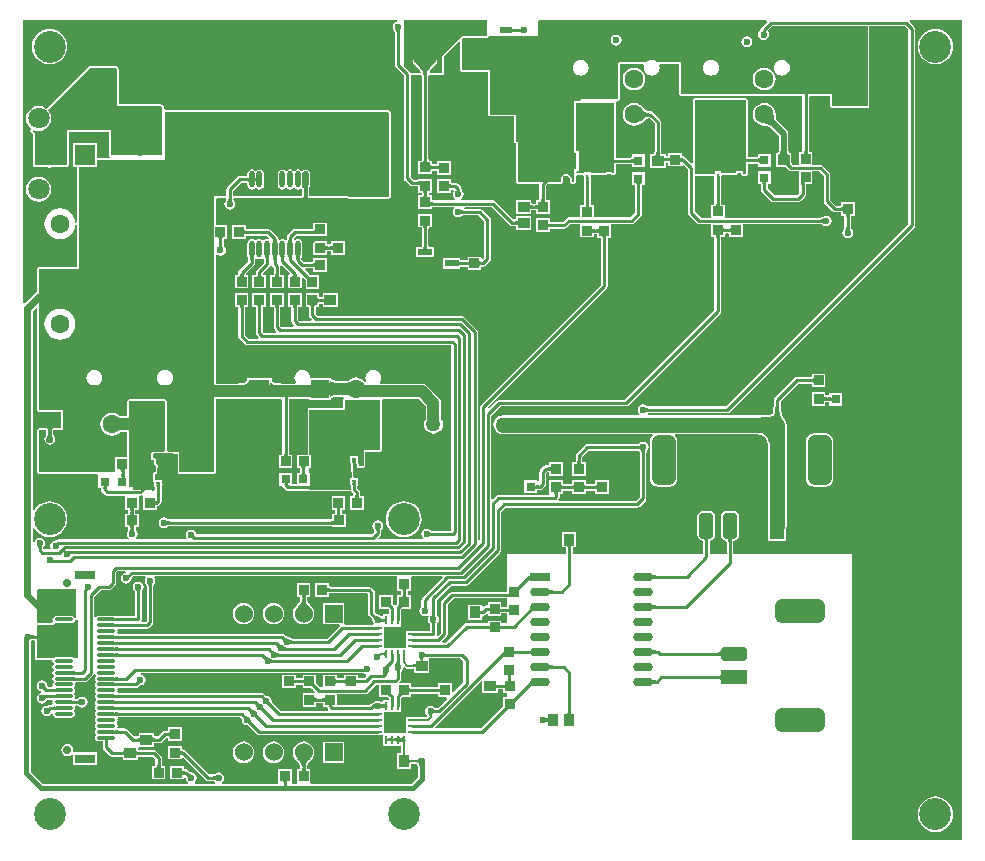
<source format=gtl>
G04*
G04 #@! TF.GenerationSoftware,Altium Limited,Altium Designer,18.1.9 (240)*
G04*
G04 Layer_Physical_Order=1*
G04 Layer_Color=255*
%FSLAX25Y25*%
%MOIN*%
G70*
G01*
G75*
%ADD10C,0.01968*%
%ADD11C,0.00984*%
%ADD13C,0.02362*%
%ADD14C,0.01000*%
%ADD17R,0.03347X0.03347*%
%ADD18R,0.03937X0.03543*%
%ADD19R,0.03543X0.03937*%
%ADD20R,0.03347X0.03347*%
G04:AMPARAMS|DCode=21|XSize=78.74mil|YSize=165.35mil|CornerRadius=19.68mil|HoleSize=0mil|Usage=FLASHONLY|Rotation=180.000|XOffset=0mil|YOffset=0mil|HoleType=Round|Shape=RoundedRectangle|*
%AMROUNDEDRECTD21*
21,1,0.07874,0.12598,0,0,180.0*
21,1,0.03937,0.16535,0,0,180.0*
1,1,0.03937,-0.01968,0.06299*
1,1,0.03937,0.01968,0.06299*
1,1,0.03937,0.01968,-0.06299*
1,1,0.03937,-0.01968,-0.06299*
%
%ADD21ROUNDEDRECTD21*%
G04:AMPARAMS|DCode=22|XSize=47.24mil|YSize=86.61mil|CornerRadius=11.81mil|HoleSize=0mil|Usage=FLASHONLY|Rotation=180.000|XOffset=0mil|YOffset=0mil|HoleType=Round|Shape=RoundedRectangle|*
%AMROUNDEDRECTD22*
21,1,0.04724,0.06299,0,0,180.0*
21,1,0.02362,0.08661,0,0,180.0*
1,1,0.02362,-0.01181,0.03150*
1,1,0.02362,0.01181,0.03150*
1,1,0.02362,0.01181,-0.03150*
1,1,0.02362,-0.01181,-0.03150*
%
%ADD22ROUNDEDRECTD22*%
%ADD23R,0.04724X0.08661*%
%ADD24R,0.03150X0.03150*%
%ADD25R,0.03150X0.03150*%
%ADD26R,0.03110X0.01181*%
%ADD27R,0.00984X0.01575*%
%ADD28R,0.04724X0.03937*%
%ADD29R,0.03937X0.02362*%
%ADD30R,0.04528X0.02362*%
%ADD31R,0.13976X0.09685*%
%ADD32O,0.01772X0.05512*%
%ADD33R,0.02756X0.03150*%
%ADD34R,0.02953X0.00984*%
%ADD35R,0.00984X0.02953*%
%ADD36R,0.06496X0.06496*%
G04:AMPARAMS|DCode=37|XSize=78.74mil|YSize=165.35mil|CornerRadius=19.68mil|HoleSize=0mil|Usage=FLASHONLY|Rotation=90.000|XOffset=0mil|YOffset=0mil|HoleType=Round|Shape=RoundedRectangle|*
%AMROUNDEDRECTD37*
21,1,0.07874,0.12598,0,0,90.0*
21,1,0.03937,0.16535,0,0,90.0*
1,1,0.03937,0.06299,0.01968*
1,1,0.03937,0.06299,-0.01968*
1,1,0.03937,-0.06299,-0.01968*
1,1,0.03937,-0.06299,0.01968*
%
%ADD37ROUNDEDRECTD37*%
%ADD38R,0.08661X0.04724*%
G04:AMPARAMS|DCode=39|XSize=47.24mil|YSize=86.61mil|CornerRadius=11.81mil|HoleSize=0mil|Usage=FLASHONLY|Rotation=90.000|XOffset=0mil|YOffset=0mil|HoleType=Round|Shape=RoundedRectangle|*
%AMROUNDEDRECTD39*
21,1,0.04724,0.06299,0,0,90.0*
21,1,0.02362,0.08661,0,0,90.0*
1,1,0.02362,0.03150,0.01181*
1,1,0.02362,0.03150,-0.01181*
1,1,0.02362,-0.03150,-0.01181*
1,1,0.02362,-0.03150,0.01181*
%
%ADD39ROUNDEDRECTD39*%
%ADD40R,0.07087X0.05512*%
%ADD41R,0.07087X0.03150*%
%ADD42R,0.06299X0.01181*%
%ADD43O,0.06299X0.01181*%
%ADD44O,0.06693X0.02992*%
%ADD45R,0.06693X0.02992*%
%ADD46R,0.06102X0.13583*%
%ADD47R,0.05512X0.07087*%
%ADD48R,0.03937X0.04724*%
%ADD49R,0.01575X0.00984*%
%ADD50R,0.01181X0.03110*%
%ADD96C,0.00800*%
%ADD97C,0.02000*%
%ADD98C,0.03937*%
%ADD99C,0.05000*%
%ADD100C,0.01500*%
%ADD101C,0.03000*%
%ADD102C,0.09843*%
%ADD103R,0.06299X0.06299*%
%ADD104C,0.06299*%
%ADD105R,0.07087X0.07087*%
%ADD106C,0.07087*%
%ADD107R,0.06000X0.06000*%
%ADD108C,0.06000*%
%ADD109C,0.02756*%
%ADD110R,0.06299X0.06299*%
%ADD111C,0.10630*%
%ADD112C,0.02362*%
%ADD113C,0.05000*%
%ADD114C,0.01968*%
G36*
X126749Y271306D02*
X126693Y271233D01*
X126644Y271154D01*
X126602Y271070D01*
X126566Y270979D01*
X126537Y270883D01*
X126514Y270780D01*
X126497Y270672D01*
X126488Y270558D01*
X126484Y270438D01*
X125484D01*
X125481Y270558D01*
X125471Y270672D01*
X125455Y270780D01*
X125432Y270883D01*
X125402Y270979D01*
X125367Y271070D01*
X125324Y271154D01*
X125275Y271233D01*
X125220Y271306D01*
X125157Y271373D01*
X126811D01*
X126749Y271306D01*
D02*
G37*
G36*
X167048Y270298D02*
X166981Y270360D01*
X166908Y270415D01*
X166829Y270464D01*
X166744Y270507D01*
X166654Y270543D01*
X166557Y270572D01*
X166455Y270595D01*
X166347Y270611D01*
X166233Y270621D01*
X166113Y270624D01*
Y271624D01*
X166233Y271628D01*
X166347Y271637D01*
X166455Y271654D01*
X166557Y271677D01*
X166654Y271706D01*
X166744Y271742D01*
X166829Y271784D01*
X166908Y271833D01*
X166981Y271889D01*
X167048Y271951D01*
Y270298D01*
D02*
G37*
G36*
X163825Y272029D02*
X163855Y271944D01*
X163906Y271869D01*
X163977Y271804D01*
X164068Y271749D01*
X164179Y271704D01*
X164311Y271669D01*
X164462Y271644D01*
X164634Y271629D01*
X164827Y271624D01*
Y270624D01*
X164634Y270619D01*
X164462Y270604D01*
X164311Y270579D01*
X164179Y270544D01*
X164068Y270499D01*
X163977Y270444D01*
X163906Y270379D01*
X163855Y270304D01*
X163825Y270219D01*
X163815Y270124D01*
Y272124D01*
X163825Y272029D01*
D02*
G37*
G36*
X248907Y273969D02*
X247010Y272072D01*
X246767Y271708D01*
X246681Y271279D01*
X246681Y271279D01*
Y271157D01*
X246519Y271048D01*
X246125Y270459D01*
X245987Y269764D01*
X246125Y269069D01*
X246519Y268480D01*
X247108Y268087D01*
X247803Y267948D01*
X248498Y268087D01*
X249087Y268480D01*
X249481Y269069D01*
X249619Y269764D01*
X249481Y270459D01*
X249116Y271006D01*
X250610Y272500D01*
X282480D01*
Y246063D01*
X270633D01*
Y249864D01*
X242126Y249943D01*
X242126Y249943D01*
X242093Y249864D01*
X220275D01*
Y260494D01*
X212412D01*
X212391Y260521D01*
X211847Y260939D01*
X211212Y261202D01*
X210531Y261292D01*
X209851Y261202D01*
X209216Y260939D01*
X208671Y260521D01*
X208651Y260494D01*
X199503D01*
X199306Y260298D01*
Y248401D01*
X186984D01*
X186279Y247697D01*
X185138D01*
X184678Y247506D01*
X184488Y247047D01*
Y233071D01*
Y231058D01*
X184646Y230678D01*
Y220472D01*
X184127D01*
X183806Y220972D01*
X183903Y221457D01*
X183764Y222152D01*
X183371Y222741D01*
X182782Y223134D01*
X182087Y223273D01*
X181392Y223134D01*
X180803Y222741D01*
X180409Y222152D01*
X180271Y221457D01*
X180367Y220972D01*
X180047Y220472D01*
X166053D01*
Y234106D01*
X165435D01*
Y243110D01*
X156496Y243110D01*
Y257874D01*
X147316D01*
Y268434D01*
X147585Y268703D01*
X155512D01*
X155971Y268894D01*
X156161Y269353D01*
X159302D01*
Y269343D01*
X164439D01*
Y269353D01*
X167668D01*
X167891Y269308D01*
X168114Y269353D01*
X172734D01*
Y274117D01*
X172880Y274469D01*
X248700D01*
X248907Y273969D01*
D02*
G37*
G36*
X155512Y269353D02*
X147316D01*
X140748Y262785D01*
Y256890D01*
X136786D01*
X136487Y257390D01*
X136527Y257466D01*
X136768Y257846D01*
X137063Y258254D01*
X138354Y259731D01*
X138899Y260280D01*
X138993Y260508D01*
X139087Y260735D01*
X139088Y260737D01*
X139088Y260737D01*
X139088Y260737D01*
X139088Y260738D01*
X139088Y260739D01*
X138898Y261197D01*
X138897Y261197D01*
X138896Y261198D01*
X138896Y261198D01*
Y261198D01*
X138895Y261198D01*
X138668Y261292D01*
X138439Y261387D01*
X136115D01*
Y264252D01*
X136030Y264681D01*
X135787Y265045D01*
X135423Y265288D01*
X134994Y265373D01*
X134564Y265288D01*
X134201Y265045D01*
X133958Y264681D01*
X133872Y264252D01*
Y261387D01*
X131549D01*
X131322Y261293D01*
X131094Y261199D01*
X131091Y261198D01*
X131091Y261197D01*
X131090Y261197D01*
X130899Y260739D01*
X130900Y260738D01*
X130899Y260737D01*
X130900Y260737D01*
Y260737D01*
X130900Y260735D01*
X130994Y260510D01*
X131088Y260280D01*
X131641Y259724D01*
X132123Y259209D01*
X132921Y258259D01*
X133220Y257846D01*
X133460Y257466D01*
X133500Y257390D01*
X133201Y256890D01*
X130117D01*
X130110Y256923D01*
X129867Y257287D01*
X127953Y259201D01*
Y274469D01*
X155512D01*
Y269353D01*
D02*
G37*
G36*
X137879Y260174D02*
X136554Y258658D01*
X136230Y258211D01*
X135965Y257792D01*
X135759Y257401D01*
X135611Y257040D01*
X135523Y256707D01*
X135494Y256403D01*
X134494D01*
X134464Y256707D01*
X134376Y257040D01*
X134229Y257401D01*
X134022Y257792D01*
X133757Y258211D01*
X133434Y258658D01*
X132609Y259640D01*
X132108Y260174D01*
X131549Y260737D01*
X138439D01*
X137879Y260174D01*
D02*
G37*
G36*
X207225Y245000D02*
X207837Y244451D01*
X208126Y244228D01*
X208405Y244039D01*
X208672Y243885D01*
X208929Y243765D01*
X209174Y243679D01*
X209408Y243627D01*
X209631Y243610D01*
X209619Y242610D01*
X209399Y242593D01*
X209166Y242543D01*
X208920Y242458D01*
X208662Y242339D01*
X208391Y242187D01*
X208108Y242001D01*
X207812Y241780D01*
X207182Y241239D01*
X206847Y240917D01*
X206903Y245326D01*
X207225Y245000D01*
D02*
G37*
G36*
X251188Y242783D02*
X251215Y242462D01*
X251264Y242155D01*
X251332Y241862D01*
X251422Y241583D01*
X251532Y241317D01*
X251663Y241066D01*
X251814Y240828D01*
X251987Y240604D01*
X252179Y240394D01*
X250787Y239002D01*
X250577Y239195D01*
X250353Y239367D01*
X250116Y239518D01*
X249864Y239649D01*
X249599Y239759D01*
X249319Y239849D01*
X249026Y239917D01*
X248719Y239966D01*
X248398Y239993D01*
X248063Y240000D01*
X251181Y243118D01*
X251188Y242783D01*
D02*
G37*
G36*
X32219Y258265D02*
Y245866D01*
X46983D01*
X47377Y245473D01*
X47374Y229527D01*
X30251D01*
Y237922D01*
X30321Y237992D01*
X15616D01*
Y226409D01*
X15388Y226181D01*
X4877D01*
Y236791D01*
X3993Y237675D01*
X4277Y238099D01*
X5060Y237774D01*
X6142Y237632D01*
X7223Y237774D01*
X8231Y238192D01*
X9097Y238856D01*
X9761Y239721D01*
X10178Y240729D01*
X10321Y241811D01*
X10178Y242893D01*
X9761Y243900D01*
X9257Y244557D01*
X23361Y258662D01*
X31823D01*
X32219Y258265D01*
D02*
G37*
G36*
X262308Y230761D02*
X262323Y230591D01*
X262347Y230442D01*
X262382Y230312D01*
X262426Y230203D01*
X262480Y230113D01*
X262544Y230043D01*
X262618Y229994D01*
X262702Y229964D01*
X262795Y229954D01*
X260827D01*
X260920Y229964D01*
X261004Y229994D01*
X261078Y230043D01*
X261142Y230113D01*
X261196Y230203D01*
X261240Y230312D01*
X261275Y230442D01*
X261299Y230591D01*
X261314Y230761D01*
X261319Y230950D01*
X262303D01*
X262308Y230761D01*
D02*
G37*
G36*
X255482Y231245D02*
X255511Y230911D01*
X255560Y230615D01*
X255628Y230359D01*
X255716Y230143D01*
X255823Y229966D01*
X255949Y229828D01*
X256095Y229730D01*
X256260Y229670D01*
X256445Y229651D01*
X252532D01*
X252716Y229670D01*
X252882Y229730D01*
X253028Y229828D01*
X253154Y229966D01*
X253261Y230143D01*
X253348Y230359D01*
X253417Y230615D01*
X253465Y230911D01*
X253494Y231245D01*
X253504Y231619D01*
X255473D01*
X255482Y231245D01*
D02*
G37*
G36*
X213103Y230262D02*
X213118Y230090D01*
X213143Y229938D01*
X213178Y229806D01*
X213223Y229695D01*
X213278Y229604D01*
X213343Y229533D01*
X213418Y229482D01*
X213503Y229452D01*
X213598Y229442D01*
X211598D01*
X211693Y229452D01*
X211778Y229482D01*
X211853Y229533D01*
X211918Y229604D01*
X211973Y229695D01*
X212018Y229806D01*
X212053Y229938D01*
X212078Y230090D01*
X212093Y230262D01*
X212098Y230454D01*
X213098D01*
X213103Y230262D01*
D02*
G37*
G36*
X220043Y228862D02*
X220069Y228805D01*
X220112Y228754D01*
X220171Y228710D01*
X220248Y228673D01*
X220341Y228642D01*
X220452Y228618D01*
X220580Y228602D01*
X220724Y228591D01*
X220886Y228588D01*
Y227588D01*
X220724Y227585D01*
X220452Y227557D01*
X220341Y227534D01*
X220248Y227503D01*
X220171Y227466D01*
X220112Y227422D01*
X220069Y227371D01*
X220043Y227313D01*
X220035Y227249D01*
Y228927D01*
X220043Y228862D01*
D02*
G37*
G36*
X216737Y227150D02*
X216726Y227245D01*
X216696Y227330D01*
X216646Y227405D01*
X216575Y227470D01*
X216483Y227525D01*
X216372Y227570D01*
X216241Y227605D01*
X216089Y227630D01*
X215917Y227645D01*
X215724Y227650D01*
Y228650D01*
X215917Y228655D01*
X216089Y228670D01*
X216241Y228695D01*
X216372Y228730D01*
X216483Y228775D01*
X216575Y228830D01*
X216646Y228895D01*
X216696Y228970D01*
X216726Y229055D01*
X216737Y229150D01*
Y227150D01*
D02*
G37*
G36*
X214610Y229055D02*
X214640Y228970D01*
X214691Y228895D01*
X214761Y228830D01*
X214853Y228775D01*
X214964Y228730D01*
X215095Y228695D01*
X215247Y228670D01*
X215419Y228655D01*
X215612Y228650D01*
Y227650D01*
X215419Y227645D01*
X215247Y227630D01*
X215095Y227605D01*
X214964Y227570D01*
X214853Y227525D01*
X214761Y227470D01*
X214691Y227405D01*
X214640Y227330D01*
X214610Y227245D01*
X214600Y227150D01*
Y229150D01*
X214610Y229055D01*
D02*
G37*
G36*
X135499Y227961D02*
X135514Y227789D01*
X135539Y227637D01*
X135574Y227506D01*
X135619Y227394D01*
X135674Y227303D01*
X135739Y227232D01*
X135814Y227182D01*
X135899Y227151D01*
X135994Y227141D01*
X133994D01*
X134089Y227151D01*
X134174Y227182D01*
X134249Y227232D01*
X134314Y227303D01*
X134369Y227394D01*
X134414Y227506D01*
X134449Y227637D01*
X134474Y227789D01*
X134489Y227961D01*
X134494Y228153D01*
X135494D01*
X135499Y227961D01*
D02*
G37*
G36*
X246481Y226907D02*
X246471Y227000D01*
X246441Y227084D01*
X246391Y227158D01*
X246321Y227222D01*
X246232Y227276D01*
X246122Y227320D01*
X245992Y227355D01*
X245843Y227379D01*
X245674Y227394D01*
X245484Y227399D01*
Y228383D01*
X245674Y228388D01*
X245843Y228403D01*
X245992Y228428D01*
X246122Y228462D01*
X246232Y228506D01*
X246321Y228560D01*
X246391Y228624D01*
X246441Y228698D01*
X246471Y228782D01*
X246481Y228875D01*
Y226907D01*
D02*
G37*
G36*
X204549Y226673D02*
X204539Y226767D01*
X204509Y226850D01*
X204459Y226924D01*
X204390Y226988D01*
X204300Y227042D01*
X204190Y227087D01*
X204061Y227121D01*
X203911Y227146D01*
X203742Y227160D01*
X203553Y227165D01*
Y228150D01*
X203742Y228154D01*
X203911Y228169D01*
X204061Y228194D01*
X204190Y228228D01*
X204300Y228273D01*
X204390Y228327D01*
X204459Y228391D01*
X204509Y228465D01*
X204539Y228548D01*
X204549Y228642D01*
Y226673D01*
D02*
G37*
G36*
X255486Y227823D02*
X255527Y227733D01*
X255595Y227622D01*
X255690Y227489D01*
X255962Y227160D01*
X256070Y227044D01*
X256445Y227326D01*
X256380Y227259D01*
X256346Y227175D01*
X256341Y227076D01*
X256365Y226960D01*
X256420Y226829D01*
X256505Y226682D01*
X256619Y226519D01*
X256763Y226340D01*
X257141Y225935D01*
X256248Y225435D01*
X256055Y225622D01*
X255705Y225916D01*
X255548Y226024D01*
X255403Y226107D01*
X255269Y226164D01*
X255148Y226194D01*
X255039Y226199D01*
X254941Y226178D01*
X254856Y226131D01*
X255204Y226393D01*
X254757Y226784D01*
X254646Y226852D01*
X254556Y226893D01*
X254488Y226907D01*
X255473Y227892D01*
X255486Y227823D01*
D02*
G37*
G36*
X139742Y224492D02*
X139732Y224587D01*
X139702Y224672D01*
X139651Y224747D01*
X139580Y224812D01*
X139489Y224867D01*
X139378Y224912D01*
X139246Y224947D01*
X139094Y224972D01*
X138922Y224987D01*
X138730Y224992D01*
Y225992D01*
X138922Y225997D01*
X139094Y226012D01*
X139246Y226037D01*
X139378Y226072D01*
X139489Y226117D01*
X139580Y226172D01*
X139651Y226237D01*
X139702Y226312D01*
X139732Y226397D01*
X139742Y226492D01*
Y224492D01*
D02*
G37*
G36*
X136653Y226397D02*
X136683Y226312D01*
X136734Y226237D01*
X136805Y226172D01*
X136896Y226117D01*
X137007Y226072D01*
X137139Y226037D01*
X137291Y226012D01*
X137463Y225997D01*
X137655Y225992D01*
Y224992D01*
X137463Y224987D01*
X137291Y224972D01*
X137139Y224947D01*
X137007Y224912D01*
X136896Y224867D01*
X136805Y224812D01*
X136734Y224747D01*
X136683Y224672D01*
X136653Y224587D01*
X136643Y224492D01*
Y226492D01*
X136653Y226397D01*
D02*
G37*
G36*
X198111Y232360D02*
Y223620D01*
X197450D01*
Y223828D01*
X195266D01*
Y223620D01*
X190167D01*
Y223828D01*
X187983D01*
Y223620D01*
X185606D01*
X185329Y224119D01*
X185471Y224346D01*
X186230D01*
Y231058D01*
X185138D01*
Y233071D01*
Y247047D01*
X198111D01*
Y232360D01*
D02*
G37*
G36*
X241929Y223327D02*
X240954D01*
Y224160D01*
X238770D01*
Y223864D01*
X238376Y223609D01*
X234065D01*
X233671Y223864D01*
Y224160D01*
X231487D01*
Y223327D01*
X224842D01*
Y225253D01*
X224842Y225253D01*
X224842Y225253D01*
Y247844D01*
X241929D01*
Y223327D01*
D02*
G37*
G36*
X78904Y221963D02*
X78923Y221962D01*
X79115Y221957D01*
Y220957D01*
X78923Y220952D01*
X78904Y220950D01*
Y220457D01*
X78894Y220552D01*
X78864Y220637D01*
X78813Y220712D01*
X78743Y220777D01*
X78651Y220832D01*
X78540Y220877D01*
X78504Y220886D01*
X78468Y220877D01*
X78356Y220832D01*
X78265Y220777D01*
X78194Y220712D01*
X78144Y220637D01*
X78113Y220552D01*
X78103Y220457D01*
Y220950D01*
X78085Y220952D01*
X77893Y220957D01*
Y221957D01*
X78085Y221962D01*
X78103Y221963D01*
Y222457D01*
X78113Y222362D01*
X78144Y222277D01*
X78194Y222202D01*
X78265Y222137D01*
X78356Y222082D01*
X78468Y222037D01*
X78504Y222027D01*
X78540Y222037D01*
X78651Y222082D01*
X78743Y222137D01*
X78813Y222202D01*
X78864Y222277D01*
X78894Y222362D01*
X78904Y222457D01*
Y221963D01*
D02*
G37*
G36*
X76345Y220457D02*
X76335Y220552D01*
X76305Y220637D01*
X76254Y220712D01*
X76183Y220777D01*
X76092Y220832D01*
X75981Y220877D01*
X75849Y220912D01*
X75698Y220937D01*
X75526Y220952D01*
X75333Y220957D01*
Y221957D01*
X75526Y221962D01*
X75698Y221977D01*
X75849Y222002D01*
X75981Y222037D01*
X76092Y222082D01*
X76183Y222137D01*
X76254Y222202D01*
X76305Y222277D01*
X76335Y222362D01*
X76345Y222457D01*
Y220457D01*
D02*
G37*
G36*
X261732Y220531D02*
X261647Y220501D01*
X261572Y220451D01*
X261507Y220381D01*
X261452Y220291D01*
X261407Y220181D01*
X261372Y220051D01*
X261347Y219901D01*
X261332Y219731D01*
X261327Y219541D01*
X260327D01*
X260325Y219731D01*
X260282Y220291D01*
X260263Y220381D01*
X260240Y220451D01*
X260213Y220501D01*
X260183Y220531D01*
X260150Y220541D01*
X261827D01*
X261732Y220531D01*
D02*
G37*
G36*
X248937Y220425D02*
X248851Y220394D01*
X248777Y220344D01*
X248711Y220273D01*
X248657Y220182D01*
X248611Y220070D01*
X248576Y219939D01*
X248552Y219787D01*
X248536Y219615D01*
X248532Y219423D01*
X247532D01*
X247527Y219615D01*
X247512Y219787D01*
X247486Y219939D01*
X247451Y220070D01*
X247407Y220182D01*
X247352Y220273D01*
X247287Y220344D01*
X247212Y220394D01*
X247127Y220425D01*
X247031Y220435D01*
X249031D01*
X248937Y220425D01*
D02*
G37*
G36*
X133344Y219283D02*
X133334Y219378D01*
X133303Y219463D01*
X133252Y219538D01*
X133181Y219603D01*
X133090Y219658D01*
X132978Y219703D01*
X132847Y219738D01*
X132696Y219763D01*
X132524Y219778D01*
X132333Y219783D01*
Y220783D01*
X132522Y220786D01*
X132843Y220807D01*
X132973Y220826D01*
X133082Y220850D01*
X133173Y220880D01*
X133242Y220914D01*
X133292Y220955D01*
X133323Y221000D01*
X133333Y221051D01*
X133344Y219283D01*
D02*
G37*
G36*
X207005Y220191D02*
X206920Y220161D01*
X206845Y220110D01*
X206780Y220039D01*
X206725Y219948D01*
X206680Y219837D01*
X206645Y219705D01*
X206620Y219553D01*
X206605Y219381D01*
X206600Y219189D01*
X205600D01*
X205595Y219381D01*
X205580Y219553D01*
X205555Y219705D01*
X205520Y219837D01*
X205475Y219948D01*
X205420Y220039D01*
X205355Y220110D01*
X205280Y220161D01*
X205195Y220191D01*
X205100Y220201D01*
X207100D01*
X207005Y220191D01*
D02*
G37*
G36*
X143051Y220184D02*
X143081Y220099D01*
X143132Y220024D01*
X143202Y219959D01*
X143294Y219904D01*
X143405Y219859D01*
X143536Y219824D01*
X143688Y219799D01*
X143860Y219784D01*
X144053Y219779D01*
Y218779D01*
X143860Y218774D01*
X143688Y218759D01*
X143536Y218734D01*
X143405Y218699D01*
X143294Y218654D01*
X143202Y218599D01*
X143132Y218534D01*
X143081Y218459D01*
X143051Y218374D01*
X143041Y218279D01*
Y220279D01*
X143051Y220184D01*
D02*
G37*
G36*
X146519Y218146D02*
X146543Y217921D01*
X146563Y217819D01*
X146590Y217725D01*
X146622Y217638D01*
X146661Y217559D01*
X146705Y217486D01*
X146755Y217421D01*
X146812Y217364D01*
X145220D01*
X145276Y217421D01*
X145327Y217486D01*
X145371Y217559D01*
X145409Y217638D01*
X145442Y217725D01*
X145469Y217819D01*
X145489Y217921D01*
X145504Y218030D01*
X145513Y218146D01*
X145516Y218270D01*
X146516D01*
X146519Y218146D01*
D02*
G37*
G36*
X135899Y217719D02*
X135814Y217688D01*
X135739Y217638D01*
X135674Y217568D01*
X135619Y217478D01*
X135574Y217369D01*
X135539Y217238D01*
X135514Y217089D01*
X135499Y216918D01*
X135494Y216728D01*
X134494D01*
X134489Y216918D01*
X134474Y217089D01*
X134449Y217238D01*
X134414Y217369D01*
X134369Y217478D01*
X134314Y217568D01*
X134249Y217638D01*
X134174Y217688D01*
X134089Y217719D01*
X133994Y217728D01*
X135994D01*
X135899Y217719D01*
D02*
G37*
G36*
X123031Y243565D02*
X123031Y242668D01*
X123031Y216099D01*
X122677Y215746D01*
X96259Y215855D01*
Y217794D01*
X96287Y217858D01*
X96290Y218012D01*
X96312Y218294D01*
X96329Y218404D01*
X96351Y218511D01*
X96376Y218606D01*
X96405Y218691D01*
X96435Y218765D01*
X96468Y218829D01*
X96516Y218908D01*
X96529Y218994D01*
X96537Y219007D01*
X96561Y219127D01*
X96610Y219246D01*
X96593Y219287D01*
X96653Y219587D01*
Y223327D01*
X96537Y223906D01*
X96209Y224398D01*
X95718Y224726D01*
X95138Y224842D01*
X94558Y224726D01*
X94067Y224398D01*
X93650D01*
X93158Y224726D01*
X92579Y224842D01*
X91999Y224726D01*
X91508Y224398D01*
X91091D01*
X90599Y224726D01*
X90020Y224842D01*
X89440Y224726D01*
X88948Y224398D01*
X88532D01*
X88040Y224726D01*
X87461Y224842D01*
X86881Y224726D01*
X86389Y224398D01*
X86061Y223906D01*
X85946Y223327D01*
Y219587D01*
X86061Y219007D01*
X86389Y218515D01*
X86881Y218187D01*
X87461Y218072D01*
X88040Y218187D01*
X88532Y218515D01*
X88948D01*
X89440Y218187D01*
X90020Y218072D01*
X90599Y218187D01*
X91091Y218515D01*
X91508D01*
X91999Y218187D01*
X92579Y218072D01*
X93158Y218187D01*
X93442Y218376D01*
X93530Y218381D01*
X93644Y218358D01*
X93973Y218168D01*
X93986Y218012D01*
X93988Y217858D01*
X94016Y217794D01*
Y216218D01*
X93662Y215866D01*
X70964Y215959D01*
Y217696D01*
X73603Y220335D01*
X75254D01*
X75317Y220307D01*
X75489Y220303D01*
X75617Y220292D01*
X75709Y220276D01*
Y219587D01*
X75825Y219007D01*
X76153Y218515D01*
X76645Y218187D01*
X77224Y218072D01*
X77804Y218187D01*
X78296Y218515D01*
X78712D01*
X79204Y218187D01*
X79783Y218072D01*
X80363Y218187D01*
X80855Y218515D01*
X81183Y219007D01*
X81298Y219587D01*
Y223327D01*
X81183Y223906D01*
X80855Y224398D01*
X80363Y224726D01*
X79783Y224842D01*
X79204Y224726D01*
X78712Y224398D01*
X78296D01*
X77804Y224726D01*
X77224Y224842D01*
X76645Y224726D01*
X76153Y224398D01*
X75825Y223906D01*
X75709Y223327D01*
Y222637D01*
X75617Y222621D01*
X75489Y222610D01*
X75317Y222606D01*
X75254Y222578D01*
X73138D01*
X73138Y222578D01*
X72709Y222493D01*
X72345Y222250D01*
X69049Y218954D01*
X68806Y218590D01*
X68721Y218161D01*
X68721Y218161D01*
Y216323D01*
X68367Y215970D01*
X64509Y215986D01*
Y123800D01*
X53127D01*
Y130112D01*
X53033Y130340D01*
X52938Y130570D01*
X52937Y130570D01*
X52937Y130571D01*
X52708Y130666D01*
X52479Y130761D01*
X49271Y130770D01*
X48881Y131123D01*
X48878Y131127D01*
Y147638D01*
X48687Y148097D01*
X48228Y148287D01*
X36417D01*
X35958Y148097D01*
X35768Y147638D01*
Y142473D01*
X35006D01*
X34944Y142500D01*
X33989Y142521D01*
X33540Y142556D01*
X33382Y142577D01*
X33265Y142599D01*
X33209Y142615D01*
X33209Y142615D01*
X33207Y142615D01*
X33203Y142616D01*
X33147Y142640D01*
X32473Y143157D01*
X31561Y143535D01*
X30582Y143664D01*
X29603Y143535D01*
X28691Y143157D01*
X27908Y142556D01*
X27307Y141773D01*
X26929Y140861D01*
X26800Y139882D01*
X26929Y138903D01*
X27307Y137991D01*
X27908Y137208D01*
X28691Y136607D01*
X29603Y136229D01*
X30582Y136100D01*
X31561Y136229D01*
X32473Y136607D01*
X33147Y137124D01*
X33203Y137148D01*
X33207Y137149D01*
X33209Y137149D01*
X33209Y137149D01*
X33265Y137165D01*
X33360Y137183D01*
X34596Y137262D01*
X34935Y137264D01*
X34999Y137291D01*
X35768D01*
Y128829D01*
X31780D01*
Y124283D01*
X31780D01*
X31738Y123800D01*
X6358D01*
Y137884D01*
X8658D01*
X8662Y137868D01*
X8678Y137774D01*
X8689Y137649D01*
X8693Y137479D01*
X8721Y137417D01*
Y136701D01*
X8693Y136639D01*
X8691Y136538D01*
X8684Y136463D01*
X8674Y136398D01*
X8662Y136342D01*
X8647Y136295D01*
X8632Y136255D01*
X8615Y136223D01*
X8598Y136195D01*
X8580Y136171D01*
X8539Y136127D01*
X8515Y136062D01*
X8165Y135538D01*
X8027Y134843D01*
X8165Y134148D01*
X8558Y133558D01*
X9148Y133165D01*
X9843Y133027D01*
X10537Y133165D01*
X11127Y133558D01*
X11520Y134148D01*
X11659Y134843D01*
X11520Y135538D01*
X11170Y136062D01*
X11146Y136127D01*
X11105Y136171D01*
X11087Y136195D01*
X11070Y136223D01*
X11053Y136255D01*
X11038Y136295D01*
X11023Y136342D01*
X11011Y136398D01*
X11001Y136463D01*
X10994Y136538D01*
X10992Y136639D01*
X10964Y136701D01*
Y137417D01*
X10992Y137479D01*
X10996Y137649D01*
X11007Y137774D01*
X11023Y137868D01*
X11027Y137884D01*
X14354D01*
Y144596D01*
X6358D01*
Y191760D01*
X19554D01*
Y209646D01*
Y225463D01*
X25797D01*
Y227865D01*
X48362D01*
Y243918D01*
X122678D01*
X123031Y243565D01*
D02*
G37*
G36*
X135499Y216322D02*
X135514Y216150D01*
X135539Y215998D01*
X135574Y215867D01*
X135619Y215756D01*
X135674Y215664D01*
X135739Y215594D01*
X135814Y215543D01*
X135899Y215513D01*
X135994Y215503D01*
X133994D01*
X134089Y215513D01*
X134174Y215543D01*
X134249Y215594D01*
X134314Y215664D01*
X134369Y215756D01*
X134414Y215867D01*
X134449Y215998D01*
X134474Y216150D01*
X134489Y216322D01*
X134494Y216514D01*
X135494D01*
X135499Y216322D01*
D02*
G37*
G36*
X125665Y273969D02*
X125289Y273894D01*
X124700Y273501D01*
X124306Y272912D01*
X124168Y272217D01*
X124306Y271522D01*
X124657Y270997D01*
X124681Y270932D01*
X124722Y270888D01*
X124740Y270864D01*
X124757Y270836D01*
X124773Y270804D01*
X124789Y270764D01*
X124803Y270717D01*
X124816Y270661D01*
X124826Y270596D01*
X124832Y270521D01*
X124835Y270420D01*
X124863Y270358D01*
Y259584D01*
X124863Y259584D01*
X124948Y259155D01*
X125191Y258791D01*
X127953Y256029D01*
Y221848D01*
X127953Y221848D01*
X128038Y221419D01*
X128281Y221055D01*
X129846Y219490D01*
X130210Y219247D01*
X130639Y219162D01*
X130639Y219162D01*
X132253D01*
X132316Y219134D01*
X132487Y219129D01*
X132614Y219118D01*
X132710Y219103D01*
X132720Y219100D01*
Y217116D01*
X133809D01*
X133813Y217100D01*
X133829Y217007D01*
X133840Y216881D01*
X133844Y216711D01*
X133872Y216649D01*
Y216594D01*
X133844Y216531D01*
X133840Y216359D01*
X133829Y216231D01*
X133813Y216135D01*
X133811Y216126D01*
X132720D01*
Y211580D01*
X137267D01*
Y212240D01*
X137275Y212242D01*
X137372Y212258D01*
X137499Y212269D01*
X137672Y212273D01*
X137734Y212301D01*
X144479D01*
X144656Y211801D01*
X144338Y211325D01*
X144200Y210630D01*
X144338Y209935D01*
X144732Y209346D01*
X145321Y208952D01*
X146016Y208814D01*
X146711Y208952D01*
X147235Y209302D01*
X147301Y209327D01*
X147345Y209368D01*
X147368Y209386D01*
X147396Y209403D01*
X147429Y209419D01*
X147468Y209435D01*
X147515Y209449D01*
X147572Y209462D01*
X147637Y209472D01*
X147711Y209478D01*
X147812Y209481D01*
X147874Y209508D01*
X152721D01*
X154671Y207558D01*
Y195445D01*
X154187Y194961D01*
X153687Y195168D01*
Y195777D01*
X149141D01*
Y194687D01*
X149132Y194685D01*
X149036Y194669D01*
X148908Y194658D01*
X148736Y194653D01*
X148674Y194625D01*
X147183D01*
X147121Y194653D01*
X146948Y194658D01*
X146820Y194669D01*
X146724Y194685D01*
X146716Y194687D01*
Y195285D01*
X140988D01*
Y191723D01*
X146716D01*
Y192321D01*
X146724Y192323D01*
X146820Y192339D01*
X146948Y192350D01*
X147121Y192355D01*
X147183Y192382D01*
X148674D01*
X148736Y192355D01*
X148908Y192350D01*
X149036Y192339D01*
X149132Y192323D01*
X149141Y192321D01*
Y191231D01*
X153687D01*
Y192321D01*
X153696Y192323D01*
X153792Y192339D01*
X153920Y192350D01*
X154092Y192355D01*
X154154Y192382D01*
X154316D01*
X154316Y192382D01*
X154746Y192468D01*
X155109Y192711D01*
X156586Y194187D01*
X156586Y194187D01*
X156829Y194551D01*
X156914Y194980D01*
X156914Y194980D01*
Y208023D01*
X156914Y208023D01*
X156829Y208452D01*
X156586Y208816D01*
X156586Y208816D01*
X153979Y211423D01*
X153615Y211666D01*
X153186Y211752D01*
X153186Y211752D01*
X148014D01*
X147958Y211801D01*
X148148Y212301D01*
X157137D01*
X163169Y206269D01*
X163169Y206269D01*
X163532Y206026D01*
X163962Y205940D01*
X163962Y205940D01*
X164856D01*
X164918Y205913D01*
X165090Y205908D01*
X165218Y205897D01*
X165314Y205881D01*
X165323Y205879D01*
Y204690D01*
X170460D01*
Y209434D01*
X165323D01*
Y208245D01*
X165314Y208243D01*
X165218Y208227D01*
X165090Y208216D01*
X164918Y208211D01*
X164856Y208184D01*
X164426D01*
X158394Y214216D01*
X158030Y214459D01*
X157601Y214544D01*
X157601Y214544D01*
X147208D01*
X147056Y215044D01*
X147300Y215207D01*
X147694Y215796D01*
X147832Y216491D01*
X147694Y217186D01*
X147300Y217775D01*
X147291Y217781D01*
X147276Y217817D01*
X147246Y217848D01*
X147240Y217856D01*
X147231Y217871D01*
X147220Y217894D01*
X147207Y217928D01*
X147195Y217973D01*
X147185Y218020D01*
X147168Y218188D01*
X147165Y218285D01*
X147137Y218348D01*
Y218354D01*
X147137Y218354D01*
X147052Y218783D01*
X146809Y219147D01*
X146809Y219147D01*
X145884Y220072D01*
X145520Y220315D01*
X145091Y220401D01*
X145091Y220401D01*
X144132D01*
X144070Y220428D01*
X143897Y220433D01*
X143769Y220444D01*
X143673Y220460D01*
X143665Y220462D01*
Y221552D01*
X139118D01*
Y217006D01*
X143665D01*
Y217879D01*
X144165Y218092D01*
X144351Y218020D01*
X144531Y217475D01*
X144338Y217186D01*
X144200Y216491D01*
X144338Y215796D01*
X144732Y215207D01*
X144975Y215044D01*
X144824Y214544D01*
X137734D01*
X137672Y214572D01*
X137499Y214576D01*
X137372Y214587D01*
X137275Y214603D01*
X137267Y214605D01*
Y216126D01*
X136177D01*
X136174Y216135D01*
X136159Y216231D01*
X136147Y216359D01*
X136143Y216531D01*
X136115Y216594D01*
Y216649D01*
X136143Y216711D01*
X136147Y216881D01*
X136159Y217007D01*
X136174Y217100D01*
X136178Y217116D01*
X137267D01*
Y221663D01*
X133496D01*
X133458Y221688D01*
X133391Y221675D01*
X133328Y221700D01*
X133239Y221663D01*
X132720D01*
Y221450D01*
X132496Y221435D01*
X132323Y221433D01*
X132259Y221405D01*
X131104D01*
X130196Y222313D01*
Y256240D01*
X133201D01*
X133278Y256272D01*
X133360Y256260D01*
X133365Y256264D01*
X133380Y256266D01*
X133719Y256143D01*
X133872Y255989D01*
Y228232D01*
X133844Y228170D01*
X133840Y227998D01*
X133829Y227870D01*
X133813Y227774D01*
X133811Y227765D01*
X132720D01*
Y223219D01*
X137267D01*
Y224309D01*
X137275Y224311D01*
X137372Y224327D01*
X137499Y224338D01*
X137672Y224343D01*
X137734Y224371D01*
X138651D01*
X138713Y224343D01*
X138886Y224338D01*
X139013Y224327D01*
X139110Y224311D01*
X139118Y224309D01*
Y223108D01*
X143665D01*
Y227655D01*
X139118D01*
Y226675D01*
X139110Y226673D01*
X139013Y226657D01*
X138886Y226646D01*
X138713Y226641D01*
X138651Y226614D01*
X137734D01*
X137672Y226641D01*
X137499Y226646D01*
X137372Y226657D01*
X137275Y226673D01*
X137267Y226675D01*
Y227765D01*
X136177D01*
X136174Y227774D01*
X136159Y227870D01*
X136147Y227998D01*
X136143Y228170D01*
X136115Y228232D01*
Y255989D01*
X136268Y256143D01*
X136607Y256266D01*
X136623Y256264D01*
X136628Y256260D01*
X136710Y256272D01*
X136786Y256240D01*
X140748D01*
X141207Y256431D01*
X141398Y256890D01*
Y262515D01*
X146205Y267323D01*
X146667Y267132D01*
Y257874D01*
X146857Y257415D01*
X147316Y257225D01*
X155847D01*
Y243110D01*
X156037Y242651D01*
X156496Y242461D01*
X164785Y242461D01*
Y234106D01*
X164975Y233646D01*
X165403Y233469D01*
Y220472D01*
X165594Y220013D01*
X166053Y219823D01*
X173099D01*
Y215028D01*
X173071Y214966D01*
X173067Y214796D01*
X173056Y214671D01*
X173040Y214577D01*
X173040Y214576D01*
X171939D01*
Y213475D01*
X171939Y213475D01*
X171845Y213460D01*
X171720Y213449D01*
X171550Y213444D01*
X171488Y213417D01*
X170912D01*
X170849Y213444D01*
X170679Y213449D01*
X170554Y213460D01*
X170460Y213475D01*
X170460Y213475D01*
Y214749D01*
X165323D01*
Y210005D01*
X170460D01*
Y211131D01*
X170460Y211131D01*
X170554Y211146D01*
X170679Y211157D01*
X170849Y211162D01*
X170912Y211190D01*
X171488D01*
X171550Y211162D01*
X171720Y211157D01*
X171845Y211146D01*
X171939Y211131D01*
X171939Y211131D01*
Y210030D01*
X176486D01*
Y214576D01*
X175385D01*
X175385Y214577D01*
X175369Y214671D01*
X175358Y214796D01*
X175354Y214966D01*
X175326Y215028D01*
Y219367D01*
X175783Y219823D01*
X180047D01*
X180114Y219851D01*
X180185Y219838D01*
X180336Y219943D01*
X180506Y220013D01*
X180534Y220080D01*
X180593Y220122D01*
X180914Y220622D01*
X180956Y220861D01*
X181004Y221099D01*
X180933Y221457D01*
X181021Y221898D01*
X181271Y222273D01*
X181645Y222523D01*
X182087Y222610D01*
X182528Y222523D01*
X182903Y222273D01*
X183153Y221898D01*
X183240Y221457D01*
X183169Y221099D01*
X183217Y220861D01*
X183259Y220622D01*
X183580Y220122D01*
X183640Y220080D01*
X183667Y220013D01*
X183837Y219943D01*
X183988Y219838D01*
X184059Y219851D01*
X184127Y219823D01*
X184646D01*
X185105Y220013D01*
X185295Y220472D01*
Y222552D01*
X185307Y222592D01*
X185606Y222970D01*
X187682D01*
X187959Y222470D01*
X187953Y222441D01*
Y213272D01*
X187926Y213210D01*
X187921Y213040D01*
X187910Y212915D01*
X187894Y212821D01*
X187890Y212805D01*
X186703D01*
Y208880D01*
X182955D01*
X182526Y208794D01*
X182162Y208551D01*
X182162Y208551D01*
X180933Y207322D01*
X176953D01*
X176891Y207350D01*
X176718Y207354D01*
X176591Y207366D01*
X176494Y207382D01*
X176486Y207384D01*
Y208474D01*
X171939D01*
Y203928D01*
X176486D01*
Y205018D01*
X176494Y205020D01*
X176591Y205036D01*
X176718Y205047D01*
X176891Y205052D01*
X176953Y205079D01*
X181398D01*
X181398Y205079D01*
X181827Y205165D01*
X182191Y205408D01*
X183420Y206637D01*
X186703D01*
Y202156D01*
X191250D01*
Y203148D01*
X191258Y203150D01*
X191354Y203166D01*
X191482Y203177D01*
X191655Y203181D01*
X191717Y203209D01*
X191945D01*
X192007Y203181D01*
X192179Y203177D01*
X192307Y203166D01*
X192403Y203150D01*
X192412Y203148D01*
Y202057D01*
X193502D01*
X193504Y202049D01*
X193520Y201953D01*
X193531Y201825D01*
X193536Y201653D01*
X193563Y201590D01*
Y186370D01*
X153613Y146420D01*
X153370Y146056D01*
X153285Y145627D01*
X153285Y145627D01*
Y101187D01*
X153228Y101149D01*
X152728Y101416D01*
Y170538D01*
X152728Y170538D01*
X152642Y170967D01*
X152399Y171331D01*
X152399Y171331D01*
X148109Y175621D01*
X147745Y175865D01*
X147316Y175950D01*
X147316Y175950D01*
X99258D01*
X98562Y176646D01*
Y178460D01*
X98590Y178523D01*
X98595Y178695D01*
X98606Y178823D01*
X98622Y178919D01*
X98624Y178928D01*
X99714D01*
Y180024D01*
X99723Y180026D01*
X99819Y180042D01*
X99947Y180053D01*
X100119Y180058D01*
X100181Y180086D01*
X100409D01*
X100471Y180058D01*
X100644Y180053D01*
X100772Y180042D01*
X100868Y180026D01*
X100876Y180024D01*
Y178835D01*
X106013D01*
Y183579D01*
X100876D01*
Y182390D01*
X100868Y182388D01*
X100772Y182372D01*
X100644Y182361D01*
X100471Y182356D01*
X100409Y182329D01*
X100181D01*
X100119Y182356D01*
X99947Y182361D01*
X99819Y182372D01*
X99723Y182388D01*
X99714Y182390D01*
Y183474D01*
X95168D01*
Y178928D01*
X96258D01*
X96260Y178919D01*
X96276Y178823D01*
X96287Y178695D01*
X96292Y178523D01*
X96319Y178460D01*
Y176181D01*
X96319Y176181D01*
X96405Y175752D01*
X96648Y175388D01*
X97224Y174812D01*
X97033Y174350D01*
X92984D01*
X92657Y174677D01*
Y178559D01*
X92685Y178621D01*
X92689Y178793D01*
X92700Y178921D01*
X92716Y179017D01*
X92718Y179026D01*
X93809D01*
Y183572D01*
X89262D01*
Y179026D01*
X90352D01*
X90355Y179017D01*
X90371Y178921D01*
X90382Y178793D01*
X90386Y178621D01*
X90414Y178559D01*
Y174213D01*
X90414Y174213D01*
X90499Y173783D01*
X90742Y173419D01*
X91281Y172881D01*
X91073Y172381D01*
X87079D01*
X86751Y172709D01*
Y178559D01*
X86779Y178621D01*
X86784Y178794D01*
X86795Y178921D01*
X86811Y179017D01*
X86813Y179026D01*
X87903D01*
Y183572D01*
X83357D01*
Y179026D01*
X84447D01*
X84449Y179017D01*
X84465Y178921D01*
X84476Y178794D01*
X84481Y178621D01*
X84508Y178559D01*
Y172244D01*
X84508Y172244D01*
X84594Y171815D01*
X84837Y171451D01*
X85375Y170913D01*
X85168Y170413D01*
X81173D01*
X80846Y170740D01*
Y178559D01*
X80874Y178621D01*
X80878Y178794D01*
X80889Y178921D01*
X80905Y179017D01*
X80907Y179026D01*
X81998D01*
Y183572D01*
X77451D01*
Y179026D01*
X78541D01*
X78544Y179017D01*
X78559Y178921D01*
X78571Y178794D01*
X78575Y178621D01*
X78603Y178559D01*
Y170276D01*
X78603Y170275D01*
X78688Y169846D01*
X78931Y169483D01*
X79469Y168944D01*
X79262Y168444D01*
X76252D01*
X74940Y169756D01*
Y178559D01*
X74968Y178621D01*
X74972Y178794D01*
X74984Y178921D01*
X74999Y179017D01*
X75002Y179026D01*
X76092D01*
Y183572D01*
X71546D01*
Y179026D01*
X72636D01*
X72638Y179017D01*
X72654Y178921D01*
X72665Y178794D01*
X72670Y178621D01*
X72697Y178559D01*
Y169291D01*
X72697Y169291D01*
X72783Y168862D01*
X73026Y168498D01*
X74994Y166530D01*
X74994Y166530D01*
X75358Y166287D01*
X75787Y166201D01*
X75787Y166201D01*
X143554D01*
X143685Y166071D01*
Y104342D01*
X137368D01*
X137310Y104370D01*
X137305Y104368D01*
X137300Y104370D01*
X137199Y104373D01*
X137127Y104379D01*
X137064Y104389D01*
X137011Y104402D01*
X136967Y104416D01*
X136931Y104431D01*
X136902Y104446D01*
X136878Y104462D01*
X136858Y104479D01*
X136817Y104520D01*
X136776Y104537D01*
X136766Y104552D01*
X136177Y104945D01*
X135482Y105084D01*
X134787Y104945D01*
X134198Y104552D01*
X133804Y103963D01*
X133666Y103268D01*
X133804Y102573D01*
X134177Y102015D01*
X134140Y101848D01*
X133999Y101515D01*
X119483D01*
X119292Y101977D01*
X119986Y102671D01*
X119986Y102671D01*
X120229Y103035D01*
X120314Y103464D01*
X120314Y103464D01*
Y104124D01*
X120342Y104186D01*
X120345Y104287D01*
X120351Y104361D01*
X120361Y104427D01*
X120374Y104483D01*
X120388Y104530D01*
X120404Y104570D01*
X120420Y104602D01*
X120437Y104630D01*
X120455Y104653D01*
X120496Y104697D01*
X120520Y104763D01*
X120871Y105287D01*
X121009Y105982D01*
X120871Y106677D01*
X120477Y107266D01*
X119888Y107660D01*
X119193Y107798D01*
X118498Y107660D01*
X117909Y107266D01*
X117515Y106677D01*
X117377Y105982D01*
X117515Y105287D01*
X117865Y104763D01*
X117890Y104697D01*
X117931Y104653D01*
X117948Y104630D01*
X117966Y104602D01*
X117982Y104570D01*
X117998Y104530D01*
X118012Y104483D01*
X118025Y104427D01*
X118035Y104361D01*
X118041Y104287D01*
X118044Y104186D01*
X118071Y104124D01*
Y103929D01*
X117314Y103171D01*
X58842D01*
X58759Y103587D01*
X58365Y104177D01*
X57776Y104570D01*
X57081Y104709D01*
X56386Y104570D01*
X55797Y104177D01*
X55403Y103587D01*
X55265Y102892D01*
X55403Y102198D01*
X55525Y102015D01*
X55258Y101515D01*
X38767D01*
X38615Y102015D01*
X38686Y102062D01*
X39079Y102652D01*
X39217Y103346D01*
X39079Y104041D01*
X38686Y104630D01*
X38528Y104736D01*
X38477Y104827D01*
X38525Y105314D01*
X38703Y105522D01*
X39478D01*
Y110068D01*
X38388D01*
X38385Y110077D01*
X38370Y110173D01*
X38358Y110301D01*
X38354Y110473D01*
X38326Y110536D01*
Y110960D01*
X38354Y111023D01*
X38358Y111195D01*
X38370Y111323D01*
X38385Y111419D01*
X38388Y111427D01*
X39478D01*
X39478Y115974D01*
X39924Y116103D01*
X40059D01*
X40059Y116103D01*
X40488Y116188D01*
X40674Y116312D01*
X41034Y115951D01*
Y111427D01*
X45580D01*
Y112551D01*
X45597Y112551D01*
X45725Y112606D01*
X46020Y112664D01*
X46384Y112908D01*
X46856Y113380D01*
X46856Y113380D01*
X47099Y113744D01*
X47185Y114173D01*
X47185Y114173D01*
Y118616D01*
X47212Y118677D01*
X47223Y119017D01*
X47229Y119085D01*
X47450D01*
Y119607D01*
X47488Y119697D01*
X47463Y119756D01*
X47476Y119819D01*
X47450Y119858D01*
Y121063D01*
Y121269D01*
X46211D01*
X46063Y121299D01*
X45915Y121269D01*
X44891D01*
Y121398D01*
Y123162D01*
Y123291D01*
X45018Y123317D01*
X45018Y123317D01*
X45350Y123383D01*
X45482Y123472D01*
X45635Y123518D01*
X45639Y123522D01*
X45655Y123552D01*
X45686Y123565D01*
X45711Y123626D01*
X45763Y123660D01*
X45792Y123809D01*
X45873Y123961D01*
X45863Y123993D01*
X45876Y124024D01*
Y125272D01*
X45827Y125391D01*
Y125406D01*
X45876Y125525D01*
Y125974D01*
X45805Y126145D01*
X45772Y126326D01*
X45714Y126417D01*
X45653Y126459D01*
X45624Y126527D01*
X45325Y126822D01*
Y127903D01*
X45135Y128363D01*
X44891Y128463D01*
Y128553D01*
X44254D01*
Y128682D01*
Y129651D01*
Y129780D01*
X44608Y130133D01*
X47872Y130124D01*
X47873Y130124D01*
X47873Y130124D01*
X48098Y130217D01*
X48332Y130313D01*
X48794Y130325D01*
X48836Y130288D01*
X49055Y130210D01*
X49270Y130121D01*
X52478Y130112D01*
Y129983D01*
Y123800D01*
X52668Y123341D01*
X53127Y123151D01*
X64509D01*
X64969Y123341D01*
X65159Y123800D01*
Y148227D01*
X72190D01*
X72256Y148199D01*
X72294Y148215D01*
X72334Y148204D01*
X72522Y148227D01*
X86927D01*
X87115Y148204D01*
X87311Y147892D01*
X87371Y147738D01*
Y130185D01*
X87343Y130123D01*
X87339Y129954D01*
X87328Y129829D01*
X87312Y129735D01*
X87312Y129734D01*
X86211D01*
Y125187D01*
X90757D01*
Y129734D01*
X89657D01*
X89656Y129735D01*
X89641Y129829D01*
X89630Y129954D01*
X89626Y130123D01*
X89598Y130185D01*
Y148227D01*
X96250D01*
Y147943D01*
X102981D01*
X103024Y147916D01*
X103082Y147929D01*
X103138Y147906D01*
X103228Y147943D01*
X103750D01*
Y148399D01*
X103777Y148442D01*
X103796Y148548D01*
X103802Y148558D01*
X103869Y148618D01*
X104037Y148711D01*
X104310Y148810D01*
X104683Y148900D01*
X105142Y148974D01*
X106356Y149064D01*
X107085Y149075D01*
X107148Y149102D01*
X107387D01*
X107448Y149075D01*
X107709Y149069D01*
X107808Y148569D01*
X107618Y148110D01*
Y145334D01*
X96457D01*
X95997Y145144D01*
X95807Y144685D01*
Y129734D01*
X92313D01*
Y125187D01*
X93207D01*
X93209Y125179D01*
X93225Y125083D01*
X93236Y124955D01*
X93240Y124783D01*
X93268Y124720D01*
Y124197D01*
X93240Y124135D01*
X93236Y123962D01*
X93225Y123835D01*
X93209Y123738D01*
X93207Y123730D01*
X92215D01*
Y119921D01*
X90659D01*
Y123730D01*
X86309D01*
Y119380D01*
X87321D01*
X87450Y119187D01*
X88631Y118006D01*
X88631Y118006D01*
X88994Y117763D01*
X89424Y117678D01*
X89424Y117678D01*
X95986D01*
X95997Y117651D01*
X96457Y117461D01*
X110197D01*
X110379Y117536D01*
X110526Y117317D01*
X111083Y116760D01*
Y116441D01*
X111056Y116379D01*
X111051Y116206D01*
X111040Y116079D01*
X111024Y115982D01*
X111022Y115974D01*
X109931D01*
Y111427D01*
X114478D01*
Y115974D01*
X113388D01*
X113385Y115982D01*
X113370Y116079D01*
X113358Y116206D01*
X113354Y116379D01*
X113326Y116441D01*
Y117224D01*
X113326Y117224D01*
X113241Y117654D01*
X112998Y118017D01*
X112998Y118017D01*
X112440Y118575D01*
Y119286D01*
X112468Y119347D01*
X112478Y119687D01*
X112485Y119755D01*
X112706D01*
Y120277D01*
X112744Y120367D01*
X112719Y120426D01*
X112732Y120489D01*
X112706Y120528D01*
Y121939D01*
X111529D01*
X111452Y121976D01*
X111370Y122053D01*
X111212Y122240D01*
X111132Y122441D01*
Y124115D01*
X111060Y124290D01*
X111023Y124476D01*
X110894Y124668D01*
X110847Y124907D01*
Y126462D01*
X110834Y126492D01*
X110844Y126522D01*
X110838Y126586D01*
X110832Y126651D01*
X110819D01*
X110816Y126823D01*
X110809Y126840D01*
X110815Y126858D01*
X110799Y127083D01*
X110698Y127287D01*
X110611Y127498D01*
X110597Y127640D01*
X110596Y127641D01*
X110544Y127650D01*
X110596D01*
X110581Y127812D01*
Y128573D01*
X111171D01*
X111232Y128599D01*
X111298Y128586D01*
X111319Y128590D01*
X111340Y128586D01*
X111405Y128599D01*
X111467Y128573D01*
X112057D01*
Y127812D01*
X112106Y127692D01*
Y127680D01*
X112057Y127560D01*
Y127039D01*
X112105Y126923D01*
X112103Y126798D01*
X112214Y126519D01*
Y126122D01*
X112264Y126003D01*
Y125874D01*
X112301Y125784D01*
X112392Y125692D01*
X112405Y125663D01*
X112434Y125651D01*
X112464Y125620D01*
X112618Y125448D01*
X112985Y125269D01*
X112997Y125269D01*
X113005Y125261D01*
X113040Y125245D01*
X113088Y125244D01*
X113127Y125214D01*
X113148Y125207D01*
X113207Y125206D01*
X113261Y125212D01*
X113346Y125177D01*
X113820D01*
X113893Y125207D01*
X113899Y125205D01*
X113915Y125205D01*
X114000Y125207D01*
X114019Y125216D01*
X114038Y125210D01*
X114112Y125216D01*
X114132Y125226D01*
X114154Y125221D01*
X114188Y125226D01*
X114219Y125231D01*
X114240Y125243D01*
X114264Y125239D01*
X114320Y125252D01*
X114341Y125267D01*
X114368Y125264D01*
X114415Y125279D01*
X114437Y125297D01*
X114465Y125296D01*
X114475Y125300D01*
X114505Y125312D01*
X114526Y125333D01*
X114556Y125335D01*
X114589Y125352D01*
X114610Y125375D01*
X114641Y125380D01*
X114668Y125398D01*
X114687Y125424D01*
X114719Y125432D01*
X114722Y125435D01*
X114742Y125450D01*
X114759Y125479D01*
X114766Y125481D01*
X114784Y125485D01*
X114834Y125531D01*
Y125505D01*
X114868Y125556D01*
X114930Y125581D01*
X114977Y125694D01*
X115049Y125761D01*
X115051Y125829D01*
X115108Y125914D01*
X115095Y125979D01*
X115120Y126040D01*
X115120Y130773D01*
X120079D01*
X120538Y130963D01*
X120728Y131422D01*
Y148110D01*
X120806Y148227D01*
X132788D01*
X135205Y145810D01*
Y141598D01*
X135087Y141445D01*
X134775Y140691D01*
X134669Y139882D01*
X134775Y139073D01*
X135087Y138319D01*
X135584Y137671D01*
X136232Y137174D01*
X136986Y136862D01*
X137795Y136755D01*
X138604Y136862D01*
X139359Y137174D01*
X140006Y137671D01*
X140503Y138319D01*
X140815Y139073D01*
X140922Y139882D01*
X140815Y140691D01*
X140503Y141445D01*
X140386Y141598D01*
Y146883D01*
X140298Y147554D01*
X140039Y148179D01*
X139627Y148715D01*
X135693Y152649D01*
X135157Y153061D01*
X134532Y153320D01*
X133861Y153408D01*
X120110D01*
X119864Y153908D01*
X119994Y154079D01*
X120257Y154713D01*
X120347Y155394D01*
X120257Y156075D01*
X119994Y156709D01*
X119576Y157254D01*
X119032Y157672D01*
X118397Y157934D01*
X117717Y158024D01*
X117036Y157934D01*
X116401Y157672D01*
X115857Y157254D01*
X115438Y156709D01*
X115176Y156075D01*
X115086Y155394D01*
X115176Y154713D01*
X115313Y154381D01*
X115301Y154273D01*
X114991Y153873D01*
X114848Y153894D01*
X114485Y154367D01*
X113702Y154968D01*
X112790Y155346D01*
X111811Y155475D01*
X110832Y155346D01*
X109920Y154968D01*
X109246Y154451D01*
X109190Y154428D01*
X109186Y154426D01*
X109184Y154426D01*
X109183Y154426D01*
X109128Y154410D01*
X109033Y154392D01*
X107797Y154313D01*
X107458Y154311D01*
X107394Y154284D01*
X107155D01*
X107096Y154311D01*
X105700Y154357D01*
X105150Y154411D01*
X104683Y154486D01*
X104310Y154577D01*
X104037Y154676D01*
X103869Y154768D01*
X103802Y154828D01*
X103796Y154839D01*
X103777Y154944D01*
X103750Y154987D01*
Y155443D01*
X103228D01*
X103138Y155480D01*
X103082Y155457D01*
X103024Y155470D01*
X102981Y155443D01*
X96718D01*
X96635Y156075D01*
X96372Y156709D01*
X95954Y157254D01*
X95410Y157672D01*
X94775Y157934D01*
X94094Y158024D01*
X93414Y157934D01*
X92779Y157672D01*
X92234Y157254D01*
X91817Y156709D01*
X91554Y156075D01*
X91464Y155394D01*
X91554Y154713D01*
X91817Y154079D01*
X91947Y153908D01*
X91701Y153408D01*
X87270D01*
X87210Y153435D01*
X86480Y153454D01*
X85854Y153509D01*
X85318Y153598D01*
X84875Y153718D01*
X84527Y153860D01*
X84271Y154015D01*
X84098Y154175D01*
X83988Y154340D01*
X83921Y154526D01*
X83889Y154824D01*
X83868Y154864D01*
Y155423D01*
X75581D01*
Y154864D01*
X75559Y154824D01*
X75527Y154526D01*
X75461Y154340D01*
X75351Y154175D01*
X75178Y154015D01*
X74922Y153860D01*
X74574Y153718D01*
X74130Y153598D01*
X73594Y153509D01*
X72969Y153454D01*
X72239Y153435D01*
X72178Y153408D01*
X65159D01*
Y196240D01*
X65659Y196449D01*
X66096Y196157D01*
X66791Y196019D01*
X67486Y196157D01*
X68075Y196551D01*
X68469Y197140D01*
X68607Y197835D01*
X68469Y198530D01*
X68119Y199054D01*
X68094Y199119D01*
X68054Y199164D01*
X68036Y199187D01*
X68019Y199215D01*
X68002Y199247D01*
X67986Y199287D01*
X67972Y199334D01*
X67959Y199390D01*
X67950Y199455D01*
X67943Y199530D01*
X67940Y199631D01*
X67913Y199693D01*
Y201160D01*
X67940Y201222D01*
X67945Y201394D01*
X67956Y201522D01*
X67972Y201618D01*
X67974Y201627D01*
X69064D01*
Y206173D01*
X65159D01*
Y214979D01*
X65513Y215332D01*
X68337Y215320D01*
X68496Y215157D01*
X68691Y214914D01*
X68691Y214884D01*
X68684Y214810D01*
X68674Y214745D01*
X68662Y214689D01*
X68647Y214641D01*
X68632Y214602D01*
X68615Y214569D01*
X68598Y214542D01*
X68580Y214518D01*
X68539Y214474D01*
X68515Y214408D01*
X68165Y213884D01*
X68026Y213189D01*
X68165Y212494D01*
X68558Y211905D01*
X69147Y211511D01*
X69842Y211373D01*
X70537Y211511D01*
X71127Y211905D01*
X71520Y212494D01*
X71658Y213189D01*
X71520Y213884D01*
X71170Y214408D01*
X71146Y214474D01*
X71105Y214518D01*
X71087Y214542D01*
X71070Y214569D01*
X71053Y214602D01*
X71038Y214641D01*
X71023Y214689D01*
X71011Y214745D01*
X71001Y214810D01*
X71054Y214954D01*
X71333Y215284D01*
X71360Y215308D01*
X93659Y215216D01*
X93660Y215216D01*
X93661Y215216D01*
X93890Y215311D01*
X94119Y215405D01*
X94120Y215405D01*
X94120Y215406D01*
X94475Y215758D01*
X94475Y215759D01*
X94475Y215759D01*
X94571Y215990D01*
X94666Y216217D01*
X94665Y216218D01*
X94666Y216218D01*
Y217794D01*
X94636Y217865D01*
X94638Y217870D01*
X94637Y217894D01*
X94635Y218024D01*
X94626Y218044D01*
X94633Y218064D01*
X94621Y218219D01*
X94593Y218274D01*
X94601Y218335D01*
X94483Y218489D01*
X94394Y218662D01*
X94336Y218681D01*
X94299Y218730D01*
X93985Y219001D01*
X94057Y219404D01*
X94094Y219587D01*
Y223327D01*
X94083Y223382D01*
X94427Y223858D01*
X94811Y224115D01*
X95138Y224180D01*
X95464Y224115D01*
X95741Y223930D01*
X95926Y223653D01*
X96003Y223263D01*
Y219651D01*
X95956Y219414D01*
X95963Y219380D01*
X95961Y219376D01*
Y219309D01*
X95924Y219254D01*
X95923Y219246D01*
X95961D01*
X95904Y219152D01*
X95900Y219134D01*
X95901Y219133D01*
X95888Y219122D01*
X95855Y219057D01*
X95854Y219032D01*
X95835Y219013D01*
X95805Y218939D01*
X95805Y218916D01*
X95789Y218898D01*
X95761Y218813D01*
X95762Y218791D01*
X95749Y218774D01*
X95734Y218718D01*
X95723Y218678D01*
X95726Y218658D01*
X95715Y218642D01*
X95693Y218535D01*
X95696Y218517D01*
X95687Y218501D01*
X95670Y218391D01*
X95676Y218367D01*
X95665Y218346D01*
X95643Y218064D01*
X95649Y218044D01*
X95641Y218024D01*
X95638Y217884D01*
X95638Y217870D01*
X95639Y217865D01*
X95610Y217794D01*
Y215855D01*
X95705Y215625D01*
X95798Y215398D01*
X95799Y215397D01*
X95800Y215396D01*
X96030Y215300D01*
X96257Y215206D01*
X122675Y215097D01*
X122675Y215097D01*
X122676Y215097D01*
X122905Y215191D01*
X123135Y215285D01*
X123135Y215286D01*
X123135Y215286D01*
X123490Y215639D01*
X123490Y215639D01*
X123491Y215640D01*
X123586Y215870D01*
X123681Y216098D01*
X123681Y216098D01*
X123681Y216099D01*
X123681Y242668D01*
X123681Y243565D01*
X123491Y244024D01*
X123137Y244378D01*
X122678Y244568D01*
X48526D01*
X48026Y244929D01*
X48026Y245472D01*
X48026Y245473D01*
X48026Y245473D01*
X47918Y245735D01*
X47836Y245932D01*
X47836Y245932D01*
X47836Y245932D01*
X47442Y246325D01*
X46983Y246516D01*
X32869D01*
Y258265D01*
X32679Y258725D01*
X32283Y259121D01*
X31823Y259311D01*
X23361D01*
X22902Y259121D01*
X8798Y245016D01*
X8777Y245011D01*
X8231Y245430D01*
X7223Y245848D01*
X6142Y245990D01*
X5060Y245848D01*
X4052Y245430D01*
X3187Y244766D01*
X2523Y243900D01*
X2105Y242893D01*
X1963Y241811D01*
X2105Y240729D01*
X2523Y239721D01*
X3187Y238856D01*
X3725Y238443D01*
X3453Y238036D01*
X3416Y237850D01*
X3344Y237675D01*
X3369Y237614D01*
X3356Y237548D01*
X3462Y237391D01*
X3534Y237216D01*
X4228Y236522D01*
Y226181D01*
X4418Y225722D01*
X4877Y225532D01*
X9049D01*
X9843Y225427D01*
X10636Y225532D01*
X15388D01*
X15848Y225722D01*
X16076Y225950D01*
X16266Y226409D01*
Y237343D01*
X29601D01*
Y229527D01*
X29792Y229068D01*
X29922Y229014D01*
X29823Y228514D01*
X25797D01*
Y233750D01*
X17510D01*
Y225463D01*
X18904D01*
Y209646D01*
Y207141D01*
X18405Y207108D01*
X18283Y208031D01*
X17766Y209279D01*
X16944Y210350D01*
X15873Y211172D01*
X14626Y211688D01*
X13287Y211865D01*
X11949Y211688D01*
X10701Y211172D01*
X9630Y210350D01*
X8809Y209279D01*
X8292Y208031D01*
X8116Y206693D01*
X8292Y205354D01*
X8809Y204107D01*
X9630Y203036D01*
X10701Y202214D01*
X11949Y201697D01*
X13287Y201521D01*
X14626Y201697D01*
X15873Y202214D01*
X16944Y203036D01*
X17766Y204107D01*
X18283Y205354D01*
X18405Y206277D01*
X18904Y206245D01*
Y192409D01*
X6358D01*
X5899Y192219D01*
X5708Y191760D01*
Y184371D01*
X5684Y184355D01*
X1584Y180254D01*
X1122Y180445D01*
Y236220D01*
X1122Y236221D01*
X1122Y274469D01*
X125615D01*
X125665Y273969D01*
D02*
G37*
G36*
X70342Y214968D02*
X70346Y214848D01*
X70355Y214734D01*
X70372Y214625D01*
X70395Y214523D01*
X70424Y214426D01*
X70460Y214336D01*
X70503Y214251D01*
X70552Y214172D01*
X70607Y214100D01*
X70669Y214033D01*
X69016Y214033D01*
X69078Y214100D01*
X69133Y214172D01*
X69182Y214251D01*
X69225Y214336D01*
X69261Y214426D01*
X69290Y214523D01*
X69313Y214625D01*
X69329Y214734D01*
X69339Y214848D01*
X69342Y214968D01*
X70342Y214968D01*
D02*
G37*
G36*
X174710Y214759D02*
X174724Y214590D01*
X174749Y214440D01*
X174783Y214311D01*
X174828Y214201D01*
X174882Y214112D01*
X174946Y214042D01*
X175020Y213992D01*
X175103Y213962D01*
X175197Y213952D01*
X173228D01*
X173322Y213962D01*
X173406Y213992D01*
X173479Y214042D01*
X173543Y214112D01*
X173597Y214201D01*
X173642Y214311D01*
X173676Y214440D01*
X173701Y214590D01*
X173715Y214759D01*
X173720Y214949D01*
X174705D01*
X174710Y214759D01*
D02*
G37*
G36*
X233084Y213262D02*
X233099Y213091D01*
X233124Y212942D01*
X233159Y212811D01*
X233204Y212702D01*
X233259Y212612D01*
X233324Y212542D01*
X233399Y212491D01*
X233484Y212461D01*
X233579Y212452D01*
X231579D01*
X231674Y212461D01*
X231759Y212491D01*
X231834Y212542D01*
X231899Y212612D01*
X231954Y212702D01*
X231999Y212811D01*
X232034Y212942D01*
X232059Y213091D01*
X232074Y213262D01*
X232079Y213452D01*
X233079D01*
X233084Y213262D01*
D02*
G37*
G36*
X136653Y214328D02*
X136683Y214243D01*
X136734Y214167D01*
X136805Y214103D01*
X136896Y214048D01*
X137007Y214002D01*
X137139Y213967D01*
X137291Y213943D01*
X137463Y213928D01*
X137655Y213923D01*
Y212923D01*
X137463Y212917D01*
X137291Y212902D01*
X137139Y212877D01*
X137007Y212842D01*
X136896Y212797D01*
X136805Y212742D01*
X136734Y212678D01*
X136683Y212602D01*
X136653Y212517D01*
X136643Y212422D01*
Y214422D01*
X136653Y214328D01*
D02*
G37*
G36*
X189580Y213003D02*
X189595Y212833D01*
X189620Y212683D01*
X189655Y212553D01*
X189700Y212443D01*
X189755Y212353D01*
X189820Y212283D01*
X189895Y212233D01*
X189980Y212203D01*
X190075Y212193D01*
X188075D01*
X188170Y212203D01*
X188255Y212233D01*
X188330Y212283D01*
X188395Y212353D01*
X188450Y212443D01*
X188495Y212553D01*
X188530Y212683D01*
X188555Y212833D01*
X188570Y213003D01*
X188575Y213193D01*
X189575D01*
X189580Y213003D01*
D02*
G37*
G36*
X172563Y211319D02*
X172553Y211412D01*
X172523Y211496D01*
X172474Y211570D01*
X172404Y211634D01*
X172314Y211688D01*
X172205Y211732D01*
X172075Y211767D01*
X171926Y211791D01*
X171756Y211806D01*
X171567Y211811D01*
Y212795D01*
X171756Y212800D01*
X171926Y212815D01*
X172075Y212840D01*
X172205Y212874D01*
X172314Y212918D01*
X172404Y212972D01*
X172474Y213036D01*
X172523Y213110D01*
X172553Y213194D01*
X172563Y213287D01*
Y211319D01*
D02*
G37*
G36*
X169846Y213194D02*
X169876Y213110D01*
X169925Y213036D01*
X169995Y212972D01*
X170085Y212918D01*
X170194Y212874D01*
X170324Y212840D01*
X170473Y212815D01*
X170643Y212800D01*
X170832Y212795D01*
Y211811D01*
X170643Y211806D01*
X170473Y211791D01*
X170324Y211767D01*
X170194Y211732D01*
X170085Y211688D01*
X169995Y211634D01*
X169925Y211570D01*
X169876Y211496D01*
X169846Y211412D01*
X169836Y211319D01*
Y213287D01*
X169846Y213194D01*
D02*
G37*
G36*
X274237Y210630D02*
X274227Y210723D01*
X274197Y210807D01*
X274147Y210881D01*
X274077Y210945D01*
X273988Y210999D01*
X273878Y211043D01*
X273748Y211078D01*
X273599Y211102D01*
X273430Y211117D01*
X273240Y211122D01*
Y212106D01*
X273430Y212111D01*
X273599Y212126D01*
X273748Y212151D01*
X273878Y212185D01*
X273988Y212229D01*
X274077Y212283D01*
X274147Y212347D01*
X274197Y212421D01*
X274227Y212505D01*
X274237Y212598D01*
Y210630D01*
D02*
G37*
G36*
X146926Y211395D02*
X146999Y211339D01*
X147078Y211290D01*
X147163Y211248D01*
X147253Y211212D01*
X147350Y211182D01*
X147452Y211159D01*
X147560Y211143D01*
X147675Y211133D01*
X147795Y211130D01*
Y210130D01*
X147675Y210127D01*
X147560Y210117D01*
X147452Y210101D01*
X147350Y210078D01*
X147253Y210048D01*
X147163Y210012D01*
X147078Y209970D01*
X146999Y209921D01*
X146926Y209865D01*
X146859Y209803D01*
Y211457D01*
X146926Y211395D01*
D02*
G37*
G36*
X276777Y209955D02*
X276693Y209925D01*
X276619Y209875D01*
X276555Y209805D01*
X276501Y209716D01*
X276457Y209606D01*
X276422Y209477D01*
X276398Y209327D01*
X276383Y209158D01*
X276378Y208969D01*
X275394D01*
X275389Y209158D01*
X275374Y209327D01*
X275349Y209477D01*
X275315Y209606D01*
X275271Y209716D01*
X275217Y209805D01*
X275153Y209875D01*
X275079Y209925D01*
X274995Y209955D01*
X274902Y209965D01*
X276870D01*
X276777Y209955D01*
D02*
G37*
G36*
X231457Y213531D02*
X231430Y213469D01*
X231425Y213299D01*
X231414Y213173D01*
X231398Y213080D01*
X231394Y213064D01*
X230306D01*
Y208757D01*
X226885D01*
X224842Y210799D01*
Y222677D01*
X231457D01*
Y213531D01*
D02*
G37*
G36*
X267857Y206808D02*
X267790Y206871D01*
X267717Y206926D01*
X267639Y206975D01*
X267554Y207017D01*
X267463Y207053D01*
X267367Y207083D01*
X267265Y207106D01*
X267156Y207122D01*
X267042Y207132D01*
X266922Y207135D01*
Y208135D01*
X267042Y208138D01*
X267156Y208148D01*
X267265Y208165D01*
X267367Y208187D01*
X267463Y208217D01*
X267554Y208253D01*
X267639Y208295D01*
X267717Y208344D01*
X267790Y208400D01*
X267857Y208462D01*
Y206808D01*
D02*
G37*
G36*
X165947Y206062D02*
X165937Y206157D01*
X165906Y206242D01*
X165856Y206317D01*
X165785Y206382D01*
X165694Y206437D01*
X165583Y206482D01*
X165451Y206517D01*
X165299Y206542D01*
X165127Y206557D01*
X164935Y206562D01*
Y207562D01*
X165127Y207567D01*
X165299Y207582D01*
X165451Y207607D01*
X165583Y207642D01*
X165694Y207687D01*
X165785Y207742D01*
X165856Y207807D01*
X165906Y207882D01*
X165937Y207967D01*
X165947Y208062D01*
Y206062D01*
D02*
G37*
G36*
X175872Y207106D02*
X175902Y207021D01*
X175953Y206946D01*
X176024Y206881D01*
X176115Y206826D01*
X176226Y206781D01*
X176358Y206746D01*
X176509Y206721D01*
X176681Y206706D01*
X176874Y206701D01*
Y205701D01*
X176681Y205696D01*
X176509Y205681D01*
X176358Y205656D01*
X176226Y205621D01*
X176115Y205576D01*
X176024Y205521D01*
X175953Y205456D01*
X175902Y205381D01*
X175872Y205296D01*
X175862Y205201D01*
Y207201D01*
X175872Y207106D01*
D02*
G37*
G36*
X276381Y205403D02*
X276391Y205290D01*
X276408Y205181D01*
X276431Y205079D01*
X276462Y204982D01*
X276498Y204891D01*
X276542Y204806D01*
X276592Y204726D01*
X276649Y204652D01*
X276713Y204584D01*
X275059D01*
X275123Y204652D01*
X275180Y204726D01*
X275230Y204806D01*
X275273Y204891D01*
X275310Y204982D01*
X275340Y205079D01*
X275364Y205181D01*
X275380Y205290D01*
X275390Y205403D01*
X275394Y205522D01*
X276378D01*
X276381Y205403D01*
D02*
G37*
G36*
X237029Y203589D02*
X237019Y203684D01*
X236989Y203769D01*
X236938Y203844D01*
X236867Y203909D01*
X236776Y203964D01*
X236665Y204009D01*
X236533Y204044D01*
X236382Y204069D01*
X236210Y204084D01*
X236017Y204089D01*
Y205089D01*
X236210Y205094D01*
X236382Y205109D01*
X236533Y205134D01*
X236665Y205169D01*
X236776Y205214D01*
X236867Y205269D01*
X236938Y205334D01*
X236989Y205409D01*
X237019Y205494D01*
X237029Y205589D01*
Y203589D01*
D02*
G37*
G36*
X234238Y205494D02*
X234268Y205409D01*
X234319Y205334D01*
X234390Y205269D01*
X234481Y205214D01*
X234592Y205169D01*
X234724Y205134D01*
X234876Y205109D01*
X235048Y205094D01*
X235240Y205089D01*
Y204089D01*
X235048Y204084D01*
X234876Y204069D01*
X234724Y204044D01*
X234592Y204009D01*
X234481Y203964D01*
X234390Y203909D01*
X234319Y203844D01*
X234268Y203769D01*
X234238Y203684D01*
X234228Y203589D01*
Y205589D01*
X234238Y205494D01*
D02*
G37*
G36*
X193036Y203331D02*
X193026Y203426D01*
X192995Y203511D01*
X192945Y203586D01*
X192874Y203651D01*
X192783Y203706D01*
X192671Y203751D01*
X192540Y203786D01*
X192388Y203811D01*
X192216Y203826D01*
X192024Y203831D01*
Y204831D01*
X192216Y204836D01*
X192388Y204851D01*
X192540Y204876D01*
X192671Y204911D01*
X192783Y204956D01*
X192874Y205011D01*
X192945Y205076D01*
X192995Y205151D01*
X193026Y205236D01*
X193036Y205331D01*
Y203331D01*
D02*
G37*
G36*
X190636Y205236D02*
X190666Y205151D01*
X190717Y205076D01*
X190787Y205011D01*
X190879Y204956D01*
X190990Y204911D01*
X191121Y204876D01*
X191273Y204851D01*
X191445Y204836D01*
X191638Y204831D01*
Y203831D01*
X191445Y203826D01*
X191273Y203811D01*
X191121Y203786D01*
X190990Y203751D01*
X190879Y203706D01*
X190787Y203651D01*
X190717Y203586D01*
X190666Y203511D01*
X190636Y203426D01*
X190626Y203331D01*
Y205331D01*
X190636Y205236D01*
D02*
G37*
G36*
X233484Y203028D02*
X233399Y202998D01*
X233324Y202948D01*
X233259Y202877D01*
X233204Y202786D01*
X233159Y202674D01*
X233124Y202543D01*
X233099Y202391D01*
X233084Y202219D01*
X233079Y202027D01*
X232079D01*
X232074Y202219D01*
X232059Y202391D01*
X232034Y202543D01*
X231999Y202674D01*
X231954Y202786D01*
X231899Y202877D01*
X231834Y202948D01*
X231759Y202998D01*
X231674Y203028D01*
X231579Y203039D01*
X233579D01*
X233484Y203028D01*
D02*
G37*
G36*
X195590Y202671D02*
X195505Y202641D01*
X195430Y202590D01*
X195365Y202519D01*
X195310Y202428D01*
X195265Y202317D01*
X195230Y202186D01*
X195205Y202034D01*
X195190Y201862D01*
X195185Y201669D01*
X194185D01*
X194180Y201862D01*
X194165Y202034D01*
X194140Y202186D01*
X194105Y202317D01*
X194060Y202428D01*
X194005Y202519D01*
X193940Y202590D01*
X193865Y202641D01*
X193780Y202671D01*
X193685Y202681D01*
X195685D01*
X195590Y202671D01*
D02*
G37*
G36*
X67696Y202241D02*
X67611Y202210D01*
X67536Y202160D01*
X67471Y202089D01*
X67416Y201998D01*
X67371Y201886D01*
X67336Y201755D01*
X67311Y201603D01*
X67296Y201431D01*
X67291Y201239D01*
X66291D01*
X66286Y201431D01*
X66271Y201603D01*
X66246Y201755D01*
X66211Y201886D01*
X66166Y201998D01*
X66111Y202089D01*
X66046Y202160D01*
X65971Y202210D01*
X65886Y202241D01*
X65791Y202251D01*
X67791D01*
X67696Y202241D01*
D02*
G37*
G36*
X67295Y199493D02*
X67304Y199379D01*
X67321Y199271D01*
X67344Y199169D01*
X67373Y199072D01*
X67409Y198981D01*
X67451Y198897D01*
X67500Y198818D01*
X67556Y198745D01*
X67618Y198678D01*
X65965D01*
X66027Y198745D01*
X66082Y198818D01*
X66131Y198897D01*
X66174Y198981D01*
X66210Y199072D01*
X66239Y199169D01*
X66262Y199271D01*
X66278Y199379D01*
X66288Y199493D01*
X66291Y199613D01*
X67291D01*
X67295Y199493D01*
D02*
G37*
G36*
X153073Y194409D02*
X153104Y194324D01*
X153154Y194249D01*
X153225Y194184D01*
X153316Y194129D01*
X153428Y194084D01*
X153559Y194049D01*
X153711Y194024D01*
X153883Y194009D01*
X154075Y194004D01*
Y193004D01*
X153883Y192999D01*
X153711Y192984D01*
X153559Y192959D01*
X153428Y192924D01*
X153316Y192879D01*
X153225Y192824D01*
X153154Y192759D01*
X153104Y192684D01*
X153073Y192599D01*
X153063Y192504D01*
Y194504D01*
X153073Y194409D01*
D02*
G37*
G36*
X149765Y192504D02*
X149755Y192599D01*
X149724Y192684D01*
X149674Y192759D01*
X149603Y192824D01*
X149512Y192879D01*
X149400Y192924D01*
X149269Y192959D01*
X149117Y192984D01*
X148945Y192999D01*
X148753Y193004D01*
Y194004D01*
X148945Y194009D01*
X149117Y194024D01*
X149269Y194049D01*
X149400Y194084D01*
X149512Y194129D01*
X149603Y194184D01*
X149674Y194249D01*
X149724Y194324D01*
X149755Y194409D01*
X149765Y194504D01*
Y192504D01*
D02*
G37*
G36*
X146102Y194409D02*
X146132Y194324D01*
X146183Y194249D01*
X146254Y194184D01*
X146345Y194129D01*
X146456Y194084D01*
X146588Y194049D01*
X146739Y194024D01*
X146912Y194009D01*
X147104Y194004D01*
Y193004D01*
X146912Y192999D01*
X146739Y192984D01*
X146588Y192959D01*
X146456Y192924D01*
X146345Y192879D01*
X146254Y192824D01*
X146183Y192759D01*
X146132Y192684D01*
X146102Y192599D01*
X146092Y192504D01*
Y194504D01*
X146102Y194409D01*
D02*
G37*
G36*
X101500Y180207D02*
X101490Y180302D01*
X101460Y180387D01*
X101409Y180462D01*
X101338Y180527D01*
X101247Y180582D01*
X101136Y180627D01*
X101005Y180662D01*
X100853Y180687D01*
X100681Y180702D01*
X100488Y180707D01*
Y181707D01*
X100681Y181712D01*
X100853Y181727D01*
X101005Y181752D01*
X101136Y181787D01*
X101247Y181832D01*
X101338Y181887D01*
X101409Y181952D01*
X101460Y182027D01*
X101490Y182112D01*
X101500Y182207D01*
Y180207D01*
D02*
G37*
G36*
X99100Y182112D02*
X99131Y182027D01*
X99181Y181952D01*
X99252Y181887D01*
X99343Y181832D01*
X99454Y181787D01*
X99586Y181752D01*
X99738Y181727D01*
X99910Y181712D01*
X100102Y181707D01*
Y180707D01*
X99910Y180702D01*
X99738Y180687D01*
X99586Y180662D01*
X99454Y180627D01*
X99343Y180582D01*
X99252Y180527D01*
X99181Y180462D01*
X99131Y180387D01*
X99100Y180302D01*
X99090Y180207D01*
Y182207D01*
X99100Y182112D01*
D02*
G37*
G36*
X86535Y179640D02*
X86450Y179609D01*
X86375Y179559D01*
X86310Y179488D01*
X86255Y179397D01*
X86210Y179286D01*
X86175Y179154D01*
X86150Y179002D01*
X86135Y178830D01*
X86130Y178638D01*
X85130D01*
X85125Y178830D01*
X85110Y179002D01*
X85085Y179154D01*
X85050Y179286D01*
X85005Y179397D01*
X84950Y179488D01*
X84885Y179559D01*
X84810Y179609D01*
X84725Y179640D01*
X84630Y179650D01*
X86630D01*
X86535Y179640D01*
D02*
G37*
G36*
X80629D02*
X80544Y179609D01*
X80469Y179559D01*
X80404Y179488D01*
X80349Y179397D01*
X80304Y179286D01*
X80269Y179154D01*
X80244Y179002D01*
X80229Y178830D01*
X80224Y178638D01*
X79224D01*
X79219Y178830D01*
X79204Y179002D01*
X79179Y179154D01*
X79144Y179286D01*
X79099Y179397D01*
X79044Y179488D01*
X78979Y179559D01*
X78904Y179609D01*
X78819Y179640D01*
X78724Y179650D01*
X80724D01*
X80629Y179640D01*
D02*
G37*
G36*
X74724D02*
X74639Y179609D01*
X74564Y179559D01*
X74499Y179488D01*
X74444Y179397D01*
X74399Y179286D01*
X74364Y179154D01*
X74339Y179002D01*
X74324Y178830D01*
X74319Y178638D01*
X73319D01*
X73314Y178830D01*
X73299Y179002D01*
X73274Y179154D01*
X73239Y179286D01*
X73194Y179397D01*
X73139Y179488D01*
X73074Y179559D01*
X72999Y179609D01*
X72914Y179640D01*
X72819Y179650D01*
X74819D01*
X74724Y179640D01*
D02*
G37*
G36*
X92440Y179640D02*
X92355Y179609D01*
X92280Y179559D01*
X92215Y179488D01*
X92160Y179397D01*
X92115Y179286D01*
X92080Y179154D01*
X92055Y179002D01*
X92040Y178830D01*
X92035Y178638D01*
X91035D01*
X91030Y178830D01*
X91015Y179002D01*
X90990Y179154D01*
X90955Y179286D01*
X90910Y179397D01*
X90855Y179488D01*
X90790Y179559D01*
X90715Y179609D01*
X90630Y179640D01*
X90535Y179650D01*
X92535D01*
X92440Y179640D01*
D02*
G37*
G36*
X98346Y179541D02*
X98261Y179511D01*
X98186Y179460D01*
X98121Y179390D01*
X98066Y179298D01*
X98021Y179187D01*
X97986Y179056D01*
X97961Y178904D01*
X97946Y178732D01*
X97941Y178540D01*
X96941D01*
X96936Y178732D01*
X96921Y178904D01*
X96896Y179056D01*
X96861Y179187D01*
X96816Y179298D01*
X96761Y179390D01*
X96696Y179460D01*
X96621Y179511D01*
X96536Y179541D01*
X96441Y179551D01*
X98441D01*
X98346Y179541D01*
D02*
G37*
G36*
X264493Y153543D02*
X264482Y153637D01*
X264453Y153720D01*
X264403Y153794D01*
X264333Y153858D01*
X264243Y153912D01*
X264134Y153957D01*
X264004Y153991D01*
X263855Y154016D01*
X263685Y154031D01*
X263496Y154035D01*
Y155020D01*
X263685Y155025D01*
X263855Y155039D01*
X264004Y155064D01*
X264134Y155098D01*
X264243Y155143D01*
X264333Y155197D01*
X264403Y155261D01*
X264453Y155335D01*
X264482Y155418D01*
X264493Y155512D01*
Y153543D01*
D02*
G37*
G36*
X313839Y1122D02*
X277265D01*
Y96247D01*
X277265Y96747D01*
X277264Y96747D01*
X276765Y96746D01*
X238089Y96710D01*
X237736Y97063D01*
Y100576D01*
X237763Y100638D01*
X237768Y100811D01*
X237779Y100939D01*
X237792Y101019D01*
X237795D01*
X238490Y101157D01*
X239079Y101550D01*
X239473Y102140D01*
X239611Y102835D01*
Y109134D01*
X239473Y109829D01*
X239079Y110418D01*
X238490Y110812D01*
X237795Y110950D01*
X235433D01*
X234738Y110812D01*
X234149Y110418D01*
X233755Y109829D01*
X233617Y109134D01*
Y102835D01*
X233755Y102140D01*
X234149Y101550D01*
X234738Y101157D01*
X235433Y101019D01*
X235436D01*
X235449Y100939D01*
X235460Y100811D01*
X235465Y100638D01*
X235493Y100576D01*
Y96707D01*
X230215Y96702D01*
X229862Y97056D01*
Y100576D01*
X229889Y100638D01*
X229894Y100811D01*
X229905Y100939D01*
X229918Y101019D01*
X229921D01*
X230616Y101157D01*
X231205Y101550D01*
X231599Y102140D01*
X231737Y102835D01*
Y109134D01*
X231599Y109829D01*
X231205Y110418D01*
X230616Y110812D01*
X229921Y110950D01*
X227559D01*
X226864Y110812D01*
X226275Y110418D01*
X225881Y109829D01*
X225743Y109134D01*
Y102835D01*
X225881Y102140D01*
X226275Y101550D01*
X226864Y101157D01*
X227559Y101019D01*
X227562D01*
X227575Y100939D01*
X227586Y100811D01*
X227591Y100638D01*
X227619Y100576D01*
Y96700D01*
X184546Y96659D01*
X184192Y97012D01*
Y98342D01*
X184220Y98405D01*
X184224Y98577D01*
X184236Y98705D01*
X184251Y98801D01*
X184254Y98809D01*
X185442D01*
Y103946D01*
X180699D01*
Y98809D01*
X181888D01*
X181890Y98801D01*
X181906Y98705D01*
X181917Y98577D01*
X181922Y98405D01*
X181949Y98342D01*
Y96656D01*
X162170Y96637D01*
Y84111D01*
X144013D01*
X144013Y84111D01*
X143584Y84026D01*
X143220Y83783D01*
X140598Y81161D01*
X140355Y80797D01*
X140270Y80368D01*
X140270Y80368D01*
Y70360D01*
X139178Y69268D01*
X138789Y69587D01*
X138831Y69649D01*
X138917Y70079D01*
Y72945D01*
X138944Y73007D01*
X138947Y73108D01*
X138954Y73182D01*
X138963Y73247D01*
X138976Y73304D01*
X138990Y73351D01*
X139006Y73390D01*
X139023Y73423D01*
X139040Y73451D01*
X139058Y73474D01*
X139098Y73518D01*
X139123Y73584D01*
X139473Y74108D01*
X139611Y74803D01*
X139473Y75498D01*
X139079Y76087D01*
X138917Y76196D01*
Y81338D01*
X143682Y86104D01*
X148544D01*
X148544Y86104D01*
X148974Y86189D01*
X149337Y86432D01*
X159999Y97094D01*
X159999Y97094D01*
X160242Y97458D01*
X160328Y97887D01*
Y110513D01*
X161882Y112067D01*
X205725D01*
X205725Y112067D01*
X206154Y112153D01*
X206518Y112396D01*
X208470Y114348D01*
X208470Y114348D01*
X208713Y114712D01*
X208799Y115141D01*
X208799Y115141D01*
Y130336D01*
X208826Y130398D01*
X208829Y130499D01*
X208835Y130573D01*
X208845Y130639D01*
X208858Y130694D01*
X208872Y130742D01*
X208888Y130781D01*
X208904Y130814D01*
X208922Y130842D01*
X208939Y130865D01*
X208980Y130909D01*
X209005Y130975D01*
X209355Y131499D01*
X209493Y132194D01*
X209355Y132889D01*
X208961Y133478D01*
X208372Y133872D01*
X207677Y134010D01*
X206982Y133872D01*
X206458Y133521D01*
X206392Y133497D01*
X206348Y133456D01*
X206325Y133438D01*
X206297Y133421D01*
X206264Y133405D01*
X206225Y133389D01*
X206177Y133375D01*
X206121Y133362D01*
X206056Y133352D01*
X205982Y133346D01*
X205881Y133343D01*
X205819Y133316D01*
X189084D01*
X188655Y133230D01*
X188291Y132987D01*
X188291Y132987D01*
X185502Y130198D01*
X185259Y129834D01*
X185173Y129405D01*
X185173Y129405D01*
Y127740D01*
X185146Y127678D01*
X185141Y127506D01*
X185130Y127378D01*
X185114Y127282D01*
X185112Y127273D01*
X184022D01*
Y122727D01*
X188568D01*
Y127273D01*
X187478D01*
X187476Y127282D01*
X187460Y127378D01*
X187449Y127506D01*
X187444Y127678D01*
X187417Y127740D01*
Y128941D01*
X189548Y131072D01*
X205819D01*
X205881Y131045D01*
X205982Y131042D01*
X206056Y131036D01*
X206121Y131026D01*
X206177Y131013D01*
X206225Y130999D01*
X206264Y130983D01*
X206297Y130967D01*
X206325Y130950D01*
X206348Y130932D01*
X206383Y130900D01*
X206415Y130865D01*
X206433Y130842D01*
X206450Y130814D01*
X206466Y130781D01*
X206482Y130742D01*
X206496Y130694D01*
X206509Y130638D01*
X206519Y130573D01*
X206525Y130499D01*
X206528Y130398D01*
X206556Y130336D01*
Y115606D01*
X205260Y114311D01*
X179596D01*
X179389Y114811D01*
X179485Y114907D01*
X179485Y114907D01*
X179728Y115271D01*
X179814Y115700D01*
X179814Y115700D01*
Y116157D01*
X179842Y116219D01*
X179846Y116392D01*
X179857Y116520D01*
X179873Y116616D01*
X179875Y116624D01*
X180966D01*
Y117715D01*
X180974Y117717D01*
X181070Y117733D01*
X181198Y117744D01*
X181370Y117748D01*
X181433Y117776D01*
X183555D01*
X183617Y117748D01*
X183789Y117744D01*
X183917Y117733D01*
X184013Y117717D01*
X184022Y117715D01*
Y116624D01*
X188568D01*
Y117715D01*
X188577Y117717D01*
X188673Y117733D01*
X188801Y117744D01*
X188973Y117748D01*
X189035Y117776D01*
X191157D01*
X191219Y117748D01*
X191392Y117744D01*
X191520Y117733D01*
X191616Y117717D01*
X191624Y117715D01*
Y116624D01*
X196171D01*
Y121171D01*
X191624D01*
Y120080D01*
X191616Y120078D01*
X191520Y120062D01*
X191392Y120051D01*
X191219Y120047D01*
X191157Y120019D01*
X189035D01*
X188973Y120047D01*
X188801Y120051D01*
X188673Y120062D01*
X188577Y120078D01*
X188568Y120080D01*
Y121171D01*
X184022D01*
Y120080D01*
X184013Y120078D01*
X183917Y120062D01*
X183789Y120051D01*
X183617Y120047D01*
X183555Y120019D01*
X181433D01*
X181370Y120047D01*
X181198Y120051D01*
X181070Y120062D01*
X180974Y120078D01*
X180966Y120080D01*
Y121171D01*
X176419D01*
Y116624D01*
X176062Y116279D01*
X159449D01*
X159020Y116194D01*
X158656Y115951D01*
X158656Y115951D01*
X157590Y114884D01*
X157128Y115076D01*
Y142746D01*
X160226Y145845D01*
X199085Y145845D01*
X202084D01*
X202084Y145845D01*
X202513Y145930D01*
X202877Y146173D01*
X233372Y176668D01*
X233372Y176668D01*
X233615Y177031D01*
X233700Y177461D01*
X233700Y177461D01*
Y201948D01*
X233728Y202010D01*
X233732Y202182D01*
X233744Y202310D01*
X233759Y202406D01*
X233762Y202415D01*
X234852D01*
Y203407D01*
X234860Y203409D01*
X234957Y203425D01*
X235085Y203436D01*
X235257Y203440D01*
X235319Y203468D01*
X235938D01*
X236000Y203440D01*
X236173Y203436D01*
X236301Y203425D01*
X236397Y203409D01*
X236405Y203407D01*
Y202316D01*
X240952D01*
Y206514D01*
X266843D01*
X266904Y206486D01*
X267005Y206483D01*
X267080Y206477D01*
X267145Y206467D01*
X267201Y206454D01*
X267248Y206440D01*
X267288Y206424D01*
X267321Y206408D01*
X267348Y206391D01*
X267372Y206373D01*
X267416Y206332D01*
X267482Y206308D01*
X268006Y205957D01*
X268701Y205819D01*
X269396Y205957D01*
X269985Y206351D01*
X270378Y206940D01*
X270517Y207635D01*
X270378Y208330D01*
X269985Y208919D01*
X269396Y209313D01*
X268701Y209451D01*
X268006Y209313D01*
X267482Y208963D01*
X267416Y208938D01*
X267372Y208897D01*
X267348Y208879D01*
X267321Y208862D01*
X267288Y208846D01*
X267249Y208830D01*
X267201Y208816D01*
X267145Y208803D01*
X267080Y208793D01*
X267005Y208787D01*
X266904Y208784D01*
X266843Y208757D01*
X234852D01*
Y213064D01*
X233764D01*
X233759Y213080D01*
X233744Y213173D01*
X233732Y213299D01*
X233728Y213469D01*
X233700Y213531D01*
Y222558D01*
X233711Y222582D01*
X234002Y222892D01*
X234173Y222960D01*
X238376D01*
X238546Y223030D01*
X238728Y223064D01*
X239122Y223318D01*
X239163Y223377D01*
X239229Y223405D01*
X239273Y223511D01*
X240305D01*
Y223327D01*
X240495Y222867D01*
X240954Y222677D01*
X241929D01*
X242388Y222867D01*
X242579Y223327D01*
Y226778D01*
X245405D01*
X245468Y226750D01*
X245637Y226745D01*
X245762Y226734D01*
X245856Y226719D01*
X245857Y226719D01*
Y225716D01*
X250206D01*
Y230066D01*
X245857D01*
Y229063D01*
X245856Y229063D01*
X245762Y229048D01*
X245637Y229037D01*
X245468Y229032D01*
X245405Y229005D01*
X242579D01*
Y247844D01*
X242388Y248303D01*
X241929Y248493D01*
X224842D01*
X224383Y248303D01*
X224193Y247844D01*
Y227021D01*
X223731Y226829D01*
X221679Y228881D01*
X221315Y229124D01*
X221026Y229182D01*
X220900Y229237D01*
X220754Y229240D01*
X220659Y229247D01*
Y230361D01*
X216112D01*
Y229484D01*
X215668Y229314D01*
X215224Y229484D01*
Y230066D01*
X213781D01*
X213779Y230074D01*
X213763Y230171D01*
X213752Y230298D01*
X213748Y230471D01*
X213720Y230533D01*
Y240645D01*
X213635Y241074D01*
X213391Y241438D01*
X213391Y241438D01*
X210927Y243903D01*
X210563Y244146D01*
X210133Y244232D01*
X210133Y244232D01*
X209732D01*
X209681Y244258D01*
X209503Y244271D01*
X209351Y244305D01*
X209174Y244367D01*
X208973Y244461D01*
X208750Y244590D01*
X208507Y244754D01*
X208253Y244951D01*
X207673Y245471D01*
X207364Y245783D01*
X207316Y245803D01*
X207300Y245824D01*
X206517Y246425D01*
X205605Y246803D01*
X204626Y246932D01*
X203647Y246803D01*
X202735Y246425D01*
X201952Y245824D01*
X201351Y245041D01*
X200973Y244128D01*
X200844Y243150D01*
X200973Y242171D01*
X201351Y241259D01*
X201952Y240475D01*
X202735Y239874D01*
X203647Y239496D01*
X204626Y239368D01*
X205605Y239496D01*
X206517Y239874D01*
X207233Y240423D01*
X207298Y240449D01*
X207619Y240758D01*
X208218Y241273D01*
X208480Y241468D01*
X208729Y241632D01*
X208957Y241760D01*
X209162Y241854D01*
X209341Y241916D01*
X209493Y241949D01*
X209668Y241963D01*
X209686Y241971D01*
X211477Y240181D01*
Y230533D01*
X211449Y230471D01*
X211445Y230298D01*
X211434Y230171D01*
X211418Y230074D01*
X211416Y230066D01*
X210087D01*
Y225323D01*
X215224D01*
Y226815D01*
X215668Y226985D01*
X216112Y226815D01*
Y225815D01*
X220659D01*
Y226075D01*
X221121Y226267D01*
X222599Y224789D01*
Y210335D01*
X222599Y210335D01*
X222684Y209906D01*
X222927Y209542D01*
X225627Y206842D01*
X225627Y206842D01*
X225991Y206599D01*
X226420Y206514D01*
X226420Y206514D01*
X230306D01*
Y202415D01*
X231396D01*
X231398Y202406D01*
X231414Y202310D01*
X231425Y202182D01*
X231430Y202010D01*
X231457Y201948D01*
Y177925D01*
X201620Y148088D01*
X199085D01*
X159761Y148088D01*
X159332Y148002D01*
X158968Y147759D01*
X158968Y147759D01*
X156341Y145132D01*
X155799Y145297D01*
X155776Y145410D01*
X195478Y185112D01*
X195478Y185112D01*
X195721Y185476D01*
X195807Y185905D01*
X195807Y185906D01*
Y201590D01*
X195834Y201653D01*
X195839Y201825D01*
X195850Y201953D01*
X195866Y202049D01*
X195868Y202057D01*
X196958D01*
Y206604D01*
X197445Y206637D01*
X203858D01*
X203858Y206637D01*
X204287Y206722D01*
X204651Y206965D01*
X206893Y209207D01*
X206893Y209207D01*
X207136Y209571D01*
X207221Y210000D01*
X207221Y210000D01*
Y219110D01*
X207249Y219172D01*
X207254Y219345D01*
X207265Y219472D01*
X207280Y219569D01*
X207283Y219577D01*
X208275D01*
Y223927D01*
X203925D01*
Y219577D01*
X204917D01*
X204919Y219569D01*
X204935Y219472D01*
X204946Y219345D01*
X204951Y219172D01*
X204978Y219110D01*
Y210465D01*
X203393Y208880D01*
X191250D01*
Y212805D01*
X190260D01*
X190255Y212821D01*
X190240Y212915D01*
X190228Y213040D01*
X190224Y213210D01*
X190196Y213272D01*
Y222441D01*
X190190Y222470D01*
X190468Y222970D01*
X195266D01*
X195725Y223160D01*
X195733Y223179D01*
X196983D01*
X196991Y223160D01*
X197450Y222970D01*
X198111D01*
X198570Y223160D01*
X198760Y223620D01*
Y226544D01*
X203473D01*
X203536Y226516D01*
X203705Y226512D01*
X203830Y226501D01*
X203924Y226485D01*
X203925Y226485D01*
Y225483D01*
X208275D01*
Y229832D01*
X203925D01*
Y228830D01*
X203924Y228830D01*
X203830Y228814D01*
X203705Y228803D01*
X203536Y228799D01*
X203473Y228771D01*
X198760D01*
Y232360D01*
Y247047D01*
X198676Y247252D01*
X198978Y247752D01*
X199306D01*
X199766Y247942D01*
X199956Y248401D01*
Y259845D01*
X207749D01*
X208027Y259429D01*
X207991Y259342D01*
X207901Y258661D01*
X207991Y257981D01*
X208254Y257346D01*
X208671Y256802D01*
X209216Y256383D01*
X209851Y256121D01*
X210531Y256031D01*
X211212Y256121D01*
X211847Y256383D01*
X212391Y256802D01*
X212809Y257346D01*
X213072Y257981D01*
X213162Y258661D01*
X213072Y259342D01*
X213036Y259429D01*
X213314Y259845D01*
X219626D01*
Y249864D01*
X219816Y249404D01*
X220275Y249214D01*
X242093D01*
X242213Y249264D01*
X242342D01*
X242371Y249292D01*
X260698Y249242D01*
Y231029D01*
X260670Y230967D01*
X260665Y230797D01*
X260654Y230672D01*
X260639Y230578D01*
X260639Y230578D01*
X259538D01*
Y226367D01*
X257620D01*
X257616Y226377D01*
X257254Y226766D01*
X257138Y226910D01*
X257057Y227026D01*
Y227183D01*
X257088Y227236D01*
X257074Y227290D01*
X257094Y227342D01*
X257057Y227426D01*
Y229520D01*
X257091Y229582D01*
X257080Y229617D01*
X257094Y229651D01*
X257057Y229741D01*
Y230263D01*
X256576D01*
X256514Y230296D01*
X256406Y230308D01*
X256390Y230313D01*
X256376Y230323D01*
X256345Y230357D01*
X256298Y230434D01*
X256245Y230565D01*
X256196Y230752D01*
X256156Y230992D01*
X256131Y231282D01*
X256122Y231636D01*
X256104Y231677D01*
Y236693D01*
X255981Y237311D01*
X255630Y237835D01*
X252672Y240793D01*
X252658Y240833D01*
X252484Y241022D01*
X252347Y241201D01*
X252226Y241390D01*
X252121Y241592D01*
X252032Y241807D01*
X251959Y242036D01*
X251901Y242280D01*
X251860Y242541D01*
X251837Y242818D01*
X251830Y243131D01*
X251810Y243179D01*
X251685Y244128D01*
X251307Y245041D01*
X250706Y245824D01*
X249922Y246425D01*
X249010Y246803D01*
X248031Y246932D01*
X247053Y246803D01*
X246141Y246425D01*
X245357Y245824D01*
X244756Y245041D01*
X244378Y244128D01*
X244250Y243150D01*
X244378Y242171D01*
X244756Y241259D01*
X245357Y240475D01*
X246141Y239874D01*
X247053Y239496D01*
X248003Y239371D01*
X248050Y239351D01*
X248363Y239344D01*
X248641Y239321D01*
X248901Y239280D01*
X249146Y239222D01*
X249375Y239149D01*
X249589Y239060D01*
X249791Y238955D01*
X249980Y238834D01*
X250159Y238697D01*
X250348Y238523D01*
X250388Y238509D01*
X252873Y236024D01*
Y231677D01*
X252855Y231636D01*
X252846Y231282D01*
X252820Y230992D01*
X252781Y230752D01*
X252731Y230565D01*
X252678Y230434D01*
X252632Y230357D01*
X252601Y230323D01*
X252586Y230313D01*
X252571Y230308D01*
X252463Y230296D01*
X252401Y230263D01*
X251920D01*
Y229741D01*
X251882Y229651D01*
X251896Y229617D01*
X251886Y229582D01*
X251920Y229520D01*
Y225519D01*
X254660D01*
X254674Y225508D01*
X254723Y225513D01*
X254765Y225488D01*
X254886Y225519D01*
X255122D01*
X255202Y225474D01*
X255311Y225399D01*
X255620Y225139D01*
X255797Y224968D01*
X255862Y224942D01*
X256339Y224466D01*
X256700Y224225D01*
X257126Y224140D01*
X259538D01*
Y220739D01*
X259527Y220726D01*
X259537Y220630D01*
X259500Y220541D01*
X259538Y220451D01*
Y219929D01*
X259659D01*
X259676Y219703D01*
X259677Y219535D01*
X259705Y219469D01*
Y217033D01*
X258905Y216233D01*
X251450D01*
X249153Y218530D01*
Y219344D01*
X249181Y219406D01*
X249185Y219578D01*
X249196Y219706D01*
X249212Y219802D01*
X249214Y219811D01*
X250206D01*
Y224160D01*
X245857D01*
Y219811D01*
X246849D01*
X246851Y219802D01*
X246867Y219706D01*
X246878Y219578D01*
X246882Y219406D01*
X246910Y219344D01*
Y218066D01*
X246910Y218065D01*
X246995Y217636D01*
X247238Y217272D01*
X250192Y214319D01*
X250556Y214076D01*
X250985Y213990D01*
X250985Y213990D01*
X259370D01*
X259370Y213990D01*
X259799Y214076D01*
X260163Y214319D01*
X261620Y215775D01*
X261620Y215775D01*
X261863Y216139D01*
X261948Y216568D01*
X261948Y216569D01*
Y219462D01*
X261976Y219524D01*
X261980Y219694D01*
X261992Y219819D01*
X262007Y219913D01*
X262012Y219929D01*
X264084D01*
Y224140D01*
X266394D01*
X267882Y222652D01*
Y214191D01*
X267967Y213765D01*
X268209Y213404D01*
X270786Y210827D01*
X271147Y210585D01*
X271573Y210501D01*
X273161D01*
X273223Y210473D01*
X273393Y210468D01*
X273518Y210457D01*
X273612Y210442D01*
X273613Y210442D01*
Y209341D01*
X274713D01*
X274714Y209340D01*
X274729Y209246D01*
X274740Y209121D01*
X274745Y208952D01*
X274772Y208889D01*
Y205603D01*
X274745Y205541D01*
X274742Y205441D01*
X274735Y205368D01*
X274725Y205304D01*
X274713Y205248D01*
X274698Y205201D01*
X274682Y205161D01*
X274664Y205127D01*
X274646Y205098D01*
X274626Y205072D01*
X274583Y205026D01*
X274559Y204960D01*
X274208Y204435D01*
X274070Y203740D01*
X274208Y203045D01*
X274602Y202456D01*
X275191Y202062D01*
X275886Y201924D01*
X276581Y202062D01*
X277170Y202456D01*
X277564Y203045D01*
X277702Y203740D01*
X277564Y204435D01*
X277213Y204960D01*
X277188Y205026D01*
X277146Y205072D01*
X277126Y205098D01*
X277107Y205127D01*
X277090Y205161D01*
X277074Y205201D01*
X277059Y205248D01*
X277046Y205304D01*
X277036Y205368D01*
X277030Y205441D01*
X277027Y205541D01*
X276999Y205603D01*
Y208889D01*
X277027Y208952D01*
X277032Y209121D01*
X277043Y209246D01*
X277058Y209340D01*
X277058Y209341D01*
X278159D01*
Y213887D01*
X273613D01*
Y212787D01*
X273612Y212786D01*
X273518Y212771D01*
X273393Y212760D01*
X273223Y212755D01*
X273161Y212728D01*
X272035D01*
X270110Y214653D01*
Y223113D01*
X270110Y223113D01*
X270025Y223539D01*
X269783Y223900D01*
X269783Y223900D01*
X267643Y226041D01*
X267282Y226282D01*
X266855Y226367D01*
X264084D01*
Y230578D01*
X262983D01*
X262983Y230578D01*
X262968Y230672D01*
X262957Y230797D01*
X262952Y230967D01*
X262925Y231029D01*
Y248882D01*
X263279Y249235D01*
X269983Y249216D01*
Y246063D01*
X270174Y245604D01*
X270633Y245413D01*
X282480D01*
X282940Y245604D01*
X283130Y246063D01*
Y272500D01*
X294811D01*
X296123Y271189D01*
Y206621D01*
X235308Y145807D01*
X209536D01*
X209474Y145834D01*
X209372Y145837D01*
X209298Y145843D01*
X209233Y145853D01*
X209177Y145866D01*
X209130Y145880D01*
X209090Y145896D01*
X209057Y145912D01*
X209030Y145929D01*
X209006Y145947D01*
X208962Y145988D01*
X208896Y146012D01*
X208372Y146363D01*
X207677Y146501D01*
X206982Y146363D01*
X206393Y145969D01*
X205999Y145380D01*
X205861Y144685D01*
X205999Y143990D01*
X206393Y143401D01*
X206409Y143391D01*
X206257Y142891D01*
X160862D01*
X160053Y142784D01*
X159299Y142472D01*
X158651Y141975D01*
X158154Y141327D01*
X157842Y140573D01*
X157736Y139764D01*
X157842Y138954D01*
X158154Y138200D01*
X158651Y137553D01*
X159299Y137056D01*
X160053Y136744D01*
X160862Y136637D01*
X210666D01*
X210836Y136137D01*
X210767Y136084D01*
X210355Y135547D01*
X210096Y134922D01*
X210008Y134252D01*
Y121653D01*
X210096Y120983D01*
X210355Y120358D01*
X210767Y119822D01*
X211303Y119410D01*
X211928Y119151D01*
X212598Y119063D01*
X216535D01*
X217206Y119151D01*
X217831Y119410D01*
X218367Y119822D01*
X218779Y120358D01*
X219038Y120983D01*
X219126Y121653D01*
Y134252D01*
X219038Y134922D01*
X218779Y135547D01*
X218367Y136084D01*
X218298Y136137D01*
X218468Y136637D01*
X244782D01*
X244828Y136615D01*
X245738Y136567D01*
X246502Y136433D01*
X247154Y136215D01*
X247699Y135922D01*
X248151Y135552D01*
X248520Y135101D01*
X248814Y134555D01*
X249031Y133904D01*
X249166Y133140D01*
X249214Y132230D01*
X249235Y132184D01*
Y105984D01*
X249342Y105175D01*
X249400Y105035D01*
Y101054D01*
X255324D01*
Y105035D01*
X255382Y105175D01*
X255489Y105984D01*
Y139764D01*
X255382Y140573D01*
X255070Y141327D01*
X254652Y141872D01*
X254627Y141950D01*
X254415Y142200D01*
X254244Y142476D01*
X254082Y142824D01*
X253936Y143243D01*
X253807Y143734D01*
X253700Y144295D01*
X253616Y144918D01*
X253516Y146392D01*
X253504Y147225D01*
X253476Y147289D01*
Y147570D01*
X259319Y153414D01*
X263417D01*
X263479Y153386D01*
X263649Y153382D01*
X263774Y153371D01*
X263868Y153355D01*
X263868Y153355D01*
Y152186D01*
X268415D01*
Y156732D01*
X263868D01*
Y155700D01*
X263868Y155700D01*
X263774Y155684D01*
X263649Y155673D01*
X263479Y155669D01*
X263417Y155641D01*
X258858D01*
X258432Y155556D01*
X258071Y155315D01*
X251575Y148819D01*
X251333Y148458D01*
X251249Y148031D01*
Y147289D01*
X251221Y147225D01*
X251208Y146392D01*
X251109Y144918D01*
X251025Y144295D01*
X250917Y143734D01*
X250789Y143243D01*
X250779Y143216D01*
X250492Y143147D01*
X249984Y143065D01*
X249370Y143000D01*
X247801Y142923D01*
X246863Y142913D01*
X246810Y142891D01*
X209507D01*
X209400Y142972D01*
X209248Y143391D01*
X209329Y143484D01*
X209402Y143534D01*
X209474Y143536D01*
X209536Y143563D01*
X235773D01*
X235773Y143563D01*
X236202Y143649D01*
X236566Y143892D01*
X298037Y205363D01*
X298037Y205363D01*
X298280Y205727D01*
X298366Y206156D01*
X298366Y206156D01*
Y271654D01*
X298366Y271654D01*
X298280Y272083D01*
X298037Y272447D01*
X296515Y273969D01*
X296722Y274469D01*
X313839D01*
X313839Y1122D01*
D02*
G37*
G36*
X109562Y149488D02*
X109499Y149533D01*
X109404Y149573D01*
X109275Y149609D01*
X109115Y149639D01*
X108921Y149665D01*
X108436Y149703D01*
X107463Y149724D01*
Y153662D01*
X107820Y153664D01*
X109115Y153747D01*
X109275Y153777D01*
X109404Y153813D01*
X109499Y153853D01*
X109562Y153898D01*
Y149488D01*
D02*
G37*
G36*
X114644Y153110D02*
X114736Y153042D01*
X114861Y152982D01*
X115019Y152930D01*
X115210Y152886D01*
X115433Y152850D01*
X115978Y152802D01*
X116655Y152786D01*
X115054Y148849D01*
X113359Y148950D01*
X114585Y153185D01*
X114644Y153110D01*
D02*
G37*
G36*
X83284Y154380D02*
X83403Y154046D01*
X83601Y153751D01*
X83878Y153495D01*
X84233Y153278D01*
X84667Y153101D01*
X85180Y152963D01*
X85772Y152865D01*
X86443Y152806D01*
X87193Y152786D01*
Y148849D01*
X83256Y149323D01*
X83244Y154754D01*
X83284Y154380D01*
D02*
G37*
G36*
X76193Y149323D02*
X72256Y148849D01*
Y152786D01*
X73006Y152806D01*
X73676Y152865D01*
X74268Y152963D01*
X74781Y153101D01*
X75216Y153278D01*
X75571Y153495D01*
X75848Y153751D01*
X76046Y154046D01*
X76165Y154380D01*
X76205Y154754D01*
X76193Y149323D01*
D02*
G37*
G36*
X103177Y154609D02*
X103295Y154410D01*
X103492Y154234D01*
X103768Y154082D01*
X104122Y153954D01*
X104555Y153849D01*
X105067Y153767D01*
X105657Y153708D01*
X107075Y153662D01*
Y149724D01*
X106326Y149713D01*
X105067Y149619D01*
X104555Y149538D01*
X104122Y149432D01*
X103768Y149304D01*
X103492Y149152D01*
X103295Y148976D01*
X103177Y148777D01*
X103138Y148555D01*
Y154831D01*
X103177Y154609D01*
D02*
G37*
G36*
X120079Y131422D02*
X115120D01*
X114661Y131232D01*
X114471Y130773D01*
X114471Y126040D01*
X114459Y126032D01*
X114393Y126008D01*
X114349Y125967D01*
X114325Y125949D01*
X114298Y125932D01*
X114265Y125916D01*
X114225Y125900D01*
X114178Y125885D01*
X114122Y125873D01*
X114057Y125863D01*
X113982Y125857D01*
X113881Y125854D01*
X113820Y125826D01*
X113346D01*
X113304Y125838D01*
X113269Y125854D01*
X112901Y126032D01*
X112864Y126122D01*
Y126644D01*
X112864Y126644D01*
X112706Y127039D01*
X112706D01*
Y127560D01*
X112744Y127650D01*
X112719Y127710D01*
X112732Y127772D01*
X112706Y127812D01*
Y129223D01*
X111467D01*
X111319Y129252D01*
X111171Y129223D01*
X109932D01*
Y127812D01*
X109906Y127772D01*
X109918Y127710D01*
X109894Y127650D01*
X109932Y127560D01*
Y127039D01*
X110152D01*
X110167Y126813D01*
X110169Y126641D01*
X110184Y126609D01*
X110197Y126463D01*
X110197Y126462D01*
Y124843D01*
X110197Y124843D01*
X110283Y124414D01*
X110483Y124115D01*
Y122334D01*
X110228Y121939D01*
X109932D01*
Y120528D01*
X109906Y120489D01*
X109918Y120426D01*
X109894Y120367D01*
X109932Y120277D01*
Y119755D01*
X110152D01*
X110167Y119530D01*
X110169Y119358D01*
X110197Y119293D01*
Y118504D01*
D01*
Y118110D01*
X96457D01*
Y119380D01*
X96565D01*
Y123730D01*
X96457D01*
Y125187D01*
X96860D01*
Y129734D01*
X96457D01*
Y144685D01*
X108268D01*
Y148110D01*
X110662D01*
X110832Y148040D01*
X111811Y147911D01*
X112790Y148040D01*
X112959Y148110D01*
X120079D01*
Y131422D01*
D02*
G37*
G36*
X208588Y145450D02*
X208661Y145394D01*
X208739Y145345D01*
X208824Y145303D01*
X208915Y145267D01*
X209011Y145237D01*
X209113Y145214D01*
X209222Y145198D01*
X209336Y145188D01*
X209456Y145185D01*
Y144185D01*
X209336Y144182D01*
X209222Y144172D01*
X209113Y144156D01*
X209011Y144133D01*
X208915Y144103D01*
X208824Y144067D01*
X208739Y144025D01*
X208661Y143976D01*
X208588Y143920D01*
X208521Y143858D01*
Y145512D01*
X208588Y145450D01*
D02*
G37*
G36*
X32894Y142042D02*
X32989Y142002D01*
X33117Y141966D01*
X33278Y141936D01*
X33472Y141910D01*
X33957Y141872D01*
X34930Y141850D01*
Y137914D01*
X34573Y137911D01*
X33278Y137829D01*
X33117Y137798D01*
X32989Y137762D01*
X32894Y137722D01*
X32831Y137677D01*
Y142087D01*
X32894Y142042D01*
D02*
G37*
G36*
X5708Y178589D02*
Y144596D01*
X5899Y144137D01*
X6358Y143947D01*
X13705D01*
Y138534D01*
X11027D01*
X10871Y138469D01*
X10703Y138447D01*
X10668Y138402D01*
X10645Y138397D01*
X10628Y138368D01*
X10568Y138344D01*
X10503Y138187D01*
X10400Y138053D01*
X10396Y138037D01*
X10400Y138003D01*
X10382Y137975D01*
X10376Y137937D01*
X10367Y137881D01*
X10373Y137855D01*
X10360Y137831D01*
X10349Y137706D01*
X10356Y137686D01*
X10347Y137666D01*
X10343Y137522D01*
X10343Y137496D01*
X10345Y137490D01*
X10315Y137417D01*
Y136701D01*
X10345Y136628D01*
X10343Y136621D01*
X10343Y136606D01*
X10345Y136520D01*
X10353Y136502D01*
X10347Y136482D01*
X10354Y136408D01*
X10364Y136388D01*
X10359Y136366D01*
X10364Y136332D01*
X10369Y136301D01*
X10381Y136280D01*
X10377Y136257D01*
X10389Y136201D01*
X10405Y136179D01*
X10402Y136153D01*
X10416Y136106D01*
X10434Y136084D01*
X10434Y136055D01*
X10438Y136045D01*
X10450Y136016D01*
X10471Y135994D01*
X10473Y135964D01*
X10489Y135931D01*
X10513Y135911D01*
X10518Y135880D01*
X10535Y135852D01*
X10562Y135833D01*
X10570Y135801D01*
X10572Y135799D01*
X10588Y135778D01*
X10617Y135761D01*
X10619Y135755D01*
X10623Y135736D01*
X10669Y135686D01*
X10640D01*
X10909Y135284D01*
X10996Y134843D01*
X10909Y134401D01*
X10658Y134027D01*
X10284Y133776D01*
X9843Y133689D01*
X9401Y133776D01*
X9027Y134027D01*
X8777Y134401D01*
X8689Y134843D01*
X8777Y135284D01*
X9045Y135686D01*
X9016D01*
X9062Y135736D01*
X9066Y135755D01*
X9068Y135761D01*
X9097Y135778D01*
X9115Y135801D01*
X9123Y135833D01*
X9150Y135852D01*
X9167Y135879D01*
X9172Y135911D01*
X9196Y135931D01*
X9199Y135939D01*
X9212Y135964D01*
X9214Y135994D01*
X9235Y136016D01*
X9248Y136048D01*
X9251Y136055D01*
X9251Y136084D01*
X9269Y136106D01*
X9269Y136106D01*
X9283Y136153D01*
X9280Y136179D01*
X9296Y136200D01*
X9308Y136257D01*
X9304Y136280D01*
X9317Y136301D01*
X9326Y136366D01*
X9321Y136388D01*
X9331Y136408D01*
X9338Y136482D01*
X9331Y136502D01*
X9340Y136520D01*
X9342Y136606D01*
X9342Y136621D01*
X9340Y136628D01*
X9370Y136701D01*
Y137417D01*
X9340Y137490D01*
X9342Y137496D01*
X9342Y137510D01*
X9338Y137666D01*
X9329Y137686D01*
X9336Y137706D01*
X9325Y137831D01*
X9312Y137855D01*
X9318Y137881D01*
X9311Y137928D01*
X9303Y137975D01*
X9285Y138003D01*
X9289Y138037D01*
X9285Y138053D01*
X9182Y138187D01*
X9117Y138344D01*
X9057Y138368D01*
X9040Y138397D01*
X9017Y138402D01*
X8982Y138447D01*
X8814Y138469D01*
X8658Y138534D01*
X6358D01*
X5899Y138344D01*
X5708Y137884D01*
Y123800D01*
X5899Y123341D01*
X6358Y123151D01*
X25607D01*
X25972Y122825D01*
Y118475D01*
X26972D01*
X26984Y118404D01*
X26994Y118281D01*
X26998Y118117D01*
X27054Y117990D01*
X27111Y117703D01*
X27354Y117340D01*
X28262Y116431D01*
X28262Y116431D01*
X28626Y116188D01*
X29056Y116103D01*
X29056Y116103D01*
X34485D01*
X34931Y115974D01*
X34931Y115603D01*
Y111427D01*
X36022D01*
X36024Y111419D01*
X36040Y111323D01*
X36051Y111195D01*
X36055Y111023D01*
X36083Y110960D01*
Y110536D01*
X36055Y110473D01*
X36051Y110301D01*
X36040Y110173D01*
X36024Y110077D01*
X36022Y110068D01*
X34931D01*
Y105522D01*
X35877D01*
X36056Y105037D01*
X36047Y104827D01*
X36039Y104758D01*
X36027Y104690D01*
X36012Y104629D01*
X35996Y104575D01*
X35978Y104528D01*
X35960Y104488D01*
X35940Y104453D01*
X35905Y104400D01*
X35881Y104276D01*
X35724Y104041D01*
X35585Y103346D01*
X35724Y102652D01*
X36117Y102062D01*
X36188Y102015D01*
X36036Y101515D01*
X12795D01*
X12795Y101515D01*
X12366Y101430D01*
X12003Y101187D01*
X11811Y101225D01*
X11116Y101087D01*
X10527Y100694D01*
X10133Y100104D01*
X9995Y99409D01*
X10133Y98714D01*
X10203Y98610D01*
X9967Y98169D01*
X8006D01*
X7996Y98178D01*
X7670Y98573D01*
X7650Y98628D01*
X7654Y98674D01*
X7664Y98740D01*
X7677Y98796D01*
X7691Y98843D01*
X7707Y98883D01*
X7723Y98915D01*
X7740Y98943D01*
X7758Y98966D01*
X7799Y99010D01*
X7824Y99076D01*
X8174Y99600D01*
X8312Y100295D01*
X8174Y100990D01*
X7780Y101579D01*
X7191Y101973D01*
X6496Y102111D01*
X5801Y101973D01*
X5212Y101579D01*
X4818Y100990D01*
X4718Y100487D01*
X4218Y100536D01*
Y105182D01*
X4718Y105307D01*
X4901Y104966D01*
X5640Y104065D01*
X6540Y103326D01*
X7568Y102777D01*
X8683Y102438D01*
X9843Y102324D01*
X11002Y102438D01*
X12117Y102777D01*
X13145Y103326D01*
X14045Y104065D01*
X14784Y104966D01*
X15334Y105993D01*
X15672Y107108D01*
X15786Y108268D01*
X15672Y109427D01*
X15334Y110542D01*
X14784Y111570D01*
X14045Y112470D01*
X13145Y113210D01*
X12117Y113759D01*
X11002Y114097D01*
X9843Y114211D01*
X8683Y114097D01*
X7568Y113759D01*
X6540Y113210D01*
X5640Y112470D01*
X4901Y111570D01*
X4718Y111228D01*
X4218Y111354D01*
Y177752D01*
X5246Y178781D01*
X5708Y178589D01*
D02*
G37*
G36*
X252867Y146365D02*
X252969Y144853D01*
X253059Y144190D01*
X253173Y143591D01*
X253314Y143053D01*
X253480Y142579D01*
X253671Y142167D01*
X253889Y141817D01*
X254131Y141530D01*
X252113D01*
X252362Y139764D01*
X249862Y132264D01*
X249812Y133214D01*
X249662Y134064D01*
X249412Y134814D01*
X249062Y135464D01*
X248612Y136014D01*
X248062Y136464D01*
X247412Y136814D01*
X246662Y137064D01*
X245812Y137214D01*
X244862Y137264D01*
X246870Y142264D01*
X247820Y142274D01*
X249420Y142352D01*
X250070Y142421D01*
X250620Y142510D01*
X251070Y142618D01*
X251286Y142697D01*
X251410Y143053D01*
X251551Y143591D01*
X251666Y144190D01*
X251755Y144853D01*
X251857Y146365D01*
X251870Y147215D01*
X252854D01*
X252867Y146365D01*
D02*
G37*
G36*
X206834Y131367D02*
X206767Y131429D01*
X206694Y131485D01*
X206615Y131534D01*
X206530Y131576D01*
X206440Y131612D01*
X206343Y131642D01*
X206241Y131665D01*
X206133Y131681D01*
X206018Y131691D01*
X205898Y131694D01*
Y132694D01*
X206018Y132697D01*
X206133Y132707D01*
X206241Y132723D01*
X206343Y132746D01*
X206440Y132776D01*
X206530Y132812D01*
X206615Y132854D01*
X206694Y132903D01*
X206767Y132959D01*
X206834Y133021D01*
Y131367D01*
D02*
G37*
G36*
X48228Y131127D02*
X47874Y130774D01*
X44610Y130782D01*
X44609Y130782D01*
X44609Y130782D01*
X44381Y130688D01*
X44150Y130593D01*
X44150Y130593D01*
X44149Y130593D01*
X43795Y130240D01*
X43795Y130239D01*
X43795Y130239D01*
X43698Y130007D01*
X43604Y129781D01*
X43605Y129780D01*
X43604Y129780D01*
Y128553D01*
X43795Y128094D01*
X44254Y127903D01*
X44675D01*
Y126368D01*
X44861D01*
X45168Y126065D01*
X45227Y125974D01*
Y125525D01*
X45202Y125488D01*
X45215Y125423D01*
X45189Y125362D01*
X45227Y125272D01*
Y124024D01*
X45222Y124020D01*
X44763Y123928D01*
X44607Y123823D01*
X44432Y123750D01*
X44406Y123688D01*
X44351Y123651D01*
X44314Y123466D01*
X44242Y123291D01*
Y121269D01*
X44432Y120810D01*
X44675Y120709D01*
Y119858D01*
X44650Y119819D01*
X44663Y119756D01*
X44638Y119697D01*
X44675Y119607D01*
Y119094D01*
Y119085D01*
X44896D01*
X44911Y118860D01*
X44914Y118688D01*
X44941Y118623D01*
Y117872D01*
X44441Y117665D01*
X43996Y118110D01*
X37627D01*
Y119094D01*
X36417D01*
Y147638D01*
X48228D01*
Y131127D01*
D02*
G37*
G36*
X208442Y131284D02*
X208386Y131211D01*
X208337Y131132D01*
X208295Y131047D01*
X208259Y130957D01*
X208229Y130860D01*
X208207Y130758D01*
X208190Y130649D01*
X208180Y130535D01*
X208177Y130415D01*
X207177D01*
X207174Y130535D01*
X207164Y130649D01*
X207148Y130758D01*
X207125Y130860D01*
X207095Y130957D01*
X207060Y131047D01*
X207017Y131132D01*
X206968Y131211D01*
X206912Y131284D01*
X206850Y131351D01*
X208504D01*
X208442Y131284D01*
D02*
G37*
G36*
X88981Y129917D02*
X88996Y129747D01*
X89021Y129598D01*
X89055Y129469D01*
X89099Y129359D01*
X89153Y129269D01*
X89218Y129200D01*
X89291Y129150D01*
X89375Y129120D01*
X89468Y129110D01*
X87500D01*
X87594Y129120D01*
X87677Y129150D01*
X87751Y129200D01*
X87815Y129269D01*
X87869Y129359D01*
X87913Y129469D01*
X87948Y129598D01*
X87972Y129747D01*
X87987Y129917D01*
X87992Y130106D01*
X88976D01*
X88981Y129917D01*
D02*
G37*
G36*
X186800Y127469D02*
X186815Y127297D01*
X186840Y127145D01*
X186875Y127014D01*
X186920Y126902D01*
X186975Y126811D01*
X187040Y126740D01*
X187115Y126690D01*
X187200Y126659D01*
X187295Y126649D01*
X185295D01*
X185390Y126659D01*
X185475Y126690D01*
X185550Y126740D01*
X185615Y126811D01*
X185670Y126902D01*
X185715Y127014D01*
X185750Y127145D01*
X185775Y127297D01*
X185790Y127469D01*
X185795Y127661D01*
X186795D01*
X186800Y127469D01*
D02*
G37*
G36*
X95295Y125801D02*
X95210Y125771D01*
X95135Y125720D01*
X95070Y125649D01*
X95015Y125558D01*
X94970Y125447D01*
X94935Y125315D01*
X94910Y125164D01*
X94895Y124992D01*
X94890Y124799D01*
X93890D01*
X93885Y124992D01*
X93870Y125164D01*
X93845Y125315D01*
X93810Y125447D01*
X93765Y125558D01*
X93710Y125649D01*
X93645Y125720D01*
X93570Y125771D01*
X93485Y125801D01*
X93390Y125811D01*
X95390D01*
X95295Y125801D01*
D02*
G37*
G36*
X35103Y124897D02*
X35018Y124866D01*
X34943Y124816D01*
X34878Y124745D01*
X34823Y124654D01*
X34778Y124542D01*
X34743Y124411D01*
X34718Y124259D01*
X34703Y124087D01*
X34698Y123895D01*
X33698D01*
X33693Y124087D01*
X33678Y124259D01*
X33653Y124411D01*
X33618Y124542D01*
X33573Y124654D01*
X33518Y124745D01*
X33453Y124816D01*
X33378Y124866D01*
X33293Y124897D01*
X33198Y124907D01*
X35198D01*
X35103Y124897D01*
D02*
G37*
G36*
X94895Y123926D02*
X94910Y123754D01*
X94935Y123602D01*
X94970Y123470D01*
X95015Y123359D01*
X95070Y123268D01*
X95135Y123197D01*
X95210Y123146D01*
X95295Y123116D01*
X95390Y123106D01*
X93390D01*
X93485Y123116D01*
X93570Y123146D01*
X93645Y123197D01*
X93710Y123268D01*
X93765Y123359D01*
X93810Y123470D01*
X93845Y123602D01*
X93870Y123754D01*
X93885Y123926D01*
X93890Y124118D01*
X94890D01*
X94895Y123926D01*
D02*
G37*
G36*
X34703Y123021D02*
X34718Y122849D01*
X34743Y122697D01*
X34778Y122565D01*
X34823Y122454D01*
X34878Y122363D01*
X34943Y122292D01*
X35018Y122242D01*
X35103Y122211D01*
X35198Y122201D01*
X33198D01*
X33293Y122211D01*
X33378Y122242D01*
X33453Y122292D01*
X33518Y122363D01*
X33573Y122454D01*
X33618Y122565D01*
X33653Y122697D01*
X33678Y122849D01*
X33693Y123021D01*
X33698Y123213D01*
X34698D01*
X34703Y123021D01*
D02*
G37*
G36*
X112042Y120357D02*
X111995Y120327D01*
X111954Y120277D01*
X111918Y120207D01*
X111888Y120117D01*
X111863Y120007D01*
X111844Y119877D01*
X111830Y119727D01*
X111819Y119367D01*
X110819D01*
X110816Y119557D01*
X110794Y119877D01*
X110775Y120007D01*
X110750Y120117D01*
X110720Y120207D01*
X110684Y120277D01*
X110643Y120327D01*
X110596Y120357D01*
X110544Y120367D01*
X112094D01*
X112042Y120357D01*
D02*
G37*
G36*
X46786Y119687D02*
X46739Y119657D01*
X46698Y119607D01*
X46662Y119537D01*
X46632Y119447D01*
X46607Y119337D01*
X46588Y119207D01*
X46574Y119057D01*
X46563Y118697D01*
X45563D01*
X45560Y118887D01*
X45538Y119207D01*
X45519Y119337D01*
X45494Y119447D01*
X45464Y119537D01*
X45428Y119607D01*
X45387Y119657D01*
X45340Y119687D01*
X45287Y119697D01*
X46838D01*
X46786Y119687D01*
D02*
G37*
G36*
X29016Y119090D02*
X28938Y119061D01*
X28870Y119012D01*
X28811Y118945D01*
X28761Y118858D01*
X28720Y118752D01*
X28688Y118626D01*
X28665Y118481D01*
X28652Y118316D01*
X28647Y118133D01*
X27647D01*
X27643Y118316D01*
X27629Y118481D01*
X27606Y118626D01*
X27574Y118752D01*
X27534Y118858D01*
X27483Y118945D01*
X27424Y119012D01*
X27356Y119061D01*
X27279Y119090D01*
X27192Y119099D01*
X29102D01*
X29016Y119090D01*
D02*
G37*
G36*
X192248Y117898D02*
X192238Y117993D01*
X192208Y118078D01*
X192157Y118153D01*
X192086Y118218D01*
X191995Y118273D01*
X191884Y118318D01*
X191753Y118353D01*
X191601Y118378D01*
X191429Y118393D01*
X191236Y118398D01*
Y119398D01*
X191429Y119403D01*
X191601Y119418D01*
X191753Y119443D01*
X191884Y119478D01*
X191995Y119523D01*
X192086Y119578D01*
X192157Y119643D01*
X192208Y119718D01*
X192238Y119803D01*
X192248Y119898D01*
Y117898D01*
D02*
G37*
G36*
X187954Y119803D02*
X187985Y119718D01*
X188035Y119643D01*
X188106Y119578D01*
X188197Y119523D01*
X188309Y119478D01*
X188440Y119443D01*
X188592Y119418D01*
X188764Y119403D01*
X188956Y119398D01*
Y118398D01*
X188764Y118393D01*
X188592Y118378D01*
X188440Y118353D01*
X188309Y118318D01*
X188197Y118273D01*
X188106Y118218D01*
X188035Y118153D01*
X187985Y118078D01*
X187954Y117993D01*
X187944Y117898D01*
Y119898D01*
X187954Y119803D01*
D02*
G37*
G36*
X184646Y117898D02*
X184636Y117993D01*
X184605Y118078D01*
X184555Y118153D01*
X184484Y118218D01*
X184393Y118273D01*
X184281Y118318D01*
X184150Y118353D01*
X183998Y118378D01*
X183826Y118393D01*
X183634Y118398D01*
Y119398D01*
X183826Y119403D01*
X183998Y119418D01*
X184150Y119443D01*
X184281Y119478D01*
X184393Y119523D01*
X184484Y119578D01*
X184555Y119643D01*
X184605Y119718D01*
X184636Y119803D01*
X184646Y119898D01*
Y117898D01*
D02*
G37*
G36*
X180352Y119803D02*
X180382Y119718D01*
X180433Y119643D01*
X180503Y119578D01*
X180595Y119523D01*
X180706Y119478D01*
X180837Y119443D01*
X180989Y119418D01*
X181161Y119403D01*
X181354Y119398D01*
Y118398D01*
X181161Y118393D01*
X180989Y118378D01*
X180837Y118353D01*
X180706Y118318D01*
X180595Y118273D01*
X180503Y118218D01*
X180433Y118153D01*
X180382Y118078D01*
X180352Y117993D01*
X180342Y117898D01*
Y119898D01*
X180352Y119803D01*
D02*
G37*
G36*
X179597Y117238D02*
X179512Y117208D01*
X179437Y117157D01*
X179372Y117086D01*
X179317Y116995D01*
X179272Y116884D01*
X179237Y116753D01*
X179212Y116601D01*
X179197Y116429D01*
X179192Y116236D01*
X178192D01*
X178187Y116429D01*
X178172Y116601D01*
X178147Y116753D01*
X178112Y116884D01*
X178067Y116995D01*
X178012Y117086D01*
X177947Y117157D01*
X177872Y117208D01*
X177787Y117238D01*
X177692Y117248D01*
X179692D01*
X179597Y117238D01*
D02*
G37*
G36*
X112710Y116170D02*
X112725Y115998D01*
X112750Y115846D01*
X112785Y115714D01*
X112830Y115603D01*
X112885Y115512D01*
X112950Y115441D01*
X113025Y115390D01*
X113110Y115360D01*
X113205Y115350D01*
X111205D01*
X111300Y115360D01*
X111385Y115390D01*
X111460Y115441D01*
X111525Y115512D01*
X111580Y115603D01*
X111625Y115714D01*
X111660Y115846D01*
X111685Y115998D01*
X111700Y116170D01*
X111705Y116362D01*
X112705D01*
X112710Y116170D01*
D02*
G37*
G36*
X44963Y114300D02*
X44982Y114279D01*
X45013Y114261D01*
X45058Y114245D01*
X45115Y114231D01*
X45185Y114220D01*
X45267Y114212D01*
X45470Y114202D01*
X45590Y114201D01*
Y113201D01*
X45470Y113199D01*
X45185Y113181D01*
X45115Y113170D01*
X45058Y113157D01*
X45013Y113141D01*
X44982Y113122D01*
X44963Y113102D01*
X44956Y113078D01*
Y114323D01*
X44963Y114300D01*
D02*
G37*
G36*
X38110Y112041D02*
X38025Y112011D01*
X37950Y111960D01*
X37885Y111890D01*
X37830Y111799D01*
X37785Y111687D01*
X37750Y111556D01*
X37725Y111404D01*
X37710Y111232D01*
X37705Y111039D01*
X36705D01*
X36700Y111232D01*
X36685Y111404D01*
X36660Y111556D01*
X36625Y111687D01*
X36580Y111799D01*
X36525Y111890D01*
X36460Y111960D01*
X36385Y112011D01*
X36300Y112041D01*
X36205Y112051D01*
X38205D01*
X38110Y112041D01*
D02*
G37*
G36*
X37710Y110264D02*
X37725Y110092D01*
X37750Y109940D01*
X37785Y109809D01*
X37830Y109697D01*
X37885Y109606D01*
X37950Y109536D01*
X38025Y109485D01*
X38110Y109455D01*
X38205Y109444D01*
X36205D01*
X36300Y109455D01*
X36385Y109485D01*
X36460Y109536D01*
X36525Y109606D01*
X36580Y109697D01*
X36625Y109809D01*
X36660Y109940D01*
X36685Y110092D01*
X36700Y110264D01*
X36705Y110456D01*
X37705D01*
X37710Y110264D01*
D02*
G37*
G36*
X119957Y105072D02*
X119902Y104999D01*
X119853Y104920D01*
X119810Y104835D01*
X119774Y104745D01*
X119745Y104648D01*
X119722Y104546D01*
X119706Y104438D01*
X119696Y104324D01*
X119693Y104204D01*
X118693D01*
X118690Y104324D01*
X118680Y104438D01*
X118663Y104546D01*
X118641Y104648D01*
X118611Y104745D01*
X118575Y104835D01*
X118533Y104920D01*
X118484Y104999D01*
X118428Y105072D01*
X118366Y105139D01*
X120020D01*
X119957Y105072D01*
D02*
G37*
G36*
X38110Y106136D02*
X38025Y106105D01*
X37950Y106055D01*
X37885Y105984D01*
X37830Y105893D01*
X37785Y105782D01*
X37750Y105650D01*
X37725Y105498D01*
X37710Y105326D01*
X37706Y105168D01*
X37708Y105076D01*
X37720Y104962D01*
X37738Y104856D01*
X37764Y104757D01*
X37798Y104665D01*
X37838Y104581D01*
X37887Y104504D01*
X37942Y104434D01*
X38006Y104371D01*
X38076Y104316D01*
X36446Y104040D01*
X36495Y104114D01*
X36539Y104193D01*
X36578Y104277D01*
X36612Y104366D01*
X36640Y104461D01*
X36663Y104560D01*
X36681Y104665D01*
X36694Y104774D01*
X36705Y105009D01*
X37371Y105134D01*
X36705D01*
X36700Y105326D01*
X36685Y105498D01*
X36660Y105650D01*
X36625Y105782D01*
X36580Y105893D01*
X36525Y105984D01*
X36460Y106055D01*
X36385Y106105D01*
X36300Y106136D01*
X36205Y106146D01*
X38205D01*
X38110Y106136D01*
D02*
G37*
G36*
X136422Y103996D02*
X136493Y103938D01*
X136570Y103887D01*
X136653Y103843D01*
X136742Y103806D01*
X136838Y103775D01*
X136939Y103752D01*
X137047Y103735D01*
X137161Y103724D01*
X137281Y103721D01*
X137238Y102721D01*
X137118Y102718D01*
X137004Y102708D01*
X136895Y102693D01*
X136792Y102671D01*
X136695Y102643D01*
X136603Y102608D01*
X136517Y102568D01*
X136436Y102521D01*
X136361Y102468D01*
X136292Y102408D01*
X136357Y104060D01*
X136422Y103996D01*
D02*
G37*
G36*
X237519Y101657D02*
X237434Y101627D01*
X237359Y101576D01*
X237294Y101505D01*
X237239Y101414D01*
X237194Y101303D01*
X237159Y101172D01*
X237134Y101020D01*
X237119Y100848D01*
X237114Y100655D01*
X236114D01*
X236109Y100848D01*
X236094Y101020D01*
X236069Y101172D01*
X236034Y101303D01*
X235989Y101414D01*
X235934Y101505D01*
X235869Y101576D01*
X235794Y101627D01*
X235709Y101657D01*
X235614Y101667D01*
X237614D01*
X237519Y101657D01*
D02*
G37*
G36*
X229645D02*
X229560Y101627D01*
X229485Y101576D01*
X229420Y101505D01*
X229365Y101414D01*
X229320Y101303D01*
X229285Y101172D01*
X229260Y101020D01*
X229245Y100848D01*
X229240Y100655D01*
X228240D01*
X228235Y100848D01*
X228220Y101020D01*
X228195Y101172D01*
X228160Y101303D01*
X228115Y101414D01*
X228060Y101505D01*
X227995Y101576D01*
X227920Y101627D01*
X227835Y101657D01*
X227740Y101667D01*
X229740D01*
X229645Y101657D01*
D02*
G37*
G36*
X7261Y99385D02*
X7205Y99312D01*
X7156Y99233D01*
X7114Y99148D01*
X7078Y99058D01*
X7048Y98961D01*
X7025Y98859D01*
X7009Y98751D01*
X6999Y98637D01*
X6996Y98516D01*
X5996D01*
X5993Y98637D01*
X5983Y98751D01*
X5967Y98859D01*
X5944Y98961D01*
X5914Y99058D01*
X5878Y99148D01*
X5836Y99233D01*
X5787Y99312D01*
X5731Y99385D01*
X5669Y99452D01*
X7323D01*
X7261Y99385D01*
D02*
G37*
G36*
X183976Y99423D02*
X183891Y99393D01*
X183816Y99342D01*
X183751Y99272D01*
X183696Y99180D01*
X183651Y99069D01*
X183616Y98937D01*
X183591Y98786D01*
X183576Y98614D01*
X183571Y98421D01*
X182571D01*
X182566Y98614D01*
X182551Y98786D01*
X182526Y98937D01*
X182491Y99069D01*
X182446Y99180D01*
X182391Y99272D01*
X182326Y99342D01*
X182251Y99393D01*
X182166Y99423D01*
X182071Y99433D01*
X184071D01*
X183976Y99423D01*
D02*
G37*
G36*
X17615Y96688D02*
X17490Y96685D01*
X17378Y96674D01*
X17278Y96656D01*
X17190Y96631D01*
X17115Y96599D01*
X17052Y96559D01*
X17001Y96513D01*
X16962Y96459D01*
X16936Y96398D01*
X16922Y96330D01*
X16013Y97608D01*
X17384Y97688D01*
X17615Y96688D01*
D02*
G37*
G36*
X10922Y94989D02*
X10977Y94923D01*
X11041Y94865D01*
X11113Y94815D01*
X11193Y94772D01*
X11281Y94737D01*
X11378Y94710D01*
X11483Y94691D01*
X11596Y94679D01*
X11717Y94675D01*
X11408Y93676D01*
X11288Y93673D01*
X11063Y93657D01*
X10958Y93642D01*
X10764Y93601D01*
X10674Y93574D01*
X10590Y93542D01*
X10511Y93507D01*
X10437Y93468D01*
X10875Y95062D01*
X10922Y94989D01*
D02*
G37*
G36*
X210634Y89915D02*
X210673Y89831D01*
X210739Y89757D01*
X210830Y89693D01*
X210948Y89639D01*
X211091Y89595D01*
X211261Y89560D01*
X211457Y89535D01*
X211679Y89521D01*
X211927Y89516D01*
Y88516D01*
X211679Y88511D01*
X211261Y88471D01*
X211091Y88437D01*
X210948Y88393D01*
X210830Y88338D01*
X210739Y88274D01*
X210673Y88200D01*
X210634Y88117D01*
X210621Y88023D01*
Y90008D01*
X210634Y89915D01*
D02*
G37*
G36*
X44072Y86688D02*
X44016Y86615D01*
X43967Y86536D01*
X43925Y86452D01*
X43889Y86361D01*
X43859Y86264D01*
X43836Y86162D01*
X43820Y86054D01*
X43810Y85940D01*
X43807Y85820D01*
X42807D01*
X42804Y85940D01*
X42794Y86054D01*
X42778Y86162D01*
X42755Y86264D01*
X42725Y86361D01*
X42689Y86452D01*
X42647Y86536D01*
X42598Y86615D01*
X42542Y86688D01*
X42480Y86755D01*
X44134D01*
X44072Y86688D01*
D02*
G37*
G36*
X128956Y84955D02*
X128871Y84924D01*
X128796Y84874D01*
X128731Y84803D01*
X128676Y84712D01*
X128631Y84601D01*
X128596Y84469D01*
X128571Y84317D01*
X128556Y84145D01*
X128551Y83953D01*
X127551D01*
X127546Y84145D01*
X127531Y84317D01*
X127506Y84469D01*
X127471Y84601D01*
X127426Y84712D01*
X127371Y84803D01*
X127306Y84874D01*
X127231Y84924D01*
X127146Y84955D01*
X127051Y84965D01*
X129051D01*
X128956Y84955D01*
D02*
G37*
G36*
X40197Y84786D02*
X40135Y84719D01*
X40079Y84646D01*
X40030Y84568D01*
X39988Y84483D01*
X39952Y84392D01*
X39922Y84296D01*
X39899Y84194D01*
X39883Y84085D01*
X39873Y83971D01*
X39870Y83851D01*
X38870Y83851D01*
X38867Y83971D01*
X38857Y84085D01*
X38841Y84194D01*
X38818Y84296D01*
X38788Y84392D01*
X38752Y84483D01*
X38710Y84568D01*
X38661Y84646D01*
X38605Y84719D01*
X38543Y84786D01*
X40197Y84786D01*
D02*
G37*
G36*
X102250Y85551D02*
X102280Y85466D01*
X102331Y85391D01*
X102402Y85326D01*
X102493Y85271D01*
X102604Y85226D01*
X102736Y85191D01*
X102887Y85166D01*
X103059Y85151D01*
X103252Y85146D01*
Y84146D01*
X103059Y84141D01*
X102887Y84126D01*
X102736Y84101D01*
X102604Y84066D01*
X102493Y84021D01*
X102402Y83966D01*
X102331Y83901D01*
X102280Y83826D01*
X102250Y83741D01*
X102240Y83646D01*
Y85646D01*
X102250Y85551D01*
D02*
G37*
G36*
X176186Y84915D02*
X176225Y84831D01*
X176290Y84757D01*
X176381Y84693D01*
X176499Y84639D01*
X176642Y84595D01*
X176812Y84560D01*
X177008Y84535D01*
X177230Y84521D01*
X177478Y84516D01*
Y83516D01*
X177230Y83511D01*
X176812Y83471D01*
X176642Y83437D01*
X176499Y83393D01*
X176381Y83338D01*
X176290Y83274D01*
X176225Y83200D01*
X176186Y83117D01*
X176172Y83023D01*
Y85008D01*
X176186Y84915D01*
D02*
G37*
G36*
X128556Y83178D02*
X128571Y83005D01*
X128596Y82854D01*
X128631Y82722D01*
X128676Y82611D01*
X128731Y82520D01*
X128796Y82449D01*
X128871Y82398D01*
X128956Y82368D01*
X129051Y82358D01*
X127051D01*
X127146Y82368D01*
X127231Y82398D01*
X127306Y82449D01*
X127371Y82520D01*
X127426Y82611D01*
X127471Y82722D01*
X127506Y82854D01*
X127531Y83005D01*
X127546Y83178D01*
X127551Y83370D01*
X128551D01*
X128556Y83178D01*
D02*
G37*
G36*
X125778Y88887D02*
Y84341D01*
X126868D01*
X126870Y84333D01*
X126886Y84236D01*
X126897Y84108D01*
X126902Y83936D01*
X126930Y83874D01*
Y83449D01*
X126902Y83387D01*
X126897Y83214D01*
X126886Y83087D01*
X126870Y82990D01*
X126868Y82982D01*
X125778D01*
Y80116D01*
X125354Y79638D01*
X125306Y79590D01*
X125166Y79545D01*
X124841Y79545D01*
X124695Y79591D01*
X124318Y79981D01*
X124222Y80091D01*
Y82982D01*
X119676D01*
Y78435D01*
X122545D01*
X122894Y78123D01*
Y76584D01*
X120955D01*
Y76200D01*
X120800Y76091D01*
X120455Y75979D01*
X119962Y76309D01*
X119343Y76432D01*
X119280Y76461D01*
X119220Y76463D01*
X119190Y76467D01*
X119159Y76474D01*
X119124Y76486D01*
X119085Y76503D01*
X119041Y76526D01*
X118993Y76557D01*
X118940Y76596D01*
X118883Y76644D01*
X118809Y76714D01*
X118746Y76738D01*
X118247Y77236D01*
Y83661D01*
X118247Y83661D01*
X118162Y84091D01*
X117919Y84454D01*
X116935Y85439D01*
X116571Y85682D01*
X116142Y85767D01*
X116142Y85767D01*
X103331D01*
X103269Y85795D01*
X103096Y85799D01*
X102969Y85811D01*
X102872Y85826D01*
X102864Y85829D01*
Y86919D01*
X98317D01*
Y82372D01*
X102864D01*
Y83463D01*
X102872Y83465D01*
X102969Y83481D01*
X103096Y83492D01*
X103269Y83496D01*
X103331Y83524D01*
X115677D01*
X116004Y83197D01*
Y76772D01*
X116004Y76772D01*
X116090Y76342D01*
X116333Y75978D01*
X117160Y75152D01*
X117184Y75089D01*
X117253Y75015D01*
X117301Y74958D01*
X117341Y74905D01*
X117371Y74856D01*
X117395Y74813D01*
X117411Y74774D01*
X117423Y74739D01*
X117430Y74707D01*
X117434Y74678D01*
X117437Y74618D01*
X117466Y74554D01*
X117589Y73936D01*
X117899Y73472D01*
X117712Y72972D01*
X108505D01*
X108088Y73172D01*
X108088Y73472D01*
Y80372D01*
X100888D01*
Y73172D01*
X106381D01*
X106533Y72672D01*
X106490Y72643D01*
X106490Y72643D01*
X102276Y68429D01*
X90819D01*
X90757Y68457D01*
X90656Y68459D01*
X90582Y68466D01*
X90517Y68476D01*
X90460Y68488D01*
X90413Y68502D01*
X90374Y68518D01*
X90341Y68535D01*
X90313Y68552D01*
X90290Y68570D01*
X90246Y68611D01*
X90180Y68635D01*
X89656Y68985D01*
X89038Y69108D01*
X88974Y69137D01*
X88914Y69140D01*
X88884Y69144D01*
X88853Y69151D01*
X88818Y69162D01*
X88779Y69179D01*
X88735Y69203D01*
X88687Y69233D01*
X88634Y69273D01*
X88577Y69321D01*
X88503Y69390D01*
X88440Y69414D01*
X88164Y69691D01*
X87800Y69934D01*
X87371Y70019D01*
X87371Y70019D01*
X32766D01*
X32530Y70281D01*
X32450Y70549D01*
X32513Y70866D01*
X32451Y71178D01*
X32549Y71472D01*
X32766Y71713D01*
X42323D01*
X42323Y71713D01*
X42752Y71798D01*
X43116Y72041D01*
X44100Y73026D01*
X44100Y73026D01*
X44343Y73390D01*
X44429Y73819D01*
X44429Y73819D01*
Y85740D01*
X44456Y85802D01*
X44459Y85903D01*
X44465Y85978D01*
X44475Y86043D01*
X44488Y86099D01*
X44502Y86146D01*
X44518Y86186D01*
X44534Y86218D01*
X44551Y86246D01*
X44569Y86269D01*
X44610Y86313D01*
X44635Y86379D01*
X44985Y86903D01*
X45123Y87598D01*
X44985Y88293D01*
X44644Y88804D01*
X44733Y89104D01*
X44861Y89304D01*
X125576D01*
X125778Y88887D01*
D02*
G37*
G36*
X162170Y79074D02*
X160423D01*
Y80521D01*
X155876D01*
Y79468D01*
X155394D01*
X155394Y79468D01*
X154964Y79383D01*
X154601Y79140D01*
X154601Y79140D01*
X154474Y79013D01*
X154012Y79204D01*
Y79734D01*
X149269D01*
Y74597D01*
X154012D01*
Y75622D01*
X154212Y76044D01*
X154642Y76129D01*
X155006Y76372D01*
X155376Y76743D01*
X155876Y76536D01*
Y75975D01*
X160423D01*
Y76831D01*
X162170D01*
Y73563D01*
X160423D01*
Y74419D01*
X155876D01*
Y73563D01*
X148809D01*
X148380Y73477D01*
X148016Y73234D01*
X148016Y73234D01*
X141849Y67066D01*
X140856D01*
X140648Y67566D01*
X142184Y69102D01*
X142184Y69102D01*
X142428Y69466D01*
X142513Y69895D01*
X142513Y69895D01*
Y79903D01*
X144478Y81868D01*
X162170D01*
Y79074D01*
D02*
G37*
G36*
X127201Y79059D02*
X127185Y79061D01*
X127154Y79045D01*
X127109Y79014D01*
X127049Y78966D01*
X126784Y78726D01*
X126390Y78340D01*
X125683Y79047D01*
X125828Y79193D01*
X126403Y79842D01*
X126402Y79859D01*
X127201Y79059D01*
D02*
G37*
G36*
X123608Y79841D02*
X123622Y79810D01*
X123652Y79764D01*
X123698Y79704D01*
X123839Y79542D01*
X124317Y79047D01*
X123610Y78340D01*
X123465Y78484D01*
X122848Y79036D01*
X122816Y79050D01*
X122799Y79047D01*
X123610Y79859D01*
X123608Y79841D01*
D02*
G37*
G36*
X210634Y79915D02*
X210673Y79831D01*
X210739Y79757D01*
X210830Y79693D01*
X210948Y79639D01*
X211091Y79594D01*
X211261Y79560D01*
X211457Y79535D01*
X211679Y79521D01*
X211927Y79516D01*
Y78516D01*
X211679Y78511D01*
X211261Y78471D01*
X211091Y78437D01*
X210948Y78392D01*
X210830Y78338D01*
X210739Y78274D01*
X210673Y78200D01*
X210634Y78117D01*
X210621Y78023D01*
Y80008D01*
X210634Y79915D01*
D02*
G37*
G36*
X14976Y84948D02*
X15748Y84794D01*
X16437Y84931D01*
X18701Y84906D01*
Y75421D01*
X18486Y75348D01*
X18201Y75337D01*
X17984Y75661D01*
X17591Y75924D01*
X17126Y76017D01*
X12008D01*
X11543Y75924D01*
X11150Y75661D01*
X10886Y75268D01*
X10794Y74803D01*
X10886Y74339D01*
X11028Y74127D01*
X10793Y73627D01*
X5476D01*
X5476Y84699D01*
X5832Y85050D01*
X14976Y84948D01*
D02*
G37*
G36*
X19160Y74571D02*
X19276Y74463D01*
X19276Y61894D01*
X17967D01*
X17591Y62145D01*
X17126Y62237D01*
X12008D01*
X11543Y62145D01*
X11167Y61894D01*
X5476D01*
Y72978D01*
X10793D01*
X10900Y73022D01*
X11015Y73016D01*
X11120Y73113D01*
X11253Y73168D01*
X11291Y73261D01*
X11302Y73279D01*
X11382Y73352D01*
X11523Y73654D01*
X11539Y73680D01*
X11543Y73682D01*
X12008Y73589D01*
X17126D01*
X17591Y73682D01*
X17984Y73945D01*
X18247Y74339D01*
X18318Y74692D01*
X18511Y74699D01*
X18598Y74739D01*
X18694Y74733D01*
X18777Y74761D01*
X19160Y74571D01*
D02*
G37*
G36*
X118450Y76160D02*
X118537Y76086D01*
X118625Y76021D01*
X118714Y75965D01*
X118803Y75917D01*
X118893Y75879D01*
X118982Y75849D01*
X119073Y75828D01*
X119164Y75815D01*
X119255Y75812D01*
X118086Y74643D01*
X118082Y74734D01*
X118070Y74825D01*
X118049Y74915D01*
X118019Y75005D01*
X117980Y75094D01*
X117933Y75184D01*
X117877Y75272D01*
X117812Y75360D01*
X117738Y75448D01*
X117655Y75535D01*
X118362Y76242D01*
X118450Y76160D01*
D02*
G37*
G36*
X31548Y75340D02*
X31589Y75332D01*
X31649Y75325D01*
X31941Y75310D01*
X32592Y75303D01*
Y74303D01*
X31525Y74258D01*
Y75348D01*
X31548Y75340D01*
D02*
G37*
G36*
X34938Y90904D02*
X34971D01*
X35236Y90404D01*
X35202Y90353D01*
X34738Y90260D01*
X34149Y89867D01*
X33755Y89278D01*
X33617Y88583D01*
X33755Y87888D01*
X34149Y87299D01*
X34738Y86905D01*
X35433Y86767D01*
X36128Y86905D01*
X36717Y87299D01*
X37111Y87888D01*
X37249Y88583D01*
X37211Y88774D01*
X37740Y89304D01*
X41753D01*
X41881Y89104D01*
X41970Y88804D01*
X41629Y88293D01*
X41491Y87598D01*
X41629Y86903D01*
X41980Y86379D01*
X42004Y86313D01*
X42045Y86269D01*
X42063Y86246D01*
X42080Y86218D01*
X42096Y86186D01*
X42112Y86146D01*
X42126Y86099D01*
X42139Y86043D01*
X42149Y85978D01*
X42155Y85903D01*
X42158Y85802D01*
X42186Y85740D01*
Y74283D01*
X41858Y73956D01*
X40728D01*
X40572Y74159D01*
X40422Y74456D01*
X40492Y74803D01*
Y83772D01*
X40519Y83833D01*
X40522Y83934D01*
X40528Y84009D01*
X40538Y84074D01*
X40551Y84130D01*
X40565Y84178D01*
X40581Y84217D01*
X40597Y84250D01*
X40614Y84277D01*
X40632Y84301D01*
X40673Y84345D01*
X40697Y84411D01*
X41048Y84935D01*
X41186Y85630D01*
X41048Y86325D01*
X40654Y86914D01*
X40065Y87308D01*
X39370Y87446D01*
X38675Y87308D01*
X38086Y86914D01*
X37692Y86325D01*
X37554Y85630D01*
X37692Y84935D01*
X38043Y84411D01*
X38067Y84345D01*
X38108Y84301D01*
X38126Y84277D01*
X38143Y84250D01*
X38159Y84217D01*
X38175Y84178D01*
X38189Y84130D01*
X38202Y84074D01*
X38212Y84009D01*
X38218Y83935D01*
X38221Y83833D01*
X38248Y83772D01*
Y75925D01*
X32665D01*
X32599Y75952D01*
X31961Y75959D01*
X31702Y75973D01*
X31684Y75975D01*
X31665Y75978D01*
X31604Y75965D01*
X31525Y75998D01*
X31483Y75980D01*
X31299Y76017D01*
X26181D01*
X25717Y75924D01*
X25323Y75661D01*
X25243Y75543D01*
X24744Y75695D01*
Y82390D01*
X26862Y84508D01*
X29528D01*
X29528Y84508D01*
X29957Y84594D01*
X30321Y84837D01*
X31795Y86311D01*
X31795Y86311D01*
X32038Y86675D01*
X32123Y87104D01*
X32123Y87104D01*
Y90576D01*
X32450Y90904D01*
X34938D01*
X34938Y90904D01*
D02*
G37*
G36*
X120266Y75278D02*
X120345Y75201D01*
X120428Y75132D01*
X120515Y75072D01*
X120606Y75022D01*
X120702Y74981D01*
X120801Y74949D01*
X120904Y74926D01*
X120978Y74917D01*
X121059Y74924D01*
X121181Y74944D01*
X121287Y74972D01*
X121376Y75008D01*
X121449Y75052D01*
X121506Y75104D01*
X121547Y75164D01*
X121571Y75232D01*
X121579Y75308D01*
Y73708D01*
X121571Y73784D01*
X121547Y73852D01*
X121506Y73912D01*
X121449Y73964D01*
X121376Y74008D01*
X121287Y74044D01*
X121181Y74072D01*
X121059Y74092D01*
X120923Y74104D01*
X120819Y74092D01*
X120713Y74073D01*
X120609Y74046D01*
X120507Y74011D01*
X120406Y73968D01*
X120307Y73918D01*
X120210Y73860D01*
X120114Y73794D01*
X120019Y73721D01*
X120192Y75365D01*
X120266Y75278D01*
D02*
G37*
G36*
X138560Y73893D02*
X138504Y73820D01*
X138455Y73741D01*
X138413Y73656D01*
X138377Y73566D01*
X138347Y73469D01*
X138325Y73367D01*
X138308Y73259D01*
X138298Y73144D01*
X138295Y73024D01*
X137295D01*
X137292Y73144D01*
X137282Y73259D01*
X137266Y73367D01*
X137243Y73469D01*
X137214Y73566D01*
X137178Y73656D01*
X137135Y73741D01*
X137086Y73820D01*
X137030Y73893D01*
X136969Y73960D01*
X138622D01*
X138560Y73893D01*
D02*
G37*
G36*
X31548Y73371D02*
X31589Y73363D01*
X31649Y73357D01*
X31941Y73342D01*
X32592Y73334D01*
Y72334D01*
X31525Y72290D01*
Y73379D01*
X31548Y73371D01*
D02*
G37*
G36*
X3480Y69780D02*
X3553Y69725D01*
X3632Y69676D01*
X3716Y69633D01*
X3807Y69597D01*
X3903Y69568D01*
X4006Y69545D01*
X4114Y69529D01*
X4225Y69519D01*
X4628Y69516D01*
Y68516D01*
X4156Y68506D01*
X4114Y68503D01*
X4006Y68486D01*
X3903Y68463D01*
X3807Y68434D01*
X3716Y68398D01*
X3632Y68356D01*
X3553Y68306D01*
X3480Y68251D01*
X3413Y68189D01*
Y68491D01*
X3099Y68485D01*
Y69546D01*
X3120Y69541D01*
X3170Y69535D01*
X3359Y69527D01*
X3413Y69526D01*
Y69842D01*
X3480Y69780D01*
D02*
G37*
G36*
X31548Y69434D02*
X31589Y69426D01*
X31649Y69420D01*
X31941Y69405D01*
X32592Y69397D01*
Y68397D01*
X31525Y68353D01*
Y69442D01*
X31548Y69434D01*
D02*
G37*
G36*
X88144Y68836D02*
X88232Y68762D01*
X88320Y68697D01*
X88408Y68641D01*
X88497Y68594D01*
X88587Y68555D01*
X88677Y68525D01*
X88767Y68504D01*
X88858Y68492D01*
X88949Y68488D01*
X87780Y67319D01*
X87776Y67410D01*
X87764Y67501D01*
X87743Y67592D01*
X87713Y67682D01*
X87675Y67771D01*
X87627Y67860D01*
X87571Y67949D01*
X87506Y68037D01*
X87432Y68124D01*
X87350Y68212D01*
X88057Y68919D01*
X88144Y68836D01*
D02*
G37*
G36*
X2993Y67913D02*
X2966Y67896D01*
X2941Y67865D01*
X2920Y67822D01*
X2901Y67766D01*
X2886Y67697D01*
X2873Y67615D01*
X2856Y67413D01*
X2850Y67160D01*
X1350Y67223D01*
X1476Y68568D01*
X2993Y67913D01*
D02*
G37*
G36*
X89871Y68072D02*
X89944Y68016D01*
X90023Y67967D01*
X90108Y67925D01*
X90198Y67889D01*
X90295Y67860D01*
X90397Y67837D01*
X90505Y67820D01*
X90620Y67811D01*
X90740Y67807D01*
Y66807D01*
X90620Y66804D01*
X90505Y66794D01*
X90397Y66778D01*
X90295Y66755D01*
X90198Y66726D01*
X90108Y66690D01*
X90023Y66647D01*
X89944Y66598D01*
X89871Y66543D01*
X89804Y66481D01*
Y68134D01*
X89871Y68072D01*
D02*
G37*
G36*
X31548Y67466D02*
X31589Y67458D01*
X31649Y67451D01*
X31941Y67436D01*
X32592Y67429D01*
Y66429D01*
X31525Y66384D01*
Y67474D01*
X31548Y67466D01*
D02*
G37*
G36*
X140843Y88842D02*
X134049Y82048D01*
X133806Y81684D01*
X133721Y81255D01*
X133721Y81255D01*
Y79149D01*
X133558Y79040D01*
X133165Y78451D01*
X133027Y77756D01*
X133165Y77061D01*
X133558Y76472D01*
X134148Y76078D01*
X134843Y75940D01*
X135537Y76078D01*
X135824Y76270D01*
X135846Y76276D01*
X136395Y76050D01*
X136417Y75946D01*
X136117Y75498D01*
X135979Y74803D01*
X136117Y74108D01*
X136468Y73584D01*
X136492Y73518D01*
X136533Y73474D01*
X136551Y73451D01*
X136568Y73423D01*
X136584Y73390D01*
X136600Y73351D01*
X136615Y73304D01*
X136627Y73247D01*
X136637Y73182D01*
X136643Y73108D01*
X136646Y73007D01*
X136674Y72945D01*
Y71003D01*
X130610D01*
X130462Y70974D01*
X128534D01*
Y68790D01*
Y65364D01*
X121466D01*
Y68790D01*
Y72431D01*
X127076D01*
Y74360D01*
X127106Y74508D01*
Y78132D01*
X127230Y78254D01*
X127430Y78435D01*
X130324D01*
Y82982D01*
X129234D01*
X129232Y82990D01*
X129216Y83087D01*
X129205Y83214D01*
X129200Y83387D01*
X129173Y83449D01*
Y83874D01*
X129200Y83936D01*
X129205Y84108D01*
X129216Y84236D01*
X129232Y84332D01*
X129234Y84341D01*
X130324D01*
Y88887D01*
X130527Y89304D01*
X140652D01*
X140843Y88842D01*
D02*
G37*
G36*
X86049Y66742D02*
X86137Y66668D01*
X86225Y66603D01*
X86314Y66546D01*
X86403Y66499D01*
X86492Y66460D01*
X86582Y66431D01*
X86672Y66410D01*
X86763Y66397D01*
X86854Y66394D01*
X85685Y65225D01*
X85682Y65316D01*
X85669Y65407D01*
X85649Y65497D01*
X85619Y65587D01*
X85580Y65676D01*
X85533Y65765D01*
X85476Y65854D01*
X85411Y65942D01*
X85338Y66030D01*
X85255Y66117D01*
X85962Y66824D01*
X86049Y66742D01*
D02*
G37*
G36*
X31548Y65497D02*
X31589Y65489D01*
X31649Y65483D01*
X31941Y65468D01*
X32592Y65460D01*
Y64460D01*
X31525Y64416D01*
Y65505D01*
X31548Y65497D01*
D02*
G37*
G36*
X87886Y65826D02*
X87949Y65763D01*
X88019Y65707D01*
X88097Y65659D01*
X88182Y65619D01*
X88274Y65585D01*
X88373Y65560D01*
X88479Y65541D01*
X88593Y65530D01*
X88714Y65526D01*
X88536Y64526D01*
X88416Y64524D01*
X88192Y64503D01*
X88088Y64484D01*
X87988Y64460D01*
X87894Y64432D01*
X87805Y64397D01*
X87721Y64358D01*
X87642Y64313D01*
X87569Y64263D01*
X87830Y65896D01*
X87886Y65826D01*
D02*
G37*
G36*
X83955Y64647D02*
X84042Y64573D01*
X84131Y64508D01*
X84219Y64452D01*
X84308Y64404D01*
X84398Y64366D01*
X84487Y64336D01*
X84578Y64315D01*
X84669Y64303D01*
X84760Y64299D01*
X83591Y63130D01*
X83587Y63221D01*
X83575Y63312D01*
X83554Y63402D01*
X83524Y63492D01*
X83485Y63582D01*
X83438Y63671D01*
X83382Y63759D01*
X83317Y63848D01*
X83243Y63935D01*
X83160Y64022D01*
X83868Y64729D01*
X83955Y64647D01*
D02*
G37*
G36*
X210634Y64915D02*
X210673Y64831D01*
X210739Y64757D01*
X210830Y64693D01*
X210948Y64639D01*
X211091Y64595D01*
X211261Y64560D01*
X211457Y64535D01*
X211679Y64521D01*
X211927Y64516D01*
Y63516D01*
X211679Y63511D01*
X211261Y63471D01*
X211091Y63437D01*
X210948Y63393D01*
X210830Y63338D01*
X210739Y63274D01*
X210673Y63200D01*
X210634Y63117D01*
X210621Y63023D01*
Y65008D01*
X210634Y64915D01*
D02*
G37*
G36*
X120460Y63004D02*
X120167Y62700D01*
X119589Y63277D01*
X119594Y63279D01*
X119604Y63288D01*
X119642Y63322D01*
X119894Y63570D01*
X120460Y63004D01*
D02*
G37*
G36*
X121579Y62487D02*
X121571Y62563D01*
X121547Y62631D01*
X121506Y62691D01*
X121449Y62743D01*
X121376Y62787D01*
X121287Y62823D01*
X121181Y62851D01*
X121059Y62871D01*
X120921Y62883D01*
X120767Y62887D01*
Y63687D01*
X120921Y63691D01*
X121059Y63703D01*
X121181Y63723D01*
X121287Y63751D01*
X121376Y63787D01*
X121449Y63831D01*
X121506Y63883D01*
X121547Y63943D01*
X121571Y64011D01*
X121579Y64087D01*
Y62487D01*
D02*
G37*
G36*
X31548Y63529D02*
X31589Y63521D01*
X31649Y63514D01*
X31941Y63499D01*
X32592Y63492D01*
Y62492D01*
X31525Y62447D01*
Y63537D01*
X31548Y63529D01*
D02*
G37*
G36*
X233557Y62386D02*
X233547Y62481D01*
X233517Y62566D01*
X233466Y62641D01*
X233395Y62706D01*
X233304Y62761D01*
X233193Y62806D01*
X233061Y62841D01*
X232909Y62866D01*
X232737Y62881D01*
X232545Y62886D01*
Y63886D01*
X232737Y63891D01*
X232909Y63906D01*
X233061Y63931D01*
X233193Y63966D01*
X233304Y64011D01*
X233395Y64066D01*
X233466Y64131D01*
X233517Y64206D01*
X233547Y64291D01*
X233557Y64386D01*
Y62386D01*
D02*
G37*
G36*
X85791Y63731D02*
X85854Y63668D01*
X85925Y63613D01*
X86002Y63565D01*
X86087Y63524D01*
X86179Y63491D01*
X86278Y63465D01*
X86385Y63446D01*
X86498Y63435D01*
X86619Y63432D01*
X86441Y62432D01*
X86322Y62429D01*
X86098Y62408D01*
X85993Y62390D01*
X85894Y62366D01*
X85800Y62337D01*
X85711Y62303D01*
X85627Y62263D01*
X85548Y62219D01*
X85474Y62169D01*
X85735Y63801D01*
X85791Y63731D01*
D02*
G37*
G36*
X134604Y62063D02*
X134531Y61976D01*
X134467Y61885D01*
X134412Y61792D01*
X134365Y61695D01*
X134327Y61596D01*
X134309Y61537D01*
X134322Y61489D01*
X134358Y61399D01*
X134402Y61326D01*
X134454Y61269D01*
X134514Y61229D01*
X134582Y61204D01*
X134658Y61196D01*
X134259D01*
X134258Y61172D01*
X133458D01*
X133457Y61196D01*
X133058D01*
X133134Y61204D01*
X133202Y61229D01*
X133262Y61269D01*
X133314Y61326D01*
X133358Y61399D01*
X133394Y61489D01*
X133407Y61537D01*
X133390Y61596D01*
X133352Y61695D01*
X133305Y61792D01*
X133249Y61885D01*
X133185Y61976D01*
X133113Y62063D01*
X133031Y62149D01*
X134685D01*
X134604Y62063D01*
D02*
G37*
G36*
X81860Y62552D02*
X81948Y62479D01*
X82036Y62414D01*
X82124Y62357D01*
X82213Y62310D01*
X82303Y62271D01*
X82393Y62241D01*
X82483Y62220D01*
X82574Y62208D01*
X82665Y62205D01*
X81496Y61035D01*
X81493Y61127D01*
X81480Y61217D01*
X81459Y61308D01*
X81429Y61398D01*
X81391Y61487D01*
X81343Y61576D01*
X81287Y61665D01*
X81222Y61753D01*
X81148Y61841D01*
X81066Y61928D01*
X81773Y62635D01*
X81860Y62552D01*
D02*
G37*
G36*
X128418Y61815D02*
X128404Y61791D01*
X128392Y61751D01*
X128382Y61695D01*
X128373Y61623D01*
X128360Y61431D01*
X128353Y61023D01*
X127553D01*
X127552Y61175D01*
X127513Y61751D01*
X127501Y61791D01*
X127488Y61815D01*
X127473Y61823D01*
X128433D01*
X128418Y61815D01*
D02*
G37*
G36*
X83697Y61637D02*
X83760Y61574D01*
X83830Y61518D01*
X83908Y61470D01*
X83993Y61430D01*
X84085Y61396D01*
X84184Y61370D01*
X84290Y61352D01*
X84404Y61341D01*
X84525Y61337D01*
X84347Y60337D01*
X84227Y60334D01*
X84003Y60313D01*
X83899Y60295D01*
X83799Y60271D01*
X83705Y60242D01*
X83616Y60208D01*
X83532Y60169D01*
X83453Y60124D01*
X83379Y60074D01*
X83641Y61707D01*
X83697Y61637D01*
D02*
G37*
G36*
X126488Y60714D02*
X126497Y60600D01*
X126514Y60491D01*
X126537Y60389D01*
X126566Y60293D01*
X126602Y60202D01*
X126644Y60117D01*
X126693Y60039D01*
X126749Y59965D01*
X126811Y59899D01*
X125157D01*
X125220Y59965D01*
X125275Y60039D01*
X125324Y60117D01*
X125367Y60202D01*
X125402Y60293D01*
X125432Y60389D01*
X125455Y60491D01*
X125471Y60600D01*
X125481Y60714D01*
X125484Y60834D01*
X126484D01*
X126488Y60714D01*
D02*
G37*
G36*
X123233Y59534D02*
X123148Y59444D01*
X123076Y59356D01*
X123019Y59272D01*
X122974Y59192D01*
X122943Y59114D01*
X122926Y59040D01*
X122923Y58969D01*
X122933Y58902D01*
X122957Y58837D01*
X122994Y58776D01*
X121445Y59087D01*
X122377Y60092D01*
X123233Y59534D01*
D02*
G37*
G36*
X131914Y58649D02*
X131906Y58725D01*
X131881Y58793D01*
X131841Y58853D01*
X131784Y58905D01*
X131711Y58949D01*
X131621Y58985D01*
X131516Y59013D01*
X131394Y59033D01*
X131256Y59045D01*
X131102Y59049D01*
Y59849D01*
X131256Y59853D01*
X131394Y59865D01*
X131516Y59885D01*
X131621Y59913D01*
X131711Y59949D01*
X131784Y59993D01*
X131841Y60045D01*
X131881Y60105D01*
X131906Y60173D01*
X131914Y60249D01*
Y58649D01*
D02*
G37*
G36*
X176186Y59915D02*
X176225Y59831D01*
X176290Y59757D01*
X176381Y59693D01*
X176499Y59639D01*
X176642Y59595D01*
X176812Y59560D01*
X177008Y59535D01*
X177230Y59521D01*
X177478Y59516D01*
Y58516D01*
X177230Y58511D01*
X176812Y58471D01*
X176642Y58437D01*
X176499Y58393D01*
X176381Y58338D01*
X176290Y58274D01*
X176225Y58200D01*
X176186Y58117D01*
X176172Y58023D01*
Y60008D01*
X176186Y59915D01*
D02*
G37*
G36*
X126749Y58145D02*
X126693Y58072D01*
X126644Y57993D01*
X126602Y57908D01*
X126566Y57818D01*
X126537Y57721D01*
X126514Y57619D01*
X126497Y57511D01*
X126488Y57396D01*
X126484Y57276D01*
X125484D01*
X125481Y57396D01*
X125471Y57511D01*
X125455Y57619D01*
X125432Y57721D01*
X125402Y57818D01*
X125367Y57908D01*
X125324Y57993D01*
X125275Y58072D01*
X125220Y58145D01*
X125157Y58212D01*
X126811D01*
X126749Y58145D01*
D02*
G37*
G36*
X147696Y60907D02*
Y53828D01*
X144467Y50600D01*
X144006Y50791D01*
Y53454D01*
X139459D01*
Y52364D01*
X139451Y52362D01*
X139354Y52346D01*
X139226Y52335D01*
X139054Y52330D01*
X138992Y52303D01*
X130693D01*
X130631Y52330D01*
X130461Y52335D01*
X130336Y52346D01*
X130242Y52361D01*
X130226Y52366D01*
Y53454D01*
X126560D01*
X126368Y53916D01*
X126777Y54325D01*
X127020Y54689D01*
X127106Y55118D01*
X127106Y55118D01*
Y57197D01*
X127133Y57259D01*
X127136Y57360D01*
X127143Y57434D01*
X127152Y57499D01*
X127165Y57555D01*
X127179Y57603D01*
X127195Y57642D01*
X127211Y57675D01*
X127229Y57703D01*
X127246Y57726D01*
X127287Y57770D01*
X127312Y57836D01*
X127662Y58360D01*
X127730Y58703D01*
X128273Y58868D01*
X128413Y58728D01*
X128744Y58507D01*
X129134Y58429D01*
X131018D01*
X131085Y58399D01*
X131219Y58396D01*
X131290Y58390D01*
Y57077D01*
X136427D01*
Y61820D01*
X136903Y61879D01*
X146724D01*
X147696Y60907D01*
D02*
G37*
G36*
X17375Y57623D02*
X17416Y57615D01*
X17476Y57609D01*
X17768Y57594D01*
X18419Y57586D01*
Y56586D01*
X17352Y56542D01*
Y57631D01*
X17375Y57623D01*
D02*
G37*
G36*
X122650Y57055D02*
X121717Y56049D01*
X120861Y56608D01*
X120946Y56698D01*
X121018Y56785D01*
X121076Y56869D01*
X121120Y56950D01*
X121151Y57027D01*
X121168Y57101D01*
X121171Y57172D01*
X121161Y57240D01*
X121137Y57304D01*
X121100Y57365D01*
X122650Y57055D01*
D02*
G37*
G36*
X115053Y56590D02*
X115276Y56546D01*
X115441Y56003D01*
X114693Y55255D01*
X112977D01*
X112914Y55283D01*
X112742Y55287D01*
X112614Y55299D01*
X112518Y55314D01*
X112509Y55317D01*
Y56407D01*
X107963D01*
Y55317D01*
X107955Y55314D01*
X107858Y55299D01*
X107730Y55287D01*
X107558Y55283D01*
X107496Y55255D01*
X106087D01*
X106025Y55283D01*
X105852Y55287D01*
X105724Y55299D01*
X105628Y55314D01*
X105620Y55317D01*
Y56407D01*
X101073D01*
Y52204D01*
X99972D01*
X99324Y52853D01*
X99300Y52915D01*
X98946Y53296D01*
X98832Y53438D01*
X98746Y53561D01*
X98730Y53588D01*
Y53825D01*
X98755Y53887D01*
X98734Y53937D01*
X98747Y53990D01*
X98730Y54018D01*
Y56407D01*
X94183D01*
Y55317D01*
X94175Y55314D01*
X94079Y55299D01*
X93951Y55287D01*
X93779Y55283D01*
X93716Y55255D01*
X92307D01*
X92245Y55283D01*
X92073Y55287D01*
X91945Y55299D01*
X91849Y55314D01*
X91840Y55317D01*
Y56407D01*
X87294D01*
Y51861D01*
X91840D01*
Y52951D01*
X91848Y52953D01*
X91945Y52969D01*
X92073Y52980D01*
X92245Y52985D01*
X92307Y53012D01*
X93716D01*
X93779Y52985D01*
X93951Y52980D01*
X94079Y52969D01*
X94175Y52953D01*
X94183Y52951D01*
Y51861D01*
X96572D01*
X96600Y51843D01*
X96653Y51856D01*
X96704Y51835D01*
X96765Y51861D01*
X97002D01*
X97030Y51845D01*
X97145Y51764D01*
X97475Y51483D01*
X97667Y51298D01*
X97732Y51273D01*
X98238Y50767D01*
X98046Y50305D01*
X94183D01*
Y45758D01*
X98730D01*
Y46848D01*
X98738Y46851D01*
X98835Y46867D01*
X98962Y46878D01*
X99135Y46882D01*
X99197Y46910D01*
X100606D01*
X100668Y46882D01*
X100841Y46878D01*
X100968Y46867D01*
X101065Y46851D01*
X101073Y46848D01*
Y45758D01*
X102266D01*
X102310Y45535D01*
X102553Y45171D01*
X102796Y44929D01*
X102589Y44429D01*
X86851D01*
X83830Y47450D01*
X83868Y47642D01*
X83730Y48337D01*
X83336Y48926D01*
X82747Y49319D01*
X82052Y49458D01*
X81860Y49420D01*
X81274Y50006D01*
X80910Y50249D01*
X80481Y50334D01*
X80481Y50334D01*
X32766D01*
X32530Y50596D01*
X32450Y50864D01*
X32513Y51181D01*
X32451Y51493D01*
X32549Y51787D01*
X32766Y52028D01*
X38608D01*
X38608Y52028D01*
X39037Y52113D01*
X39401Y52356D01*
X39591Y52546D01*
X39654Y52571D01*
X39728Y52640D01*
X39785Y52688D01*
X39838Y52728D01*
X39886Y52758D01*
X39930Y52781D01*
X39969Y52798D01*
X40004Y52810D01*
X40035Y52817D01*
X40065Y52821D01*
X40125Y52824D01*
X40188Y52853D01*
X40807Y52976D01*
X41396Y53369D01*
X41790Y53959D01*
X41928Y54654D01*
X41790Y55348D01*
X41396Y55938D01*
X40807Y56331D01*
X40214Y56449D01*
X40263Y56949D01*
X114515D01*
X115053Y56590D01*
D02*
G37*
G36*
X31548Y55655D02*
X31589Y55647D01*
X31649Y55640D01*
X31941Y55625D01*
X32592Y55618D01*
Y54618D01*
X31525Y54573D01*
Y55663D01*
X31548Y55655D01*
D02*
G37*
G36*
X17375D02*
X17416Y55647D01*
X17476Y55640D01*
X17768Y55625D01*
X18419Y55618D01*
Y54618D01*
X17352Y54573D01*
Y55663D01*
X17375Y55655D01*
D02*
G37*
G36*
X233567Y54512D02*
X233557Y54607D01*
X233527Y54692D01*
X233476Y54767D01*
X233405Y54832D01*
X233314Y54887D01*
X233203Y54932D01*
X233071Y54967D01*
X232920Y54992D01*
X232748Y55007D01*
X232555Y55012D01*
Y56012D01*
X232748Y56017D01*
X232920Y56032D01*
X233071Y56057D01*
X233203Y56092D01*
X233314Y56137D01*
X233405Y56192D01*
X233476Y56257D01*
X233527Y56332D01*
X233557Y56417D01*
X233567Y56512D01*
Y54512D01*
D02*
G37*
G36*
X111896Y55039D02*
X111926Y54954D01*
X111977Y54879D01*
X112047Y54814D01*
X112138Y54759D01*
X112250Y54714D01*
X112381Y54679D01*
X112533Y54654D01*
X112705Y54639D01*
X112897Y54634D01*
Y53634D01*
X112705Y53629D01*
X112533Y53614D01*
X112381Y53589D01*
X112250Y53554D01*
X112138Y53509D01*
X112047Y53454D01*
X111977Y53389D01*
X111926Y53314D01*
X111896Y53229D01*
X111885Y53134D01*
Y55134D01*
X111896Y55039D01*
D02*
G37*
G36*
X108587Y53134D02*
X108577Y53229D01*
X108546Y53314D01*
X108496Y53389D01*
X108425Y53454D01*
X108334Y53509D01*
X108223Y53554D01*
X108091Y53589D01*
X107939Y53614D01*
X107767Y53629D01*
X107575Y53634D01*
Y54634D01*
X107767Y54639D01*
X107939Y54654D01*
X108091Y54679D01*
X108223Y54714D01*
X108334Y54759D01*
X108425Y54814D01*
X108496Y54879D01*
X108546Y54954D01*
X108577Y55039D01*
X108587Y55134D01*
Y53134D01*
D02*
G37*
G36*
X105006Y55039D02*
X105036Y54954D01*
X105087Y54879D01*
X105157Y54814D01*
X105249Y54759D01*
X105360Y54714D01*
X105491Y54679D01*
X105643Y54654D01*
X105815Y54639D01*
X106008Y54634D01*
Y53634D01*
X105815Y53629D01*
X105643Y53614D01*
X105491Y53589D01*
X105360Y53554D01*
X105249Y53509D01*
X105157Y53454D01*
X105087Y53389D01*
X105036Y53314D01*
X105006Y53229D01*
X104996Y53134D01*
Y55134D01*
X105006Y55039D01*
D02*
G37*
G36*
X94807Y53134D02*
X94797Y53229D01*
X94767Y53314D01*
X94716Y53389D01*
X94646Y53454D01*
X94554Y53509D01*
X94443Y53554D01*
X94311Y53589D01*
X94160Y53614D01*
X93988Y53629D01*
X93795Y53634D01*
Y54634D01*
X93988Y54639D01*
X94160Y54654D01*
X94311Y54679D01*
X94443Y54714D01*
X94554Y54759D01*
X94646Y54814D01*
X94716Y54879D01*
X94767Y54954D01*
X94797Y55039D01*
X94807Y55134D01*
Y53134D01*
D02*
G37*
G36*
X91226Y55039D02*
X91257Y54954D01*
X91307Y54879D01*
X91378Y54814D01*
X91469Y54759D01*
X91580Y54714D01*
X91712Y54679D01*
X91864Y54654D01*
X92036Y54639D01*
X92228Y54634D01*
Y53634D01*
X92036Y53629D01*
X91864Y53614D01*
X91712Y53589D01*
X91580Y53554D01*
X91469Y53509D01*
X91378Y53454D01*
X91307Y53389D01*
X91257Y53314D01*
X91226Y53229D01*
X91216Y53134D01*
Y55134D01*
X91226Y55039D01*
D02*
G37*
G36*
X40100Y53473D02*
X40009Y53469D01*
X39918Y53457D01*
X39827Y53436D01*
X39738Y53406D01*
X39648Y53367D01*
X39559Y53320D01*
X39471Y53264D01*
X39382Y53199D01*
X39295Y53125D01*
X39208Y53042D01*
X38500Y53749D01*
X38583Y53837D01*
X38657Y53924D01*
X38722Y54012D01*
X38778Y54101D01*
X38826Y54190D01*
X38864Y54279D01*
X38894Y54369D01*
X38915Y54460D01*
X38927Y54550D01*
X38931Y54642D01*
X40100Y53473D01*
D02*
G37*
G36*
X210634Y54915D02*
X210673Y54831D01*
X210739Y54757D01*
X210830Y54693D01*
X210948Y54639D01*
X211091Y54594D01*
X211261Y54560D01*
X211457Y54535D01*
X211679Y54521D01*
X211927Y54516D01*
Y53516D01*
X211679Y53511D01*
X211261Y53471D01*
X211091Y53437D01*
X210948Y53392D01*
X210830Y53338D01*
X210739Y53274D01*
X210673Y53200D01*
X210634Y53117D01*
X210621Y53023D01*
Y55008D01*
X210634Y54915D01*
D02*
G37*
G36*
X31548Y53686D02*
X31589Y53678D01*
X31649Y53672D01*
X31941Y53657D01*
X32592Y53649D01*
Y52649D01*
X31525Y52605D01*
Y53694D01*
X31548Y53686D01*
D02*
G37*
G36*
X98050Y53810D02*
X98023Y53719D01*
X98025Y53614D01*
X98054Y53494D01*
X98112Y53360D01*
X98198Y53211D01*
X98312Y53048D01*
X98455Y52871D01*
X98825Y52473D01*
X98118Y51766D01*
X97912Y51965D01*
X97543Y52278D01*
X97380Y52393D01*
X97231Y52479D01*
X97097Y52536D01*
X96977Y52566D01*
X96871Y52567D01*
X96780Y52540D01*
X96704Y52485D01*
X98106Y53887D01*
X98050Y53810D01*
D02*
G37*
G36*
X8470Y52554D02*
X8482Y52464D01*
X8503Y52373D01*
X8533Y52283D01*
X8572Y52194D01*
X8619Y52105D01*
X8675Y52016D01*
X8740Y51928D01*
X8814Y51840D01*
X8897Y51753D01*
X8189Y51046D01*
X8102Y51129D01*
X8015Y51202D01*
X7926Y51267D01*
X7838Y51324D01*
X7749Y51371D01*
X7660Y51410D01*
X7570Y51440D01*
X7479Y51461D01*
X7388Y51473D01*
X7297Y51476D01*
X8466Y52646D01*
X8470Y52554D01*
D02*
G37*
G36*
X11782Y50636D02*
X11759Y50645D01*
X11718Y50652D01*
X11658Y50659D01*
X11366Y50674D01*
X10715Y50681D01*
Y51681D01*
X11782Y51726D01*
Y50636D01*
D02*
G37*
G36*
X140083Y50181D02*
X140073Y50276D01*
X140042Y50361D01*
X139992Y50436D01*
X139921Y50501D01*
X139830Y50556D01*
X139719Y50601D01*
X139587Y50636D01*
X139435Y50661D01*
X139263Y50676D01*
X139071Y50681D01*
Y51681D01*
X139263Y51686D01*
X139435Y51701D01*
X139587Y51726D01*
X139719Y51761D01*
X139830Y51806D01*
X139921Y51861D01*
X139992Y51926D01*
X140042Y52001D01*
X140073Y52086D01*
X140083Y52181D01*
Y50181D01*
D02*
G37*
G36*
X129624Y52086D02*
X129654Y52001D01*
X129704Y51926D01*
X129774Y51861D01*
X129864Y51806D01*
X129974Y51761D01*
X130104Y51726D01*
X130254Y51701D01*
X130424Y51686D01*
X130614Y51681D01*
Y50681D01*
X130424Y50676D01*
X130254Y50661D01*
X130104Y50636D01*
X129974Y50601D01*
X129864Y50556D01*
X129774Y50501D01*
X129704Y50436D01*
X129654Y50361D01*
X129624Y50276D01*
X129614Y50181D01*
Y52181D01*
X129624Y52086D01*
D02*
G37*
G36*
X119577Y48908D02*
X122304D01*
X122317Y48898D01*
X122414Y48908D01*
X122442Y48896D01*
X122855Y48541D01*
X122833Y48041D01*
X120955D01*
Y47656D01*
X120906Y47589D01*
X120899Y47582D01*
X120455Y47395D01*
X120085Y47642D01*
X119390Y47780D01*
X118695Y47642D01*
X118106Y47249D01*
X118044Y47156D01*
X118034Y47151D01*
X118011Y47144D01*
X117982Y47139D01*
X117715Y47115D01*
X117609Y47114D01*
X117481Y47059D01*
X117189Y47001D01*
X116825Y46758D01*
X116825Y46758D01*
X116464Y46397D01*
X112382D01*
X112295Y46380D01*
X105620D01*
Y49961D01*
X115059D01*
X115059Y49961D01*
X115488Y50046D01*
X115852Y50290D01*
X118575Y53012D01*
X119577D01*
Y48908D01*
D02*
G37*
G36*
X123492Y50491D02*
X123492Y50440D01*
X123512Y50374D01*
X123552Y50295D01*
X123613Y50201D01*
X123694Y50093D01*
X123916Y49835D01*
X124219Y49520D01*
X123512Y48813D01*
X123347Y48974D01*
X122831Y49418D01*
X122737Y49479D01*
X122657Y49519D01*
X122592Y49540D01*
X122540Y49540D01*
X122503Y49520D01*
X123512Y50528D01*
X123492Y50491D01*
D02*
G37*
G36*
X31548Y49749D02*
X31589Y49741D01*
X31649Y49735D01*
X31941Y49720D01*
X32592Y49712D01*
Y48713D01*
X31525Y48667D01*
Y49758D01*
X31548Y49749D01*
D02*
G37*
G36*
X11782Y48667D02*
X11759Y48676D01*
X11718Y48684D01*
X11658Y48691D01*
X11366Y48705D01*
X10715Y48713D01*
Y49712D01*
X11782Y49758D01*
Y48667D01*
D02*
G37*
G36*
X9154Y48713D02*
X9030Y48709D01*
X8917Y48698D01*
X8817Y48680D01*
X8729Y48655D01*
X8654Y48622D01*
X8590Y48583D01*
X8539Y48536D01*
X8500Y48482D01*
X8473Y48420D01*
X8458Y48351D01*
X7559Y49641D01*
X8930Y49712D01*
X9154Y48713D01*
D02*
G37*
G36*
X101697Y47032D02*
X101687Y47126D01*
X101657Y47212D01*
X101606Y47286D01*
X101535Y47351D01*
X101444Y47407D01*
X101333Y47451D01*
X101201Y47486D01*
X101049Y47512D01*
X100877Y47526D01*
X100685Y47532D01*
Y48531D01*
X100877Y48537D01*
X101049Y48551D01*
X101201Y48576D01*
X101333Y48612D01*
X101444Y48656D01*
X101535Y48711D01*
X101606Y48776D01*
X101657Y48851D01*
X101687Y48937D01*
X101697Y49031D01*
Y47032D01*
D02*
G37*
G36*
X98116Y48937D02*
X98146Y48851D01*
X98197Y48776D01*
X98268Y48711D01*
X98359Y48656D01*
X98470Y48612D01*
X98602Y48576D01*
X98753Y48551D01*
X98926Y48537D01*
X99118Y48531D01*
Y47532D01*
X98926Y47526D01*
X98753Y47512D01*
X98602Y47486D01*
X98470Y47451D01*
X98359Y47407D01*
X98268Y47351D01*
X98197Y47286D01*
X98146Y47212D01*
X98116Y47126D01*
X98106Y47032D01*
Y49031D01*
X98116Y48937D01*
D02*
G37*
G36*
X31548Y47780D02*
X31589Y47773D01*
X31649Y47766D01*
X31941Y47751D01*
X32592Y47744D01*
Y46744D01*
X31525Y46699D01*
Y47789D01*
X31548Y47780D01*
D02*
G37*
G36*
X17375D02*
X17416Y47773D01*
X17476Y47766D01*
X17768Y47751D01*
X18419Y47744D01*
Y46744D01*
X17352Y46699D01*
Y47789D01*
X17375Y47780D01*
D02*
G37*
G36*
X121579Y44965D02*
X121569Y45059D01*
X121539Y45145D01*
X121488Y45219D01*
X121417Y45285D01*
X121326Y45340D01*
X121215Y45384D01*
X121083Y45419D01*
X120931Y45445D01*
X120904Y45447D01*
X120826Y45435D01*
X120724Y45412D01*
X120627Y45383D01*
X120537Y45347D01*
X120452Y45304D01*
X120373Y45255D01*
X120300Y45200D01*
X120233Y45138D01*
Y46791D01*
X120300Y46729D01*
X120373Y46674D01*
X120452Y46625D01*
X120537Y46582D01*
X120627Y46546D01*
X120724Y46517D01*
X120826Y46494D01*
X120904Y46482D01*
X120931Y46485D01*
X121083Y46510D01*
X121215Y46545D01*
X121326Y46589D01*
X121417Y46644D01*
X121488Y46709D01*
X121539Y46784D01*
X121569Y46870D01*
X121579Y46964D01*
Y44965D01*
D02*
G37*
G36*
X19826Y46417D02*
X19759Y46479D01*
X19686Y46535D01*
X19607Y46584D01*
X19522Y46626D01*
X19432Y46662D01*
X19335Y46692D01*
X19233Y46715D01*
X19125Y46731D01*
X19011Y46741D01*
X18891Y46744D01*
Y47744D01*
X19011Y47747D01*
X19125Y47757D01*
X19233Y47773D01*
X19335Y47796D01*
X19432Y47826D01*
X19522Y47862D01*
X19607Y47904D01*
X19686Y47953D01*
X19759Y48009D01*
X19826Y48071D01*
Y46417D01*
D02*
G37*
G36*
X79160Y47056D02*
X79247Y46983D01*
X79335Y46918D01*
X79424Y46861D01*
X79513Y46814D01*
X79602Y46775D01*
X79692Y46746D01*
X79783Y46725D01*
X79874Y46712D01*
X79965Y46709D01*
X78795Y45540D01*
X78792Y45631D01*
X78780Y45722D01*
X78759Y45812D01*
X78729Y45902D01*
X78690Y45991D01*
X78643Y46080D01*
X78587Y46169D01*
X78522Y46257D01*
X78448Y46345D01*
X78365Y46432D01*
X79072Y47139D01*
X79160Y47056D01*
D02*
G37*
G36*
X139054Y50032D02*
X139226Y50027D01*
X139354Y50016D01*
X139451Y50000D01*
X139459Y49998D01*
Y48908D01*
X142122D01*
X142313Y48446D01*
X139272Y45405D01*
X138209D01*
X138095Y45575D01*
X137506Y45969D01*
X136811Y46107D01*
X136116Y45969D01*
X135527Y45575D01*
X135133Y44986D01*
X134995Y44291D01*
X135133Y43596D01*
X135490Y43063D01*
X135514Y43000D01*
X135579Y42931D01*
X135622Y42880D01*
X135656Y42831D01*
X135685Y42782D01*
X135709Y42734D01*
X135710Y42732D01*
X135427Y42388D01*
X135396Y42358D01*
X133173D01*
X132687Y42431D01*
X132267Y42439D01*
X132178Y42431D01*
X132165D01*
X132075Y42468D01*
X131984Y42431D01*
X128534D01*
Y40246D01*
Y36820D01*
X121466D01*
Y40246D01*
Y43888D01*
X127076D01*
Y45817D01*
X127106Y45965D01*
Y48748D01*
X127266Y48908D01*
X130226D01*
Y49996D01*
X130242Y50001D01*
X130336Y50016D01*
X130461Y50027D01*
X130631Y50032D01*
X130693Y50059D01*
X138992D01*
X139054Y50032D01*
D02*
G37*
G36*
X118430Y45276D02*
X118398Y45311D01*
X118354Y45344D01*
X118300Y45372D01*
X118235Y45397D01*
X118159Y45417D01*
X118073Y45434D01*
X117975Y45447D01*
X117748Y45463D01*
X117618Y45465D01*
Y46464D01*
X117748Y46466D01*
X118073Y46495D01*
X118159Y46512D01*
X118235Y46532D01*
X118300Y46557D01*
X118354Y46586D01*
X118398Y46618D01*
X118430Y46654D01*
Y45276D01*
D02*
G37*
G36*
X31548Y45812D02*
X31589Y45804D01*
X31649Y45798D01*
X31941Y45783D01*
X32592Y45775D01*
Y44776D01*
X31525Y44730D01*
Y45821D01*
X31548Y45812D01*
D02*
G37*
G36*
X11782Y44730D02*
X11759Y44739D01*
X11718Y44747D01*
X11658Y44754D01*
X11366Y44768D01*
X10715Y44776D01*
Y45775D01*
X11782Y45821D01*
Y44730D01*
D02*
G37*
G36*
X81161Y45425D02*
X81173Y45334D01*
X81194Y45243D01*
X81224Y45153D01*
X81263Y45064D01*
X81310Y44975D01*
X81366Y44886D01*
X81432Y44798D01*
X81505Y44711D01*
X81588Y44624D01*
X80881Y43916D01*
X80793Y43999D01*
X80706Y44073D01*
X80618Y44138D01*
X80529Y44194D01*
X80440Y44241D01*
X80351Y44280D01*
X80261Y44310D01*
X80171Y44331D01*
X80080Y44343D01*
X79988Y44347D01*
X81158Y45516D01*
X81161Y45425D01*
D02*
G37*
G36*
X77065Y44962D02*
X77153Y44888D01*
X77241Y44823D01*
X77329Y44767D01*
X77418Y44719D01*
X77508Y44681D01*
X77598Y44651D01*
X77688Y44630D01*
X77779Y44618D01*
X77870Y44614D01*
X76701Y43445D01*
X76697Y43536D01*
X76685Y43627D01*
X76664Y43717D01*
X76634Y43807D01*
X76596Y43897D01*
X76548Y43986D01*
X76492Y44074D01*
X76427Y44162D01*
X76353Y44250D01*
X76271Y44337D01*
X76978Y45044D01*
X77065Y44962D01*
D02*
G37*
G36*
X183576Y44103D02*
X183591Y43931D01*
X183616Y43779D01*
X183651Y43647D01*
X183696Y43536D01*
X183751Y43445D01*
X183816Y43374D01*
X183891Y43323D01*
X183976Y43293D01*
X184071Y43283D01*
X182071D01*
X182166Y43293D01*
X182251Y43323D01*
X182326Y43374D01*
X182391Y43445D01*
X182446Y43536D01*
X182491Y43647D01*
X182526Y43779D01*
X182551Y43931D01*
X182566Y44103D01*
X182571Y44295D01*
X183571D01*
X183576Y44103D01*
D02*
G37*
G36*
X31548Y43843D02*
X31589Y43836D01*
X31649Y43829D01*
X31941Y43814D01*
X32592Y43807D01*
Y42807D01*
X31525Y42762D01*
Y43852D01*
X31548Y43843D01*
D02*
G37*
G36*
X137557Y43363D02*
X137484Y43275D01*
X137420Y43184D01*
X137365Y43091D01*
X137318Y42994D01*
X137279Y42895D01*
X137249Y42794D01*
X137228Y42689D01*
X137215Y42582D01*
X137211Y42471D01*
X136411D01*
X136407Y42582D01*
X136394Y42689D01*
X136373Y42794D01*
X136343Y42895D01*
X136304Y42994D01*
X136257Y43091D01*
X136202Y43184D01*
X136138Y43275D01*
X136065Y43363D01*
X135984Y43448D01*
X137638D01*
X137557Y43363D01*
D02*
G37*
G36*
X175996Y40339D02*
X175986Y40433D01*
X175956Y40519D01*
X175906Y40593D01*
X175836Y40659D01*
X175746Y40714D01*
X175636Y40758D01*
X175540Y40784D01*
X175450Y40757D01*
X175359Y40721D01*
X175275Y40678D01*
X175196Y40629D01*
X175123Y40574D01*
X175056Y40512D01*
Y40837D01*
X174996Y40839D01*
Y41838D01*
X175056Y41840D01*
Y42165D01*
X175123Y42103D01*
X175196Y42048D01*
X175275Y41999D01*
X175359Y41956D01*
X175450Y41920D01*
X175540Y41893D01*
X175636Y41919D01*
X175746Y41963D01*
X175836Y42018D01*
X175906Y42083D01*
X175956Y42158D01*
X175986Y42243D01*
X175996Y42338D01*
Y40339D01*
D02*
G37*
G36*
X79066Y43330D02*
X79079Y43239D01*
X79100Y43149D01*
X79130Y43059D01*
X79168Y42970D01*
X79216Y42880D01*
X79272Y42792D01*
X79337Y42704D01*
X79411Y42616D01*
X79493Y42529D01*
X78786Y41822D01*
X78699Y41904D01*
X78611Y41978D01*
X78523Y42043D01*
X78435Y42099D01*
X78346Y42147D01*
X78256Y42185D01*
X78166Y42215D01*
X78076Y42236D01*
X77985Y42249D01*
X77894Y42252D01*
X79063Y43421D01*
X79066Y43330D01*
D02*
G37*
G36*
X74970Y42867D02*
X75058Y42794D01*
X75146Y42728D01*
X75235Y42672D01*
X75324Y42625D01*
X75413Y42586D01*
X75503Y42556D01*
X75593Y42535D01*
X75684Y42523D01*
X75775Y42520D01*
X74606Y41350D01*
X74603Y41442D01*
X74591Y41532D01*
X74569Y41623D01*
X74540Y41713D01*
X74501Y41802D01*
X74454Y41891D01*
X74397Y41980D01*
X74332Y42068D01*
X74259Y42156D01*
X74176Y42243D01*
X74883Y42950D01*
X74970Y42867D01*
D02*
G37*
G36*
X132083Y41803D02*
X132107Y41790D01*
X132147Y41778D01*
X132203Y41767D01*
X132275Y41759D01*
X132467Y41746D01*
X132875Y41739D01*
Y40938D01*
X132723Y40938D01*
X132147Y40899D01*
X132107Y40887D01*
X132083Y40874D01*
X132075Y40858D01*
Y41819D01*
X132083Y41803D01*
D02*
G37*
G36*
X76972Y41235D02*
X76984Y41145D01*
X77005Y41054D01*
X77035Y40964D01*
X77074Y40875D01*
X77121Y40786D01*
X77177Y40697D01*
X77242Y40609D01*
X77316Y40522D01*
X77399Y40434D01*
X76692Y39727D01*
X76604Y39810D01*
X76517Y39884D01*
X76429Y39949D01*
X76340Y40005D01*
X76251Y40052D01*
X76162Y40091D01*
X76072Y40121D01*
X75981Y40142D01*
X75890Y40154D01*
X75799Y40157D01*
X76968Y41327D01*
X76972Y41235D01*
D02*
G37*
G36*
X154124Y54149D02*
Y50384D01*
X159261D01*
Y51536D01*
X160916D01*
Y50384D01*
X162170D01*
Y48828D01*
X160916D01*
Y45868D01*
X153571Y38523D01*
X138553D01*
X138346Y39023D01*
X153663Y54340D01*
X154124Y54149D01*
D02*
G37*
G36*
X31548Y37938D02*
X31589Y37930D01*
X31649Y37924D01*
X31941Y37909D01*
X32592Y37901D01*
Y36902D01*
X31525Y36856D01*
Y37947D01*
X31548Y37938D01*
D02*
G37*
G36*
X49926Y35516D02*
X49915Y35611D01*
X49885Y35696D01*
X49834Y35771D01*
X49764Y35836D01*
X49672Y35891D01*
X49561Y35936D01*
X49430Y35971D01*
X49278Y35996D01*
X49106Y36011D01*
X48913Y36016D01*
Y37016D01*
X49106Y37021D01*
X49278Y37036D01*
X49430Y37061D01*
X49561Y37096D01*
X49672Y37141D01*
X49764Y37196D01*
X49834Y37261D01*
X49885Y37336D01*
X49915Y37421D01*
X49926Y37516D01*
Y35516D01*
D02*
G37*
G36*
X127485Y33744D02*
X127474Y33839D01*
X127444Y33924D01*
X127393Y33999D01*
X127323Y34064D01*
X127232Y34119D01*
X127120Y34164D01*
X126989Y34199D01*
X126969Y34202D01*
X126948Y34199D01*
X126817Y34164D01*
X126705Y34119D01*
X126614Y34064D01*
X126543Y33999D01*
X126493Y33924D01*
X126462Y33839D01*
X126452Y33744D01*
Y35744D01*
X126462Y35649D01*
X126493Y35564D01*
X126543Y35489D01*
X126614Y35424D01*
X126705Y35369D01*
X126817Y35324D01*
X126948Y35289D01*
X126969Y35286D01*
X126989Y35289D01*
X127120Y35324D01*
X127232Y35369D01*
X127323Y35424D01*
X127393Y35489D01*
X127444Y35564D01*
X127474Y35649D01*
X127485Y35744D01*
Y33744D01*
D02*
G37*
G36*
X123548Y33944D02*
X123539Y34020D01*
X123515Y34088D01*
X123475Y34148D01*
X123418Y34200D01*
X123345Y34244D01*
X123255Y34280D01*
X123150Y34308D01*
X123031Y34328D01*
X122913Y34308D01*
X122808Y34280D01*
X122718Y34244D01*
X122645Y34200D01*
X122588Y34148D01*
X122548Y34088D01*
X122523Y34020D01*
X122515Y33944D01*
Y35544D01*
X122523Y35468D01*
X122548Y35400D01*
X122588Y35340D01*
X122645Y35288D01*
X122718Y35244D01*
X122808Y35208D01*
X122913Y35180D01*
X123031Y35161D01*
X123150Y35180D01*
X123255Y35208D01*
X123345Y35244D01*
X123418Y35288D01*
X123475Y35340D01*
X123515Y35400D01*
X123539Y35468D01*
X123548Y35544D01*
Y33944D01*
D02*
G37*
G36*
X125516D02*
X125508Y34020D01*
X125484Y34088D01*
X125443Y34148D01*
X125386Y34200D01*
X125313Y34244D01*
X125224Y34280D01*
X125118Y34308D01*
X125000Y34328D01*
X124882Y34308D01*
X124776Y34280D01*
X124687Y34244D01*
X124614Y34200D01*
X124557Y34148D01*
X124516Y34088D01*
X124492Y34020D01*
X124484Y33944D01*
Y35544D01*
X124492Y35468D01*
X124516Y35400D01*
X124557Y35340D01*
X124614Y35288D01*
X124687Y35244D01*
X124776Y35208D01*
X124882Y35180D01*
X125000Y35161D01*
X125118Y35180D01*
X125224Y35208D01*
X125313Y35244D01*
X125386Y35288D01*
X125443Y35340D01*
X125484Y35400D01*
X125508Y35468D01*
X125516Y35544D01*
Y33944D01*
D02*
G37*
G36*
X29645Y34845D02*
X29560Y34815D01*
X29485Y34764D01*
X29420Y34693D01*
X29365Y34602D01*
X29320Y34491D01*
X29285Y34359D01*
X29260Y34207D01*
X29245Y34035D01*
X29240Y33843D01*
X28240D01*
X28235Y34035D01*
X28220Y34207D01*
X28195Y34359D01*
X28160Y34491D01*
X28115Y34602D01*
X28060Y34693D01*
X27995Y34764D01*
X27920Y34815D01*
X27835Y34845D01*
X27740Y34855D01*
X29740D01*
X29645Y34845D01*
D02*
G37*
G36*
X44080Y35649D02*
X44111Y35564D01*
X44161Y35489D01*
X44232Y35424D01*
X44323Y35369D01*
X44435Y35324D01*
X44566Y35289D01*
X44718Y35264D01*
X44890Y35249D01*
X45082Y35244D01*
Y34244D01*
X44890Y34239D01*
X44718Y34224D01*
X44566Y34199D01*
X44435Y34164D01*
X44323Y34119D01*
X44232Y34064D01*
X44161Y33999D01*
X44111Y33924D01*
X44080Y33839D01*
X44070Y33744D01*
Y35744D01*
X44080Y35649D01*
D02*
G37*
G36*
X40181Y33744D02*
X40171Y33839D01*
X40141Y33924D01*
X40090Y33999D01*
X40020Y34064D01*
X39928Y34119D01*
X39817Y34164D01*
X39685Y34199D01*
X39534Y34224D01*
X39362Y34239D01*
X39169Y34244D01*
Y35244D01*
X39362Y35249D01*
X39534Y35264D01*
X39685Y35289D01*
X39817Y35324D01*
X39928Y35369D01*
X40020Y35424D01*
X40090Y35489D01*
X40141Y35564D01*
X40171Y35649D01*
X40181Y35744D01*
Y33744D01*
D02*
G37*
G36*
X128418Y33272D02*
X128404Y33248D01*
X128392Y33208D01*
X128382Y33152D01*
X128373Y33080D01*
X128360Y32888D01*
X128353Y32480D01*
X127553D01*
X127552Y32632D01*
X127513Y33208D01*
X127501Y33248D01*
X127488Y33272D01*
X127473Y33280D01*
X128433D01*
X128418Y33272D01*
D02*
G37*
G36*
X128357Y30161D02*
X128369Y30023D01*
X128389Y29901D01*
X128417Y29796D01*
X128453Y29706D01*
X128497Y29633D01*
X128549Y29577D01*
X128609Y29536D01*
X128677Y29512D01*
X128753Y29504D01*
X127153D01*
X127229Y29512D01*
X127297Y29536D01*
X127357Y29577D01*
X127409Y29633D01*
X127453Y29706D01*
X127489Y29796D01*
X127517Y29901D01*
X127537Y30023D01*
X127549Y30161D01*
X127553Y30316D01*
X128353D01*
X128357Y30161D01*
D02*
G37*
G36*
X53234Y31311D02*
X53264Y31227D01*
X53314Y31154D01*
X53384Y31090D01*
X53475Y31036D01*
X53585Y30992D01*
X53715Y30958D01*
X53866Y30933D01*
X54036Y30918D01*
X54227Y30913D01*
Y29913D01*
X54036Y29908D01*
X53866Y29894D01*
X53715Y29869D01*
X53585Y29835D01*
X53475Y29791D01*
X53384Y29737D01*
X53314Y29673D01*
X53264Y29599D01*
X53234Y29516D01*
X53224Y29423D01*
Y31404D01*
X53234Y31311D01*
D02*
G37*
G36*
X38665Y31122D02*
X38695Y31036D01*
X38746Y30961D01*
X38817Y30896D01*
X38908Y30841D01*
X39019Y30797D01*
X39151Y30762D01*
X39302Y30737D01*
X39474Y30722D01*
X39667Y30716D01*
Y29717D01*
X39474Y29711D01*
X39302Y29697D01*
X39151Y29671D01*
X39019Y29636D01*
X38908Y29592D01*
X38817Y29537D01*
X38746Y29471D01*
X38695Y29397D01*
X38665Y29311D01*
X38655Y29217D01*
Y31216D01*
X38665Y31122D01*
D02*
G37*
G36*
X34766Y29217D02*
X34756Y29311D01*
X34725Y29397D01*
X34675Y29471D01*
X34604Y29537D01*
X34513Y29592D01*
X34401Y29636D01*
X34270Y29671D01*
X34118Y29697D01*
X33946Y29711D01*
X33754Y29717D01*
Y30716D01*
X33946Y30722D01*
X34118Y30737D01*
X34270Y30762D01*
X34401Y30797D01*
X34513Y30841D01*
X34604Y30896D01*
X34675Y30961D01*
X34725Y31036D01*
X34756Y31122D01*
X34766Y31216D01*
Y29217D01*
D02*
G37*
G36*
X133015Y28029D02*
X133222Y28043D01*
X133289Y28065D01*
X133328Y28090D01*
Y27028D01*
X133289Y27053D01*
X133222Y27075D01*
X133129Y27095D01*
X133015Y27111D01*
Y26732D01*
X132930Y26813D01*
X132842Y26886D01*
X132751Y26950D01*
X132658Y27005D01*
X132561Y27052D01*
X132462Y27091D01*
X132361Y27121D01*
X132256Y27142D01*
X132161Y27153D01*
X132005Y27158D01*
X131724Y27159D01*
Y27959D01*
X132005Y27960D01*
X132265Y27978D01*
X132361Y27997D01*
X132462Y28027D01*
X132561Y28066D01*
X132658Y28113D01*
X132751Y28168D01*
X132842Y28232D01*
X132930Y28305D01*
X133015Y28386D01*
Y28029D01*
D02*
G37*
G36*
X129709Y28283D02*
X129733Y28215D01*
X129773Y28155D01*
X129830Y28103D01*
X129903Y28059D01*
X129993Y28023D01*
X130098Y27995D01*
X130220Y27975D01*
X130358Y27963D01*
X130512Y27959D01*
Y27159D01*
X130358Y27155D01*
X130220Y27143D01*
X130098Y27123D01*
X129993Y27095D01*
X129903Y27059D01*
X129830Y27015D01*
X129773Y26963D01*
X129733Y26903D01*
X129709Y26835D01*
X129700Y26759D01*
Y28359D01*
X129709Y28283D01*
D02*
G37*
G36*
X134670Y26694D02*
X134657Y26660D01*
X134646Y26614D01*
X134636Y26555D01*
X134620Y26399D01*
X134611Y26194D01*
X134608Y25938D01*
X133108D01*
X133107Y26072D01*
X133071Y26614D01*
X133059Y26660D01*
X133046Y26694D01*
X133031Y26715D01*
X134685D01*
X134670Y26694D01*
D02*
G37*
G36*
X96284Y28061D02*
X95772Y27475D01*
X95564Y27198D01*
X95388Y26931D01*
X95244Y26675D01*
X95132Y26429D01*
X95052Y26193D01*
X95004Y25968D01*
X94988Y25754D01*
X93988D01*
X93972Y25968D01*
X93924Y26193D01*
X93844Y26429D01*
X93732Y26675D01*
X93588Y26931D01*
X93412Y27198D01*
X93204Y27475D01*
X92692Y28061D01*
X92388Y28369D01*
X96588D01*
X96284Y28061D01*
D02*
G37*
G36*
X46666Y26248D02*
X46681Y26076D01*
X46706Y25925D01*
X46741Y25793D01*
X46786Y25682D01*
X46841Y25591D01*
X46906Y25520D01*
X46981Y25469D01*
X47066Y25439D01*
X47161Y25429D01*
X45161D01*
X45256Y25439D01*
X45341Y25469D01*
X45416Y25520D01*
X45481Y25591D01*
X45536Y25682D01*
X45581Y25793D01*
X45616Y25925D01*
X45641Y26076D01*
X45656Y26248D01*
X45661Y26441D01*
X46661D01*
X46666Y26248D01*
D02*
G37*
G36*
X94993Y25107D02*
X95008Y24935D01*
X95033Y24783D01*
X95068Y24651D01*
X95113Y24540D01*
X95168Y24449D01*
X95233Y24378D01*
X95308Y24328D01*
X95393Y24297D01*
X95488Y24287D01*
X93488D01*
X93583Y24297D01*
X93668Y24328D01*
X93743Y24378D01*
X93808Y24449D01*
X93863Y24540D01*
X93908Y24651D01*
X93943Y24783D01*
X93968Y24935D01*
X93983Y25107D01*
X93988Y25299D01*
X94988D01*
X94993Y25107D01*
D02*
G37*
G36*
X53935Y24685D02*
X53965Y24600D01*
X54015Y24524D01*
X54085Y24460D01*
X54175Y24405D01*
X54285Y24360D01*
X54415Y24325D01*
X54565Y24299D01*
X54735Y24284D01*
X54925Y24280D01*
Y23280D01*
X54735Y23275D01*
X54565Y23259D01*
X54415Y23234D01*
X54285Y23200D01*
X54175Y23155D01*
X54085Y23099D01*
X54015Y23034D01*
X53965Y22960D01*
X53935Y22874D01*
X53925Y22780D01*
Y24780D01*
X53935Y24685D01*
D02*
G37*
G36*
X56270Y23529D02*
X56357Y23455D01*
X56445Y23390D01*
X56534Y23334D01*
X56623Y23286D01*
X56712Y23248D01*
X56802Y23218D01*
X56893Y23197D01*
X56984Y23185D01*
X57075Y23181D01*
X55906Y22012D01*
X55902Y22103D01*
X55890Y22194D01*
X55869Y22284D01*
X55839Y22374D01*
X55800Y22464D01*
X55753Y22553D01*
X55697Y22641D01*
X55632Y22729D01*
X55558Y22817D01*
X55475Y22904D01*
X56182Y23611D01*
X56270Y23529D01*
D02*
G37*
G36*
X65298Y21173D02*
X65231Y21235D01*
X65158Y21291D01*
X65079Y21340D01*
X64995Y21382D01*
X64904Y21418D01*
X64808Y21448D01*
X64705Y21471D01*
X64597Y21487D01*
X64483Y21497D01*
X64363Y21500D01*
Y22500D01*
X64483Y22503D01*
X64597Y22513D01*
X64705Y22529D01*
X64808Y22552D01*
X64904Y22582D01*
X64995Y22618D01*
X65079Y22660D01*
X65158Y22709D01*
X65231Y22765D01*
X65298Y22827D01*
Y21173D01*
D02*
G37*
G36*
X4805Y67461D02*
X4827Y67408D01*
Y61894D01*
X5017Y61434D01*
X5476Y61244D01*
X10613D01*
X10794Y61023D01*
X10886Y60559D01*
X11150Y60165D01*
Y59913D01*
X10886Y59520D01*
X10794Y59055D01*
X10886Y58591D01*
X11150Y58197D01*
Y57945D01*
X10886Y57551D01*
X10794Y57086D01*
X10886Y56622D01*
X11150Y56228D01*
Y55976D01*
X10886Y55583D01*
X10794Y55118D01*
X10886Y54654D01*
X11150Y54260D01*
Y54008D01*
X10886Y53614D01*
X10794Y53149D01*
X10856Y52837D01*
X10758Y52543D01*
X10541Y52303D01*
X9274D01*
X9251Y52330D01*
X9211Y52384D01*
X9181Y52432D01*
X9157Y52476D01*
X9140Y52515D01*
X9129Y52549D01*
X9121Y52581D01*
X9118Y52610D01*
X9115Y52670D01*
X9086Y52734D01*
X8963Y53352D01*
X8569Y53942D01*
X7980Y54335D01*
X7285Y54473D01*
X6590Y54335D01*
X6001Y53942D01*
X5607Y53352D01*
X5469Y52657D01*
X5607Y51963D01*
X6001Y51373D01*
X6590Y50980D01*
X7066Y50885D01*
X7128Y50787D01*
X6912Y50234D01*
X6590Y50170D01*
X6001Y49776D01*
X5607Y49187D01*
X5469Y48492D01*
X5607Y47797D01*
X6001Y47208D01*
X6590Y46814D01*
X7285Y46676D01*
X7980Y46814D01*
X8569Y47208D01*
X8963Y47797D01*
X9014Y48055D01*
X9070Y48060D01*
X9173Y48063D01*
X9232Y48090D01*
X9296Y48079D01*
X9314Y48091D01*
X10541D01*
X10777Y47829D01*
X10857Y47561D01*
X10794Y47244D01*
X10856Y46932D01*
X10758Y46638D01*
X10541Y46397D01*
X9843D01*
X9842Y46397D01*
X9413Y46312D01*
X9050Y46069D01*
X8858Y46107D01*
X8163Y45969D01*
X7574Y45575D01*
X7181Y44986D01*
X7042Y44291D01*
X7181Y43596D01*
X7574Y43007D01*
X8163Y42614D01*
X8858Y42475D01*
X9553Y42614D01*
X10142Y43007D01*
X10315Y43265D01*
X10828Y43134D01*
X10886Y42843D01*
X11150Y42449D01*
X11543Y42186D01*
X12008Y42093D01*
X17126D01*
X17591Y42186D01*
X17984Y42449D01*
X18247Y42843D01*
X18340Y43307D01*
X18247Y43772D01*
X17984Y44165D01*
Y44417D01*
X18247Y44811D01*
X18340Y45276D01*
X18278Y45588D01*
X18375Y45882D01*
X18593Y46123D01*
X18811D01*
X18873Y46095D01*
X18974Y46092D01*
X19048Y46086D01*
X19114Y46076D01*
X19170Y46063D01*
X19217Y46049D01*
X19256Y46033D01*
X19289Y46017D01*
X19317Y46000D01*
X19340Y45982D01*
X19384Y45941D01*
X19450Y45917D01*
X19974Y45566D01*
X20669Y45428D01*
X21364Y45566D01*
X21953Y45960D01*
X22347Y46549D01*
X22485Y47244D01*
X22347Y47939D01*
X21953Y48528D01*
X21364Y48922D01*
X20669Y49060D01*
X19974Y48922D01*
X19450Y48572D01*
X19384Y48547D01*
X19340Y48506D01*
X19317Y48488D01*
X19289Y48471D01*
X19256Y48455D01*
X19217Y48439D01*
X19170Y48425D01*
X19114Y48412D01*
X19048Y48402D01*
X18974Y48396D01*
X18873Y48393D01*
X18811Y48366D01*
X18593D01*
X18357Y48627D01*
X18277Y48895D01*
X18340Y49213D01*
X18247Y49677D01*
X17984Y50071D01*
Y50323D01*
X18247Y50717D01*
X18340Y51181D01*
X18247Y51646D01*
X17984Y52039D01*
Y52291D01*
X18247Y52685D01*
X18340Y53149D01*
X18278Y53462D01*
X18375Y53756D01*
X18593Y53996D01*
X20669D01*
X20669Y53996D01*
X20669Y53996D01*
X21653D01*
X21654Y53996D01*
X22083Y54082D01*
X22446Y54325D01*
X24415Y56293D01*
X24569Y56524D01*
X24763Y56563D01*
X25024Y56553D01*
X25125Y56524D01*
X25323Y56228D01*
Y55976D01*
X25060Y55583D01*
X24967Y55118D01*
X25060Y54654D01*
X25323Y54260D01*
Y54008D01*
X25060Y53614D01*
X24967Y53149D01*
X25060Y52685D01*
X25323Y52291D01*
Y52039D01*
X25060Y51646D01*
X24967Y51181D01*
X25060Y50717D01*
X25323Y50323D01*
Y50071D01*
X25060Y49677D01*
X24967Y49213D01*
X25060Y48748D01*
X25161Y48596D01*
X25282Y48228D01*
X25161Y47861D01*
X25060Y47709D01*
X24967Y47244D01*
X25060Y46780D01*
X25323Y46386D01*
Y46134D01*
X25060Y45740D01*
X24967Y45276D01*
X25060Y44811D01*
X25323Y44417D01*
Y44165D01*
X25060Y43772D01*
X24967Y43307D01*
X25060Y42843D01*
X25323Y42449D01*
Y42197D01*
X25060Y41803D01*
X24967Y41339D01*
X25060Y40874D01*
X25323Y40480D01*
Y40228D01*
X25060Y39835D01*
X24967Y39370D01*
X25060Y38906D01*
X25323Y38512D01*
Y38260D01*
X25060Y37866D01*
X24967Y37402D01*
X25060Y36937D01*
X25323Y36543D01*
Y36291D01*
X25060Y35898D01*
X24967Y35433D01*
X25060Y34969D01*
X25323Y34575D01*
X25717Y34312D01*
X26181Y34219D01*
X27560D01*
X27575Y34126D01*
X27586Y33999D01*
X27591Y33826D01*
X27619Y33764D01*
Y32190D01*
X27619Y32190D01*
X27704Y31761D01*
X27947Y31397D01*
X29921Y29423D01*
X29921Y29423D01*
X30285Y29180D01*
X30714Y29095D01*
X30714Y29095D01*
X33675D01*
X33737Y29067D01*
X33909Y29063D01*
X34037Y29052D01*
X34133Y29036D01*
X34142Y29033D01*
Y27845D01*
X39279D01*
Y29034D01*
X39287Y29036D01*
X39383Y29052D01*
X39511Y29063D01*
X39684Y29067D01*
X39746Y29095D01*
X44085D01*
X45040Y28140D01*
Y26520D01*
X45012Y26458D01*
X45008Y26285D01*
X44997Y26158D01*
X44981Y26061D01*
X44978Y26053D01*
X43888D01*
Y21506D01*
X48435D01*
Y26053D01*
X47344D01*
X47342Y26061D01*
X47326Y26158D01*
X47315Y26285D01*
X47311Y26458D01*
X47283Y26520D01*
Y28604D01*
X47283Y28604D01*
X47198Y29033D01*
X46955Y29397D01*
X45342Y31010D01*
X44978Y31253D01*
X44549Y31338D01*
X44549Y31338D01*
X39746D01*
X39684Y31366D01*
X39511Y31370D01*
X39383Y31381D01*
X39287Y31397D01*
X39279Y31399D01*
Y31988D01*
X39557Y32372D01*
X39689Y32372D01*
X44694D01*
Y33561D01*
X44703Y33563D01*
X44799Y33579D01*
X44927Y33590D01*
X45099Y33595D01*
X45162Y33623D01*
X46417D01*
X46417Y33623D01*
X46847Y33708D01*
X47210Y33951D01*
X48654Y35394D01*
X48834D01*
X48897Y35366D01*
X49069Y35362D01*
X49197Y35351D01*
X49293Y35335D01*
X49301Y35333D01*
Y34242D01*
X53848D01*
Y38789D01*
X49301D01*
Y37699D01*
X49293Y37696D01*
X49197Y37681D01*
X49069Y37670D01*
X48897Y37665D01*
X48834Y37637D01*
X48189D01*
X47760Y37552D01*
X47396Y37309D01*
X47396Y37309D01*
X45953Y35866D01*
X45162D01*
X45099Y35893D01*
X44927Y35898D01*
X44799Y35909D01*
X44703Y35925D01*
X44694Y35927D01*
Y37116D01*
X39557D01*
Y35927D01*
X39549Y35925D01*
X39453Y35909D01*
X39325Y35898D01*
X39153Y35893D01*
X39090Y35866D01*
X38091D01*
X35762Y38195D01*
X35398Y38438D01*
X34969Y38523D01*
X34969Y38523D01*
X32766D01*
X32530Y38785D01*
X32450Y39053D01*
X32513Y39370D01*
X32421Y39835D01*
X32157Y40228D01*
Y40480D01*
X32421Y40874D01*
X32513Y41339D01*
X32451Y41651D01*
X32549Y41945D01*
X32766Y42186D01*
X73354D01*
X73680Y41859D01*
X73704Y41796D01*
X73774Y41723D01*
X73822Y41666D01*
X73861Y41612D01*
X73892Y41564D01*
X73915Y41520D01*
X73932Y41481D01*
X73944Y41447D01*
X73951Y41415D01*
X73955Y41386D01*
X73957Y41326D01*
X73987Y41262D01*
X74110Y40644D01*
X74503Y40054D01*
X75092Y39661D01*
X75711Y39538D01*
X75774Y39509D01*
X75835Y39506D01*
X75864Y39502D01*
X75895Y39495D01*
X75930Y39483D01*
X75969Y39467D01*
X76013Y39443D01*
X76061Y39413D01*
X76114Y39373D01*
X76171Y39325D01*
X76245Y39256D01*
X76308Y39232D01*
X78931Y36608D01*
X78931Y36608D01*
X79295Y36365D01*
X79724Y36280D01*
X119390D01*
X119538Y36309D01*
X120955D01*
Y32668D01*
X126899D01*
X126903Y32608D01*
X126903Y32476D01*
X126933Y32405D01*
Y30399D01*
X126903Y30332D01*
X126900Y30198D01*
X126894Y30128D01*
X125581D01*
Y24991D01*
X130324D01*
Y26500D01*
X130395Y26506D01*
X130529Y26510D01*
X130596Y26539D01*
X131650D01*
X131721Y26510D01*
X131994Y26508D01*
X132113Y26505D01*
X132152Y26500D01*
X132204Y26490D01*
X132253Y26475D01*
X132301Y26457D01*
X132349Y26433D01*
X132398Y26405D01*
X132436Y26378D01*
X132458Y26048D01*
X132459Y25934D01*
X132482Y25880D01*
Y22224D01*
X130335Y20077D01*
X97142D01*
X96761Y20365D01*
X96761Y20577D01*
Y24911D01*
X95671D01*
X95669Y24919D01*
X95653Y25016D01*
X95642Y25144D01*
X95637Y25316D01*
X95610Y25378D01*
Y25654D01*
X95636Y25705D01*
X95648Y25876D01*
X95679Y26021D01*
X95737Y26189D01*
X95824Y26381D01*
X95943Y26593D01*
X96095Y26824D01*
X96277Y27066D01*
X96760Y27619D01*
X97051Y27913D01*
X97072Y27965D01*
X97633Y28696D01*
X97996Y29572D01*
X98119Y30512D01*
X97996Y31451D01*
X97633Y32327D01*
X97056Y33079D01*
X96304Y33656D01*
X95428Y34019D01*
X94488Y34143D01*
X93548Y34019D01*
X92673Y33656D01*
X91921Y33079D01*
X91344Y32327D01*
X90981Y31451D01*
X90857Y30512D01*
X90981Y29572D01*
X91344Y28696D01*
X91905Y27965D01*
X91926Y27913D01*
X92216Y27619D01*
X92699Y27066D01*
X92881Y26824D01*
X93033Y26593D01*
X93152Y26381D01*
X93240Y26189D01*
X93297Y26021D01*
X93328Y25876D01*
X93340Y25706D01*
X93367Y25654D01*
Y25378D01*
X93339Y25316D01*
X93334Y25144D01*
X93323Y25016D01*
X93307Y24919D01*
X93305Y24911D01*
X92215D01*
Y20577D01*
X92215Y20365D01*
X91834Y20077D01*
X91040D01*
X90659Y20365D01*
Y24911D01*
X86112D01*
Y20365D01*
X85732Y20077D01*
X67370D01*
X67218Y20577D01*
X67426Y20716D01*
X67819Y21305D01*
X67958Y22000D01*
X67819Y22695D01*
X67426Y23284D01*
X66837Y23678D01*
X66142Y23816D01*
X65447Y23678D01*
X64922Y23327D01*
X64857Y23303D01*
X64813Y23262D01*
X64789Y23244D01*
X64762Y23227D01*
X64729Y23211D01*
X64689Y23195D01*
X64642Y23181D01*
X64586Y23168D01*
X64521Y23158D01*
X64446Y23152D01*
X64345Y23149D01*
X64283Y23122D01*
X63105D01*
X55020Y31207D01*
X54656Y31450D01*
X54370Y31506D01*
X54243Y31563D01*
X54073Y31567D01*
X53946Y31578D01*
X53851Y31593D01*
X53848Y31594D01*
Y32687D01*
X49301D01*
Y28140D01*
X53848D01*
Y28553D01*
X54310Y28744D01*
X61847Y21207D01*
X61847Y21207D01*
X62211Y20964D01*
X62640Y20878D01*
X62640Y20878D01*
X64283D01*
X64345Y20851D01*
X64446Y20848D01*
X64521Y20842D01*
X64586Y20832D01*
X64642Y20819D01*
X64689Y20805D01*
X64729Y20789D01*
X64762Y20773D01*
X64789Y20756D01*
X64813Y20738D01*
X64857Y20697D01*
X64922Y20673D01*
X65065Y20577D01*
X64913Y20077D01*
X58315D01*
X58163Y20577D01*
X58371Y20716D01*
X58764Y21305D01*
X58903Y22000D01*
X58764Y22695D01*
X58371Y23284D01*
X57782Y23678D01*
X57163Y23801D01*
X57099Y23830D01*
X57039Y23832D01*
X57010Y23836D01*
X56979Y23844D01*
X56944Y23855D01*
X56905Y23872D01*
X56861Y23895D01*
X56813Y23926D01*
X56760Y23965D01*
X56702Y24013D01*
X56629Y24083D01*
X56566Y24107D01*
X56100Y24573D01*
X55736Y24816D01*
X55307Y24901D01*
X55307Y24901D01*
X55004D01*
X54942Y24929D01*
X54772Y24933D01*
X54647Y24944D01*
X54553Y24960D01*
X54537Y24964D01*
Y26053D01*
X49991D01*
Y21506D01*
X54537D01*
Y21956D01*
X55037Y22236D01*
X55129Y22181D01*
X55256Y22015D01*
X55257Y21987D01*
X55286Y21923D01*
X55409Y21305D01*
X55803Y20716D01*
X56010Y20577D01*
X55858Y20077D01*
X7460D01*
X3476Y24061D01*
Y67084D01*
X3499Y67132D01*
X3497Y67139D01*
X3499Y67145D01*
X3505Y67379D01*
X3515Y67506D01*
X3789Y67688D01*
X3854Y67712D01*
X3898Y67753D01*
X3922Y67771D01*
X3949Y67788D01*
X3982Y67805D01*
X4022Y67821D01*
X4069Y67835D01*
X4125Y67848D01*
X4190Y67857D01*
X4327Y67860D01*
X4805Y67461D01*
D02*
G37*
G36*
X89291Y20978D02*
X89206Y20948D01*
X89131Y20897D01*
X89066Y20827D01*
X89011Y20735D01*
X88966Y20624D01*
X88931Y20493D01*
X88906Y20341D01*
X88891Y20169D01*
X88886Y19976D01*
X87886D01*
X87881Y20169D01*
X87866Y20341D01*
X87841Y20493D01*
X87806Y20624D01*
X87761Y20735D01*
X87706Y20827D01*
X87641Y20897D01*
X87566Y20948D01*
X87481Y20978D01*
X87386Y20989D01*
X89386D01*
X89291Y20978D01*
D02*
G37*
%LPC*%
G36*
X198720Y269749D02*
X198026Y269611D01*
X197436Y269217D01*
X197043Y268628D01*
X196904Y267933D01*
X197043Y267238D01*
X197436Y266649D01*
X198026Y266255D01*
X198720Y266117D01*
X199415Y266255D01*
X200005Y266649D01*
X200398Y267238D01*
X200536Y267933D01*
X200398Y268628D01*
X200005Y269217D01*
X199415Y269611D01*
X198720Y269749D01*
D02*
G37*
G36*
X242205Y269200D02*
X241510Y269062D01*
X240921Y268668D01*
X240527Y268079D01*
X240389Y267384D01*
X240527Y266689D01*
X240921Y266100D01*
X241510Y265706D01*
X242205Y265568D01*
X242900Y265706D01*
X243489Y266100D01*
X243883Y266689D01*
X244021Y267384D01*
X243883Y268079D01*
X243489Y268668D01*
X242900Y269062D01*
X242205Y269200D01*
D02*
G37*
G36*
X230315Y261292D02*
X229634Y261202D01*
X229000Y260939D01*
X228455Y260521D01*
X228037Y259977D01*
X227774Y259342D01*
X227685Y258662D01*
X227774Y257981D01*
X228037Y257346D01*
X228455Y256802D01*
X229000Y256383D01*
X229634Y256121D01*
X230315Y256031D01*
X230996Y256121D01*
X231630Y256383D01*
X232175Y256802D01*
X232593Y257346D01*
X232856Y257981D01*
X232945Y258662D01*
X232856Y259342D01*
X232593Y259977D01*
X232175Y260521D01*
X231630Y260939D01*
X230996Y261202D01*
X230315Y261292D01*
D02*
G37*
G36*
X186909D02*
X186229Y261202D01*
X185594Y260939D01*
X185049Y260521D01*
X184631Y259977D01*
X184369Y259342D01*
X184279Y258662D01*
X184369Y257981D01*
X184631Y257346D01*
X185049Y256802D01*
X185594Y256383D01*
X186229Y256121D01*
X186909Y256031D01*
X187590Y256121D01*
X188225Y256383D01*
X188769Y256802D01*
X189187Y257346D01*
X189450Y257981D01*
X189540Y258662D01*
X189450Y259342D01*
X189187Y259977D01*
X188769Y260521D01*
X188225Y260939D01*
X187590Y261202D01*
X186909Y261292D01*
D02*
G37*
G36*
X253937Y261292D02*
X253256Y261202D01*
X252622Y260939D01*
X252077Y260521D01*
X251659Y259977D01*
X251396Y259342D01*
X251307Y258661D01*
X251396Y257981D01*
X251659Y257346D01*
X252077Y256802D01*
X252622Y256383D01*
X253256Y256121D01*
X253937Y256031D01*
X254618Y256121D01*
X255252Y256383D01*
X255797Y256802D01*
X256215Y257346D01*
X256478Y257981D01*
X256567Y258661D01*
X256478Y259342D01*
X256215Y259977D01*
X255797Y260521D01*
X255252Y260939D01*
X254618Y261202D01*
X253937Y261292D01*
D02*
G37*
G36*
X248031Y258743D02*
X247053Y258614D01*
X246141Y258236D01*
X245357Y257635D01*
X244756Y256852D01*
X244378Y255940D01*
X244250Y254961D01*
X244378Y253982D01*
X244756Y253070D01*
X245357Y252286D01*
X246141Y251685D01*
X247053Y251308D01*
X248031Y251179D01*
X249010Y251308D01*
X249922Y251685D01*
X250706Y252286D01*
X251307Y253070D01*
X251685Y253982D01*
X251814Y254961D01*
X251685Y255940D01*
X251307Y256852D01*
X250706Y257635D01*
X249922Y258236D01*
X249010Y258614D01*
X248031Y258743D01*
D02*
G37*
G36*
X13287Y178400D02*
X11949Y178224D01*
X10701Y177707D01*
X9630Y176885D01*
X8809Y175814D01*
X8292Y174567D01*
X8116Y173228D01*
X8292Y171890D01*
X8809Y170642D01*
X9630Y169571D01*
X10701Y168749D01*
X11949Y168233D01*
X13287Y168056D01*
X14626Y168233D01*
X15873Y168749D01*
X16944Y169571D01*
X17766Y170642D01*
X18283Y171890D01*
X18459Y173228D01*
X18283Y174567D01*
X17766Y175814D01*
X16944Y176885D01*
X15873Y177707D01*
X14626Y178224D01*
X13287Y178400D01*
D02*
G37*
G36*
X24676Y158024D02*
X23996Y157934D01*
X23361Y157672D01*
X22817Y157254D01*
X22398Y156709D01*
X22136Y156075D01*
X22046Y155394D01*
X22136Y154713D01*
X22398Y154079D01*
X22817Y153534D01*
X23361Y153116D01*
X23996Y152853D01*
X24676Y152763D01*
X25357Y152853D01*
X25992Y153116D01*
X26536Y153534D01*
X26954Y154079D01*
X27217Y154713D01*
X27307Y155394D01*
X27217Y156075D01*
X26954Y156709D01*
X26536Y157254D01*
X25992Y157672D01*
X25357Y157934D01*
X24676Y158024D01*
D02*
G37*
G36*
X48298Y158024D02*
X47618Y157934D01*
X46983Y157672D01*
X46439Y157254D01*
X46020Y156709D01*
X45758Y156075D01*
X45668Y155394D01*
X45758Y154713D01*
X46020Y154079D01*
X46439Y153534D01*
X46983Y153116D01*
X47618Y152853D01*
X48298Y152763D01*
X48979Y152853D01*
X49614Y153116D01*
X50158Y153534D01*
X50576Y154079D01*
X50839Y154713D01*
X50929Y155394D01*
X50839Y156075D01*
X50576Y156709D01*
X50158Y157254D01*
X49614Y157672D01*
X48979Y157934D01*
X48298Y158024D01*
D02*
G37*
G36*
X9843Y271692D02*
X8683Y271577D01*
X7568Y271239D01*
X6540Y270690D01*
X5640Y269951D01*
X4901Y269050D01*
X4351Y268022D01*
X4013Y266908D01*
X3899Y265748D01*
X4013Y264588D01*
X4351Y263474D01*
X4901Y262446D01*
X5640Y261545D01*
X6540Y260806D01*
X7568Y260257D01*
X8683Y259919D01*
X9843Y259804D01*
X11002Y259919D01*
X12117Y260257D01*
X13145Y260806D01*
X14045Y261545D01*
X14784Y262446D01*
X15334Y263474D01*
X15672Y264588D01*
X15786Y265748D01*
X15672Y266908D01*
X15334Y268022D01*
X14784Y269050D01*
X14045Y269951D01*
X13145Y270690D01*
X12117Y271239D01*
X11002Y271577D01*
X9843Y271692D01*
D02*
G37*
G36*
X6142Y222368D02*
X5060Y222226D01*
X4052Y221808D01*
X3187Y221144D01*
X2523Y220278D01*
X2105Y219270D01*
X1963Y218189D01*
X2105Y217107D01*
X2523Y216099D01*
X3187Y215234D01*
X4052Y214570D01*
X5060Y214152D01*
X6142Y214010D01*
X7223Y214152D01*
X8231Y214570D01*
X9097Y215234D01*
X9761Y216099D01*
X10178Y217107D01*
X10321Y218189D01*
X10178Y219270D01*
X9761Y220278D01*
X9097Y221144D01*
X8231Y221808D01*
X7223Y222226D01*
X6142Y222368D01*
D02*
G37*
G36*
X102273Y207096D02*
X97727D01*
Y205083D01*
X97717Y205081D01*
X97621Y205065D01*
X97494Y205054D01*
X97322Y205049D01*
X97260Y205022D01*
X91535D01*
X91106Y204936D01*
X90742Y204693D01*
X90742Y204693D01*
X89227Y203177D01*
X88984Y202813D01*
X88898Y202384D01*
X88898Y202384D01*
Y201891D01*
X88870Y201827D01*
X88867Y201673D01*
X88855Y201517D01*
X88526Y201327D01*
X88412Y201304D01*
X88324Y201309D01*
X88040Y201498D01*
X87461Y201613D01*
X86881Y201498D01*
X86569Y201290D01*
X86057Y201496D01*
X86053Y201500D01*
X86053Y201503D01*
X86051Y201679D01*
X85996Y201807D01*
X85938Y202102D01*
X85695Y202466D01*
X85695Y202466D01*
X83468Y204693D01*
X83104Y204936D01*
X82675Y205022D01*
X82675Y205022D01*
X75634D01*
X75572Y205049D01*
X75399Y205054D01*
X75272Y205065D01*
X75175Y205081D01*
X75167Y205083D01*
Y206173D01*
X70620D01*
Y201627D01*
X75167D01*
Y202717D01*
X75175Y202719D01*
X75272Y202735D01*
X75399Y202746D01*
X75572Y202751D01*
X75634Y202778D01*
X82210D01*
X82995Y201993D01*
X82749Y201532D01*
X82342Y201613D01*
X81763Y201498D01*
X81399Y201255D01*
X81063Y201202D01*
X80727Y201255D01*
X80363Y201498D01*
X79783Y201613D01*
X79204Y201498D01*
X78712Y201170D01*
X78296D01*
X77804Y201498D01*
X77224Y201613D01*
X76645Y201498D01*
X76153Y201170D01*
X75825Y200678D01*
X75709Y200098D01*
Y196358D01*
X75769Y196059D01*
X75752Y196017D01*
X75801Y195899D01*
X75825Y195779D01*
X75833Y195766D01*
X75847Y195679D01*
X75894Y195601D01*
X75927Y195537D01*
X75957Y195463D01*
X75986Y195378D01*
X76011Y195283D01*
X76033Y195176D01*
X76050Y195066D01*
X76072Y194784D01*
X76075Y194629D01*
X76103Y194566D01*
Y194224D01*
X73026Y191147D01*
X72783Y190784D01*
X72697Y190354D01*
X72697Y190354D01*
Y190142D01*
X72670Y190080D01*
X72665Y189910D01*
X72654Y189785D01*
X72638Y189691D01*
X72634Y189675D01*
X71546D01*
Y185128D01*
X76092D01*
Y189675D01*
X75432D01*
X75225Y190175D01*
X78017Y192967D01*
X78017Y192967D01*
X78260Y193331D01*
X78346Y193760D01*
X78346Y193760D01*
Y194566D01*
X78374Y194629D01*
X78377Y194784D01*
X78389Y194939D01*
X78718Y195130D01*
X78832Y195153D01*
X78920Y195148D01*
X79204Y194959D01*
X79783Y194843D01*
X80363Y194959D01*
X80647Y195148D01*
X80735Y195153D01*
X80849Y195130D01*
X81178Y194939D01*
X81190Y194784D01*
X81193Y194629D01*
X81221Y194566D01*
Y193732D01*
X78931Y191443D01*
X78688Y191079D01*
X78603Y190650D01*
X78603Y190649D01*
Y190142D01*
X78575Y190080D01*
X78571Y189910D01*
X78560Y189785D01*
X78544Y189691D01*
X78540Y189675D01*
X77451D01*
Y185128D01*
X81998D01*
Y189675D01*
X80909D01*
X80905Y189691D01*
X80889Y189785D01*
X80878Y189910D01*
X80874Y190080D01*
X80846Y190142D01*
Y190185D01*
X83135Y192475D01*
X83352Y192799D01*
X83548Y192818D01*
X83613Y192811D01*
X83874Y192768D01*
X84109Y192417D01*
X84508Y192017D01*
Y190142D01*
X84481Y190080D01*
X84476Y189910D01*
X84465Y189785D01*
X84449Y189691D01*
X84445Y189675D01*
X83357D01*
Y185128D01*
X87903D01*
Y189675D01*
X86815D01*
X86810Y189691D01*
X86795Y189785D01*
X86784Y189910D01*
X86779Y190080D01*
X86751Y190142D01*
Y192482D01*
X86735Y192567D01*
X87195Y192813D01*
X89872Y190137D01*
X89680Y189675D01*
X89262D01*
Y185128D01*
X93809D01*
Y188574D01*
X94273Y188783D01*
X94586Y188550D01*
X94597Y188522D01*
X94948Y188144D01*
X95061Y188003D01*
X95145Y187882D01*
X95168Y187842D01*
Y187641D01*
X95130Y187550D01*
X95151Y187501D01*
X95138Y187449D01*
X95168Y187401D01*
Y185030D01*
X99714D01*
Y189576D01*
X97343D01*
X97295Y189606D01*
X97243Y189593D01*
X97194Y189614D01*
X97104Y189576D01*
X96902D01*
X96862Y189599D01*
X96749Y189678D01*
X96421Y189955D01*
X96231Y190139D01*
X96166Y190164D01*
X94973Y191357D01*
X95164Y191819D01*
X97260D01*
X97322Y191792D01*
X97494Y191787D01*
X97622Y191776D01*
X97718Y191760D01*
X97727Y191758D01*
Y190668D01*
X102273D01*
Y195214D01*
X97727D01*
Y194124D01*
X97718Y194122D01*
X97622Y194106D01*
X97494Y194095D01*
X97322Y194090D01*
X97260Y194062D01*
X94530D01*
X93737Y194856D01*
X93753Y195066D01*
X93770Y195176D01*
X93792Y195283D01*
X93817Y195378D01*
X93846Y195463D01*
X93876Y195537D01*
X93909Y195601D01*
X93957Y195679D01*
X93970Y195766D01*
X93978Y195779D01*
X94002Y195899D01*
X94051Y196017D01*
X94034Y196059D01*
X94094Y196358D01*
Y200098D01*
X93978Y200678D01*
X93650Y201170D01*
X93158Y201498D01*
X92579Y201613D01*
X91999Y201498D01*
X91716Y201309D01*
X91627Y201304D01*
X91513Y201327D01*
X91265Y201471D01*
X91202Y201981D01*
X92000Y202778D01*
X97266D01*
X97331Y202751D01*
X97505Y202748D01*
X97727Y202735D01*
Y202550D01*
X98246D01*
X98334Y202512D01*
X98404Y202541D01*
X98479Y202527D01*
X98510Y202550D01*
X102273D01*
Y207096D01*
D02*
G37*
G36*
X108277Y200994D02*
X103731D01*
Y199903D01*
X103722Y199901D01*
X103626Y199885D01*
X103498Y199874D01*
X103326Y199870D01*
X103264Y199842D01*
X102740D01*
X102678Y199870D01*
X102506Y199874D01*
X102378Y199885D01*
X102282Y199901D01*
X102273Y199903D01*
Y200994D01*
X97727D01*
Y196447D01*
X102273D01*
Y197538D01*
X102282Y197540D01*
X102378Y197556D01*
X102506Y197567D01*
X102678Y197571D01*
X102740Y197599D01*
X103264D01*
X103326Y197571D01*
X103498Y197567D01*
X103626Y197556D01*
X103722Y197540D01*
X103731Y197538D01*
Y196447D01*
X108277D01*
Y200994D01*
D02*
G37*
G36*
X137267Y210024D02*
X132720D01*
Y205478D01*
X133809D01*
X133813Y205462D01*
X133829Y205368D01*
X133840Y205243D01*
X133844Y205073D01*
X133872Y205011D01*
Y199492D01*
X133844Y199430D01*
X133840Y199258D01*
X133829Y199130D01*
X133813Y199034D01*
X133811Y199025D01*
X132130D01*
Y195463D01*
X137857D01*
Y199025D01*
X136177D01*
X136174Y199034D01*
X136159Y199130D01*
X136147Y199258D01*
X136143Y199430D01*
X136115Y199492D01*
Y205011D01*
X136143Y205073D01*
X136147Y205243D01*
X136158Y205368D01*
X136174Y205462D01*
X136178Y205478D01*
X137267D01*
Y210024D01*
D02*
G37*
G36*
X108376Y115974D02*
X103829D01*
Y111427D01*
X104919D01*
X104922Y111419D01*
X104938Y111323D01*
X104949Y111195D01*
X104953Y111023D01*
X104981Y110960D01*
Y110536D01*
X104953Y110473D01*
X104949Y110301D01*
X104938Y110173D01*
X104922Y110077D01*
X104919Y110068D01*
X104026D01*
Y108287D01*
X104016Y108284D01*
X103920Y108269D01*
X103793Y108258D01*
X103621Y108253D01*
X103559Y108225D01*
X49887D01*
X49826Y108253D01*
X49724Y108256D01*
X49650Y108262D01*
X49585Y108272D01*
X49529Y108285D01*
X49481Y108299D01*
X49442Y108315D01*
X49409Y108331D01*
X49382Y108348D01*
X49358Y108366D01*
X49314Y108407D01*
X49248Y108431D01*
X48724Y108782D01*
X48029Y108920D01*
X47334Y108782D01*
X46745Y108388D01*
X46351Y107799D01*
X46213Y107104D01*
X46351Y106409D01*
X46745Y105820D01*
X47334Y105426D01*
X48029Y105288D01*
X48724Y105426D01*
X49248Y105776D01*
X49314Y105801D01*
X49358Y105842D01*
X49382Y105859D01*
X49409Y105877D01*
X49442Y105893D01*
X49481Y105909D01*
X49529Y105923D01*
X49585Y105936D01*
X49650Y105946D01*
X49724Y105952D01*
X49826Y105955D01*
X49887Y105982D01*
X103559D01*
X103622Y105955D01*
X103793Y105950D01*
X103921Y105940D01*
X104018Y105925D01*
X104026Y105922D01*
Y105522D01*
X104545D01*
X104634Y105484D01*
X104671Y105500D01*
X104710Y105489D01*
X104771Y105522D01*
X108572D01*
Y110068D01*
X107285D01*
X107283Y110077D01*
X107267Y110173D01*
X107256Y110301D01*
X107252Y110473D01*
X107224Y110536D01*
Y110960D01*
X107252Y111023D01*
X107256Y111195D01*
X107267Y111323D01*
X107283Y111419D01*
X107285Y111427D01*
X108376D01*
Y115974D01*
D02*
G37*
G36*
X127953Y114211D02*
X126793Y114097D01*
X125678Y113759D01*
X124651Y113210D01*
X123750Y112470D01*
X123011Y111570D01*
X122462Y110542D01*
X122123Y109427D01*
X122009Y108268D01*
X122123Y107108D01*
X122462Y105993D01*
X123011Y104966D01*
X123750Y104065D01*
X124651Y103326D01*
X125678Y102777D01*
X126793Y102438D01*
X127953Y102324D01*
X129112Y102438D01*
X130227Y102777D01*
X131255Y103326D01*
X132156Y104065D01*
X132895Y104966D01*
X133444Y105993D01*
X133782Y107108D01*
X133896Y108268D01*
X133782Y109427D01*
X133444Y110542D01*
X132895Y111570D01*
X132156Y112470D01*
X131255Y113210D01*
X130227Y113759D01*
X129112Y114097D01*
X127953Y114211D01*
D02*
G37*
%LPD*%
G36*
X98339Y203162D02*
X98329Y203207D01*
X98299Y203247D01*
X98249Y203283D01*
X98179Y203314D01*
X98089Y203340D01*
X97979Y203362D01*
X97849Y203379D01*
X97529Y203398D01*
X97339Y203400D01*
Y204400D01*
X97530Y204405D01*
X97702Y204420D01*
X97853Y204445D01*
X97985Y204480D01*
X98096Y204525D01*
X98187Y204580D01*
X98258Y204645D01*
X98309Y204720D01*
X98340Y204805D01*
X98351Y204900D01*
X98339Y203162D01*
D02*
G37*
G36*
X74553Y204805D02*
X74583Y204720D01*
X74634Y204645D01*
X74705Y204580D01*
X74796Y204525D01*
X74907Y204480D01*
X75039Y204445D01*
X75191Y204420D01*
X75363Y204405D01*
X75555Y204400D01*
Y203400D01*
X75363Y203395D01*
X75191Y203380D01*
X75039Y203355D01*
X74907Y203320D01*
X74796Y203275D01*
X74705Y203220D01*
X74634Y203155D01*
X74583Y203080D01*
X74553Y202995D01*
X74543Y202900D01*
Y204900D01*
X74553Y204805D01*
D02*
G37*
G36*
X85403Y201477D02*
X85445Y200899D01*
X85464Y200806D01*
X85487Y200734D01*
X85513Y200682D01*
X85542Y200651D01*
X85575Y200641D01*
X84228D01*
X84261Y200651D01*
X84290Y200682D01*
X84316Y200734D01*
X84339Y200806D01*
X84358Y200899D01*
X84374Y201013D01*
X84395Y201302D01*
X84402Y201673D01*
X85401D01*
X85403Y201477D01*
D02*
G37*
G36*
X90523Y201641D02*
X90549Y201317D01*
X90571Y201167D01*
X90600Y201025D01*
X90636Y200892D01*
X90678Y200766D01*
X90726Y200649D01*
X90781Y200540D01*
X90843Y200439D01*
X89196D01*
X89258Y200540D01*
X89313Y200649D01*
X89361Y200766D01*
X89403Y200892D01*
X89439Y201025D01*
X89468Y201167D01*
X89490Y201317D01*
X89516Y201641D01*
X89520Y201815D01*
X90520D01*
X90523Y201641D01*
D02*
G37*
G36*
X90708Y195892D02*
X90669Y195857D01*
X90634Y195798D01*
X90604Y195715D01*
X90578Y195609D01*
X90557Y195479D01*
X90541Y195326D01*
X90522Y194948D01*
X90520Y194724D01*
X89520D01*
X89517Y194948D01*
X89482Y195479D01*
X89461Y195609D01*
X89436Y195715D01*
X89406Y195798D01*
X89371Y195857D01*
X89331Y195892D01*
X89287Y195904D01*
X90753D01*
X90708Y195892D01*
D02*
G37*
G36*
X93340Y195916D02*
X93286Y195808D01*
X93237Y195690D01*
X93195Y195565D01*
X93160Y195431D01*
X93130Y195290D01*
X93108Y195140D01*
X93082Y194816D01*
X93079Y194641D01*
X92079D01*
X92076Y194816D01*
X92050Y195140D01*
X92027Y195290D01*
X91998Y195431D01*
X91962Y195565D01*
X91920Y195690D01*
X91872Y195808D01*
X91817Y195916D01*
X91756Y196017D01*
X93402D01*
X93340Y195916D01*
D02*
G37*
G36*
X88222D02*
X88167Y195808D01*
X88119Y195690D01*
X88077Y195565D01*
X88041Y195431D01*
X88012Y195290D01*
X87990Y195140D01*
X87964Y194816D01*
X87961Y194641D01*
X86961D01*
X86957Y194816D01*
X86932Y195140D01*
X86909Y195290D01*
X86880Y195431D01*
X86844Y195565D01*
X86802Y195690D01*
X86754Y195808D01*
X86699Y195916D01*
X86638Y196017D01*
X88284D01*
X88222Y195916D01*
D02*
G37*
G36*
X85663D02*
X85608Y195808D01*
X85560Y195690D01*
X85518Y195565D01*
X85482Y195431D01*
X85453Y195290D01*
X85431Y195140D01*
X85405Y194816D01*
X85401Y194641D01*
X84402D01*
X84398Y194816D01*
X84372Y195140D01*
X84350Y195290D01*
X84321Y195431D01*
X84285Y195565D01*
X84243Y195690D01*
X84195Y195808D01*
X84140Y195916D01*
X84078Y196017D01*
X85725D01*
X85663Y195916D01*
D02*
G37*
G36*
X83104D02*
X83049Y195808D01*
X83001Y195690D01*
X82959Y195565D01*
X82923Y195431D01*
X82894Y195290D01*
X82872Y195140D01*
X82846Y194816D01*
X82842Y194641D01*
X81842D01*
X81839Y194816D01*
X81813Y195140D01*
X81791Y195290D01*
X81762Y195431D01*
X81726Y195565D01*
X81684Y195690D01*
X81636Y195808D01*
X81581Y195916D01*
X81519Y196017D01*
X83166D01*
X83104Y195916D01*
D02*
G37*
G36*
X77986D02*
X77931Y195808D01*
X77883Y195690D01*
X77841Y195565D01*
X77805Y195431D01*
X77776Y195290D01*
X77753Y195140D01*
X77728Y194816D01*
X77724Y194641D01*
X76724D01*
X76721Y194816D01*
X76695Y195140D01*
X76673Y195290D01*
X76644Y195431D01*
X76608Y195565D01*
X76566Y195690D01*
X76518Y195808D01*
X76463Y195916D01*
X76401Y196017D01*
X78048D01*
X77986Y195916D01*
D02*
G37*
G36*
X98351Y191941D02*
X98341Y192036D01*
X98310Y192121D01*
X98260Y192196D01*
X98189Y192261D01*
X98098Y192316D01*
X97986Y192361D01*
X97855Y192396D01*
X97703Y192421D01*
X97531Y192436D01*
X97339Y192441D01*
Y193441D01*
X97531Y193446D01*
X97703Y193461D01*
X97855Y193486D01*
X97986Y193521D01*
X98098Y193566D01*
X98189Y193621D01*
X98260Y193686D01*
X98310Y193761D01*
X98341Y193846D01*
X98351Y193941D01*
Y191941D01*
D02*
G37*
G36*
X86135Y189873D02*
X86150Y189703D01*
X86175Y189553D01*
X86210Y189423D01*
X86255Y189313D01*
X86310Y189223D01*
X86375Y189153D01*
X86450Y189103D01*
X86535Y189073D01*
X86630Y189063D01*
X84630D01*
X84725Y189073D01*
X84810Y189103D01*
X84885Y189153D01*
X84950Y189223D01*
X85005Y189313D01*
X85050Y189423D01*
X85085Y189553D01*
X85110Y189703D01*
X85125Y189873D01*
X85130Y190063D01*
X86130D01*
X86135Y189873D01*
D02*
G37*
G36*
X80229D02*
X80244Y189703D01*
X80269Y189553D01*
X80304Y189423D01*
X80349Y189313D01*
X80404Y189223D01*
X80469Y189153D01*
X80544Y189103D01*
X80629Y189073D01*
X80724Y189063D01*
X78724D01*
X78819Y189073D01*
X78904Y189103D01*
X78979Y189153D01*
X79044Y189223D01*
X79099Y189313D01*
X79144Y189423D01*
X79179Y189553D01*
X79204Y189703D01*
X79219Y189873D01*
X79224Y190063D01*
X80224D01*
X80229Y189873D01*
D02*
G37*
G36*
X74324D02*
X74339Y189703D01*
X74364Y189553D01*
X74399Y189423D01*
X74444Y189313D01*
X74499Y189223D01*
X74564Y189153D01*
X74639Y189103D01*
X74724Y189073D01*
X74819Y189063D01*
X72819D01*
X72914Y189073D01*
X72999Y189103D01*
X73074Y189153D01*
X73139Y189223D01*
X73194Y189313D01*
X73239Y189423D01*
X73274Y189553D01*
X73299Y189703D01*
X73314Y189873D01*
X73319Y190063D01*
X74319D01*
X74324Y189873D01*
D02*
G37*
G36*
X92040Y189870D02*
X92055Y189700D01*
X92080Y189551D01*
X92115Y189421D01*
X92159Y189312D01*
X92214Y189222D01*
X92278Y189152D01*
X92353Y189103D01*
X92437Y189073D01*
X92532Y189063D01*
X90539D01*
X90633Y189073D01*
X90718Y189103D01*
X90792Y189152D01*
X90857Y189222D01*
X90911Y189312D01*
X90956Y189421D01*
X90991Y189551D01*
X91015Y189700D01*
X91030Y189870D01*
X91035Y190059D01*
X92035D01*
X92040Y189870D01*
D02*
G37*
G36*
X95985Y189473D02*
X96352Y189162D01*
X96515Y189049D01*
X96663Y188964D01*
X96798Y188908D01*
X96918Y188879D01*
X97024D01*
X97116Y188908D01*
X97194Y188964D01*
X95780Y187550D01*
X95836Y187628D01*
X95864Y187720D01*
Y187826D01*
X95836Y187946D01*
X95780Y188080D01*
X95695Y188229D01*
X95582Y188391D01*
X95440Y188568D01*
X95073Y188964D01*
X95780Y189671D01*
X95985Y189473D01*
D02*
G37*
G36*
X104355Y197720D02*
X104344Y197815D01*
X104314Y197900D01*
X104264Y197975D01*
X104193Y198040D01*
X104102Y198095D01*
X103990Y198140D01*
X103859Y198175D01*
X103707Y198200D01*
X103535Y198215D01*
X103343Y198220D01*
Y199220D01*
X103535Y199225D01*
X103707Y199240D01*
X103859Y199265D01*
X103990Y199300D01*
X104102Y199345D01*
X104193Y199400D01*
X104264Y199465D01*
X104314Y199540D01*
X104344Y199625D01*
X104355Y199720D01*
Y197720D01*
D02*
G37*
G36*
X101659Y199625D02*
X101690Y199540D01*
X101740Y199465D01*
X101811Y199400D01*
X101902Y199345D01*
X102014Y199300D01*
X102145Y199265D01*
X102297Y199240D01*
X102469Y199225D01*
X102661Y199220D01*
Y198220D01*
X102469Y198215D01*
X102297Y198200D01*
X102145Y198175D01*
X102014Y198140D01*
X101902Y198095D01*
X101811Y198040D01*
X101740Y197975D01*
X101690Y197900D01*
X101659Y197815D01*
X101649Y197720D01*
Y199720D01*
X101659Y199625D01*
D02*
G37*
G36*
X135899Y206080D02*
X135814Y206050D01*
X135739Y206000D01*
X135674Y205930D01*
X135619Y205840D01*
X135574Y205730D01*
X135539Y205600D01*
X135514Y205450D01*
X135499Y205280D01*
X135494Y205090D01*
X134494D01*
X134489Y205280D01*
X134474Y205450D01*
X134449Y205600D01*
X134414Y205730D01*
X134369Y205840D01*
X134314Y205930D01*
X134249Y206000D01*
X134174Y206050D01*
X134089Y206080D01*
X133994Y206090D01*
X135994D01*
X135899Y206080D01*
D02*
G37*
G36*
X135499Y199221D02*
X135514Y199049D01*
X135539Y198897D01*
X135574Y198766D01*
X135619Y198654D01*
X135674Y198563D01*
X135739Y198492D01*
X135814Y198442D01*
X135899Y198411D01*
X135994Y198401D01*
X133994D01*
X134089Y198411D01*
X134174Y198442D01*
X134249Y198492D01*
X134314Y198563D01*
X134369Y198654D01*
X134414Y198766D01*
X134449Y198897D01*
X134474Y199049D01*
X134489Y199221D01*
X134494Y199413D01*
X135494D01*
X135499Y199221D01*
D02*
G37*
G36*
X107007Y112041D02*
X106922Y112011D01*
X106847Y111960D01*
X106782Y111890D01*
X106727Y111799D01*
X106682Y111687D01*
X106647Y111556D01*
X106622Y111404D01*
X106607Y111232D01*
X106602Y111039D01*
X105602D01*
X105597Y111232D01*
X105582Y111404D01*
X105557Y111556D01*
X105522Y111687D01*
X105477Y111799D01*
X105422Y111890D01*
X105357Y111960D01*
X105282Y112011D01*
X105197Y112041D01*
X105102Y112051D01*
X107102D01*
X107007Y112041D01*
D02*
G37*
G36*
X106607Y110264D02*
X106622Y110092D01*
X106647Y109940D01*
X106682Y109809D01*
X106727Y109697D01*
X106782Y109606D01*
X106847Y109536D01*
X106922Y109485D01*
X107007Y109455D01*
X107102Y109444D01*
X105102D01*
X105197Y109455D01*
X105282Y109485D01*
X105357Y109536D01*
X105422Y109606D01*
X105477Y109697D01*
X105522Y109809D01*
X105557Y109940D01*
X105582Y110092D01*
X105597Y110264D01*
X105602Y110456D01*
X106602D01*
X106607Y110264D01*
D02*
G37*
G36*
X48940Y107869D02*
X49013Y107813D01*
X49091Y107764D01*
X49176Y107721D01*
X49266Y107685D01*
X49363Y107656D01*
X49465Y107633D01*
X49574Y107617D01*
X49688Y107607D01*
X49808Y107604D01*
Y106604D01*
X49688Y106601D01*
X49574Y106591D01*
X49465Y106574D01*
X49363Y106552D01*
X49266Y106522D01*
X49176Y106486D01*
X49091Y106444D01*
X49013Y106395D01*
X48940Y106339D01*
X48873Y106277D01*
Y107931D01*
X48940Y107869D01*
D02*
G37*
G36*
X104638Y106134D02*
X104628Y106223D01*
X104598Y106303D01*
X104548Y106374D01*
X104478Y106435D01*
X104388Y106486D01*
X104278Y106529D01*
X104148Y106562D01*
X103998Y106585D01*
X103828Y106599D01*
X103638Y106604D01*
Y107604D01*
X103830Y107609D01*
X104001Y107624D01*
X104153Y107649D01*
X104284Y107684D01*
X104395Y107729D01*
X104487Y107784D01*
X104558Y107849D01*
X104609Y107924D01*
X104639Y108009D01*
X104650Y108104D01*
X104638Y106134D01*
D02*
G37*
%LPC*%
G36*
X305118Y271692D02*
X303959Y271577D01*
X302844Y271239D01*
X301816Y270690D01*
X300915Y269951D01*
X300176Y269050D01*
X299627Y268022D01*
X299289Y266908D01*
X299174Y265748D01*
X299289Y264588D01*
X299627Y263474D01*
X300176Y262446D01*
X300915Y261545D01*
X301816Y260806D01*
X302844Y260257D01*
X303959Y259919D01*
X305118Y259804D01*
X306278Y259919D01*
X307393Y260257D01*
X308420Y260806D01*
X309321Y261545D01*
X310060Y262446D01*
X310609Y263474D01*
X310947Y264588D01*
X311062Y265748D01*
X310947Y266908D01*
X310609Y268022D01*
X310060Y269050D01*
X309321Y269951D01*
X308420Y270690D01*
X307393Y271239D01*
X306278Y271577D01*
X305118Y271692D01*
D02*
G37*
G36*
X204626Y258743D02*
X203647Y258614D01*
X202735Y258236D01*
X201952Y257635D01*
X201351Y256852D01*
X200973Y255940D01*
X200844Y254961D01*
X200973Y253982D01*
X201351Y253070D01*
X201952Y252286D01*
X202735Y251685D01*
X203647Y251308D01*
X204626Y251179D01*
X205605Y251308D01*
X206517Y251685D01*
X207300Y252286D01*
X207901Y253070D01*
X208279Y253982D01*
X208408Y254961D01*
X208279Y255940D01*
X207901Y256852D01*
X207300Y257635D01*
X206517Y258236D01*
X205605Y258614D01*
X204626Y258743D01*
D02*
G37*
G36*
X268415Y150630D02*
X263868D01*
Y146084D01*
X268415D01*
Y147174D01*
X268423Y147176D01*
X268520Y147192D01*
X268647Y147203D01*
X268820Y147208D01*
X268882Y147235D01*
X269189D01*
X269251Y147208D01*
X269423Y147203D01*
X269551Y147192D01*
X269647Y147176D01*
X269656Y147174D01*
Y145985D01*
X274005D01*
Y150335D01*
X269656D01*
Y149540D01*
X269647Y149538D01*
X269551Y149522D01*
X269423Y149511D01*
X269251Y149506D01*
X269189Y149478D01*
X268882D01*
X268820Y149506D01*
X268647Y149511D01*
X268520Y149522D01*
X268423Y149538D01*
X268415Y149540D01*
Y150630D01*
D02*
G37*
G36*
X180966Y127273D02*
X176419D01*
Y126183D01*
X176411Y126181D01*
X176314Y126165D01*
X176187Y126154D01*
X176014Y126149D01*
X175952Y126121D01*
X175197D01*
X175197Y126121D01*
X174768Y126036D01*
X174404Y125793D01*
X173419Y124809D01*
X173176Y124445D01*
X173091Y124016D01*
X173091Y124016D01*
Y120883D01*
X172950Y120779D01*
X172450Y121031D01*
Y121269D01*
X168101D01*
Y116920D01*
X172450D01*
Y117912D01*
X172459Y117914D01*
X172555Y117930D01*
X172683Y117941D01*
X172855Y117945D01*
X172917Y117973D01*
X173228D01*
X173228Y117973D01*
X173658Y118058D01*
X174021Y118301D01*
X175006Y119286D01*
X175249Y119650D01*
X175334Y120079D01*
X175334Y120079D01*
Y123551D01*
X175661Y123878D01*
X175952D01*
X176014Y123851D01*
X176187Y123846D01*
X176314Y123835D01*
X176411Y123819D01*
X176419Y123817D01*
Y122727D01*
X180966D01*
Y127273D01*
D02*
G37*
G36*
X268504Y136843D02*
X264567D01*
X263896Y136754D01*
X263271Y136495D01*
X262735Y136084D01*
X262323Y135547D01*
X262065Y134922D01*
X261976Y134252D01*
Y121653D01*
X262065Y120983D01*
X262323Y120358D01*
X262735Y119822D01*
X263271Y119410D01*
X263896Y119151D01*
X264567Y119063D01*
X268504D01*
X269174Y119151D01*
X269799Y119410D01*
X270336Y119822D01*
X270747Y120358D01*
X271006Y120983D01*
X271095Y121653D01*
Y134252D01*
X271006Y134922D01*
X270747Y135547D01*
X270336Y136084D01*
X269799Y136495D01*
X269174Y136754D01*
X268504Y136843D01*
D02*
G37*
G36*
X305118Y15786D02*
X303959Y15672D01*
X302844Y15334D01*
X301816Y14784D01*
X300915Y14045D01*
X300176Y13145D01*
X299627Y12117D01*
X299289Y11002D01*
X299174Y9843D01*
X299289Y8683D01*
X299627Y7568D01*
X300176Y6540D01*
X300915Y5640D01*
X301816Y4901D01*
X302844Y4351D01*
X303959Y4013D01*
X305118Y3899D01*
X306278Y4013D01*
X307393Y4351D01*
X308420Y4901D01*
X309321Y5640D01*
X310060Y6540D01*
X310609Y7568D01*
X310947Y8683D01*
X311062Y9843D01*
X310947Y11002D01*
X310609Y12117D01*
X310060Y13145D01*
X309321Y14045D01*
X308420Y14784D01*
X307393Y15334D01*
X306278Y15672D01*
X305118Y15786D01*
D02*
G37*
%LPD*%
G36*
X270280Y147357D02*
X270270Y147452D01*
X270239Y147537D01*
X270189Y147612D01*
X270118Y147677D01*
X270027Y147732D01*
X269916Y147777D01*
X269784Y147812D01*
X269632Y147837D01*
X269460Y147852D01*
X269268Y147857D01*
Y148857D01*
X269460Y148862D01*
X269632Y148877D01*
X269784Y148902D01*
X269916Y148937D01*
X270027Y148982D01*
X270118Y149037D01*
X270189Y149102D01*
X270239Y149177D01*
X270270Y149262D01*
X270280Y149357D01*
Y147357D01*
D02*
G37*
G36*
X267801Y149262D02*
X267831Y149177D01*
X267882Y149102D01*
X267953Y149037D01*
X268044Y148982D01*
X268155Y148937D01*
X268287Y148902D01*
X268439Y148877D01*
X268611Y148862D01*
X268803Y148857D01*
Y147857D01*
X268611Y147852D01*
X268439Y147837D01*
X268287Y147812D01*
X268155Y147777D01*
X268044Y147732D01*
X267953Y147677D01*
X267882Y147612D01*
X267831Y147537D01*
X267801Y147452D01*
X267791Y147357D01*
Y149357D01*
X267801Y149262D01*
D02*
G37*
G36*
X177043Y124000D02*
X177033Y124095D01*
X177003Y124180D01*
X176952Y124255D01*
X176881Y124320D01*
X176790Y124375D01*
X176679Y124420D01*
X176547Y124455D01*
X176395Y124480D01*
X176223Y124495D01*
X176031Y124500D01*
Y125500D01*
X176223Y125505D01*
X176395Y125520D01*
X176547Y125545D01*
X176679Y125580D01*
X176790Y125625D01*
X176881Y125680D01*
X176952Y125745D01*
X177003Y125820D01*
X177033Y125905D01*
X177043Y126000D01*
Y124000D01*
D02*
G37*
G36*
X171836Y119999D02*
X171867Y119914D01*
X171917Y119839D01*
X171988Y119774D01*
X172079Y119719D01*
X172191Y119674D01*
X172322Y119639D01*
X172474Y119614D01*
X172646Y119599D01*
X172838Y119594D01*
Y118594D01*
X172646Y118589D01*
X172474Y118574D01*
X172322Y118549D01*
X172191Y118514D01*
X172079Y118469D01*
X171988Y118414D01*
X171917Y118349D01*
X171867Y118274D01*
X171836Y118189D01*
X171826Y118094D01*
Y120094D01*
X171836Y119999D01*
D02*
G37*
%LPC*%
G36*
X96761Y86919D02*
X92215D01*
Y82372D01*
X93305D01*
X93307Y82364D01*
X93323Y82268D01*
X93334Y82140D01*
X93339Y81968D01*
X93367Y81905D01*
Y81630D01*
X93340Y81578D01*
X93328Y81407D01*
X93297Y81263D01*
X93240Y81094D01*
X93152Y80903D01*
X93033Y80690D01*
X92881Y80459D01*
X92699Y80217D01*
X92216Y79665D01*
X91926Y79370D01*
X91905Y79318D01*
X91344Y78587D01*
X90981Y77711D01*
X90857Y76772D01*
X90981Y75832D01*
X91344Y74956D01*
X91921Y74204D01*
X92673Y73627D01*
X93548Y73264D01*
X94488Y73141D01*
X95428Y73264D01*
X96304Y73627D01*
X97056Y74204D01*
X97633Y74956D01*
X97996Y75832D01*
X98119Y76772D01*
X97996Y77711D01*
X97633Y78587D01*
X97072Y79318D01*
X97051Y79370D01*
X96760Y79664D01*
X96277Y80217D01*
X96095Y80459D01*
X95943Y80690D01*
X95824Y80903D01*
X95737Y81094D01*
X95679Y81263D01*
X95648Y81407D01*
X95636Y81578D01*
X95610Y81630D01*
Y81905D01*
X95637Y81968D01*
X95642Y82140D01*
X95653Y82268D01*
X95669Y82364D01*
X95671Y82372D01*
X96761D01*
Y86919D01*
D02*
G37*
G36*
X84488Y80403D02*
X83548Y80279D01*
X82673Y79916D01*
X81921Y79339D01*
X81344Y78587D01*
X80981Y77711D01*
X80857Y76772D01*
X80981Y75832D01*
X81344Y74956D01*
X81921Y74204D01*
X82673Y73627D01*
X83548Y73264D01*
X84488Y73141D01*
X85428Y73264D01*
X86304Y73627D01*
X87056Y74204D01*
X87633Y74956D01*
X87995Y75832D01*
X88119Y76772D01*
X87995Y77711D01*
X87633Y78587D01*
X87056Y79339D01*
X86304Y79916D01*
X85428Y80279D01*
X84488Y80403D01*
D02*
G37*
G36*
X74488D02*
X73548Y80279D01*
X72673Y79916D01*
X71921Y79339D01*
X71344Y78587D01*
X70981Y77711D01*
X70857Y76772D01*
X70981Y75832D01*
X71344Y74956D01*
X71921Y74204D01*
X72673Y73627D01*
X73548Y73264D01*
X74488Y73141D01*
X75428Y73264D01*
X76304Y73627D01*
X77056Y74204D01*
X77633Y74956D01*
X77996Y75832D01*
X78119Y76772D01*
X77996Y77711D01*
X77633Y78587D01*
X77056Y79339D01*
X76304Y79916D01*
X75428Y80279D01*
X74488Y80403D01*
D02*
G37*
%LPD*%
G36*
X95393Y82986D02*
X95308Y82956D01*
X95233Y82905D01*
X95168Y82835D01*
X95113Y82743D01*
X95068Y82632D01*
X95033Y82500D01*
X95008Y82349D01*
X94993Y82177D01*
X94988Y81984D01*
X93988D01*
X93983Y82177D01*
X93968Y82349D01*
X93943Y82500D01*
X93908Y82632D01*
X93863Y82743D01*
X93808Y82835D01*
X93743Y82905D01*
X93668Y82956D01*
X93583Y82986D01*
X93488Y82996D01*
X95488D01*
X95393Y82986D01*
D02*
G37*
G36*
X95004Y81315D02*
X95052Y81090D01*
X95132Y80854D01*
X95244Y80608D01*
X95388Y80352D01*
X95564Y80085D01*
X95772Y79808D01*
X96284Y79223D01*
X96588Y78914D01*
X92388D01*
X92692Y79223D01*
X93204Y79808D01*
X93412Y80085D01*
X93588Y80352D01*
X93732Y80608D01*
X93844Y80854D01*
X93924Y81090D01*
X93972Y81315D01*
X93988Y81530D01*
X94988D01*
X95004Y81315D01*
D02*
G37*
%LPC*%
G36*
X108088Y34112D02*
X100888D01*
Y26912D01*
X108088D01*
Y34112D01*
D02*
G37*
G36*
X84488Y34143D02*
X83548Y34019D01*
X82673Y33656D01*
X81921Y33079D01*
X81344Y32327D01*
X80981Y31451D01*
X80857Y30512D01*
X80981Y29572D01*
X81344Y28696D01*
X81921Y27944D01*
X82673Y27367D01*
X83548Y27004D01*
X84488Y26881D01*
X85428Y27004D01*
X86304Y27367D01*
X87056Y27944D01*
X87633Y28696D01*
X87995Y29572D01*
X88119Y30512D01*
X87995Y31451D01*
X87633Y32327D01*
X87056Y33079D01*
X86304Y33656D01*
X85428Y34019D01*
X84488Y34143D01*
D02*
G37*
G36*
X74488D02*
X73548Y34019D01*
X72673Y33656D01*
X71921Y33079D01*
X71344Y32327D01*
X70981Y31451D01*
X70857Y30512D01*
X70981Y29572D01*
X71344Y28696D01*
X71921Y27944D01*
X72673Y27367D01*
X73548Y27004D01*
X74488Y26881D01*
X75428Y27004D01*
X76304Y27367D01*
X77056Y27944D01*
X77633Y28696D01*
X77996Y29572D01*
X78119Y30512D01*
X77996Y31451D01*
X77633Y32327D01*
X77056Y33079D01*
X76304Y33656D01*
X75428Y34019D01*
X74488Y34143D01*
D02*
G37*
G36*
X15748Y33316D02*
X14976Y33162D01*
X14322Y32725D01*
X13885Y32071D01*
X13731Y31299D01*
X13885Y30527D01*
X14322Y29873D01*
X14976Y29436D01*
X15748Y29283D01*
X16520Y29436D01*
X17010Y29764D01*
X17510Y29545D01*
Y26172D01*
X25797D01*
Y30521D01*
X18120D01*
X17709Y31021D01*
X17765Y31299D01*
X17611Y32071D01*
X17174Y32725D01*
X16520Y33162D01*
X15748Y33316D01*
D02*
G37*
%LPD*%
D10*
X254488Y227891D02*
Y236693D01*
X248031Y243150D02*
X254488Y236693D01*
D11*
X133858Y62992D02*
X147185D01*
X148809Y61368D01*
Y53367D02*
Y61368D01*
X139733Y44291D02*
X148809Y53367D01*
X136811Y44291D02*
X139733D01*
X88484Y150484D02*
X88818Y150817D01*
X88484Y127461D02*
Y150484D01*
X268996Y214191D02*
X271573Y211614D01*
X268996Y214191D02*
Y223113D01*
X271573Y211614D02*
X275886D01*
X266855Y225253D02*
X268996Y223113D01*
X257126Y225253D02*
X266855D01*
X275886Y203740D02*
Y211614D01*
X254488Y227891D02*
X257126Y225253D01*
X167891Y212377D02*
X167965Y212303D01*
X174213D01*
Y219828D02*
X182087Y227702D01*
X174213Y212303D02*
Y219828D01*
X248031Y227891D02*
X248031Y227891D01*
X239862Y227891D02*
X248031D01*
X261811Y227797D02*
Y253545D01*
X196358Y227559D02*
X196457Y227657D01*
X206100D01*
X258858Y154528D02*
X265679D01*
X252362Y148031D02*
X258858Y154528D01*
X252362Y139764D02*
Y148031D01*
D13*
X10630Y183268D02*
X32343D01*
X9134Y183071D02*
X10905Y181299D01*
X2402Y82914D02*
X4214Y81102D01*
X4331D01*
X6693Y78740D01*
X14567D01*
X6968Y183071D02*
X9134D01*
X2402Y178504D02*
X6968Y183071D01*
X2402Y82914D02*
Y178504D01*
D14*
X142413Y88825D02*
X147881D01*
X134843Y81255D02*
X142413Y88825D01*
X134843Y77756D02*
Y81255D01*
X143218Y87225D02*
X148544D01*
X137795Y81803D02*
X143218Y87225D01*
X137795Y74803D02*
Y81803D01*
X161752Y64016D02*
X162992D01*
X137106Y39370D02*
X161752Y64016D01*
X130610Y39370D02*
X137106D01*
X130610Y65945D02*
X142313D01*
X125984Y55118D02*
Y59055D01*
Y63287D01*
X115551Y58071D02*
X115748Y58268D01*
X38386Y58071D02*
X115551D01*
X133858Y54134D02*
X138038D01*
X86386Y43307D02*
X119390D01*
X82052Y47642D02*
X86386Y43307D01*
X87008Y48031D02*
X89567D01*
X82052Y47642D02*
Y47642D01*
X80481Y49213D02*
X82052Y47642D01*
X89567Y48031D02*
X89567Y48031D01*
X125000Y54134D02*
X125984Y55118D01*
X163600Y82990D02*
X169626Y89016D01*
X144013Y82990D02*
X163600D01*
X141391Y80368D02*
X144013Y82990D01*
X146326Y80675D02*
X146359Y80709D01*
X146326Y77165D02*
Y80675D01*
X141391Y69895D02*
Y80368D01*
X158150Y77953D02*
X163386D01*
X157756Y78347D02*
X158150Y77953D01*
X155394Y78347D02*
X157756D01*
X154212Y77165D02*
X155394Y78347D01*
X151640Y77165D02*
X154212D01*
X144488Y72913D02*
X146326Y74751D01*
Y77165D01*
X169626Y89016D02*
X173228D01*
X159206Y97887D02*
Y110978D01*
X148544Y87225D02*
X159206Y97887D01*
X147881Y88825D02*
X157606Y98550D01*
Y113315D01*
X156006Y99213D02*
Y143211D01*
X155905Y99213D02*
X156006D01*
X147118Y90425D02*
X155905Y99213D01*
X37275Y90425D02*
X147118D01*
X146116Y92025D02*
X154211Y100120D01*
X34938Y92025D02*
X146116Y92025D01*
X154406Y100120D02*
Y145627D01*
X148809Y72441D02*
X164490D01*
X142313Y65945D02*
X148809Y72441D01*
X164490D02*
X171065Y79016D01*
X130610Y67913D02*
X139409D01*
X141391Y69895D01*
X171065Y79016D02*
X173228D01*
X125000Y68898D02*
X127953Y71850D01*
X152756Y47244D02*
X152953Y47441D01*
X156693D01*
X162992Y52854D02*
X163189Y52657D01*
X162992Y52854D02*
Y57913D01*
X156693Y52756D02*
X156791Y52657D01*
X163189D01*
X162992Y64016D02*
X173228D01*
X170650Y54016D02*
X173228D01*
X163189Y46555D02*
X170650Y54016D01*
X154035Y37402D02*
X163189Y46555D01*
X130610Y37402D02*
X154035D01*
X240158Y117717D02*
X240414Y117973D01*
X244488D
... [24312 chars truncated]
</source>
